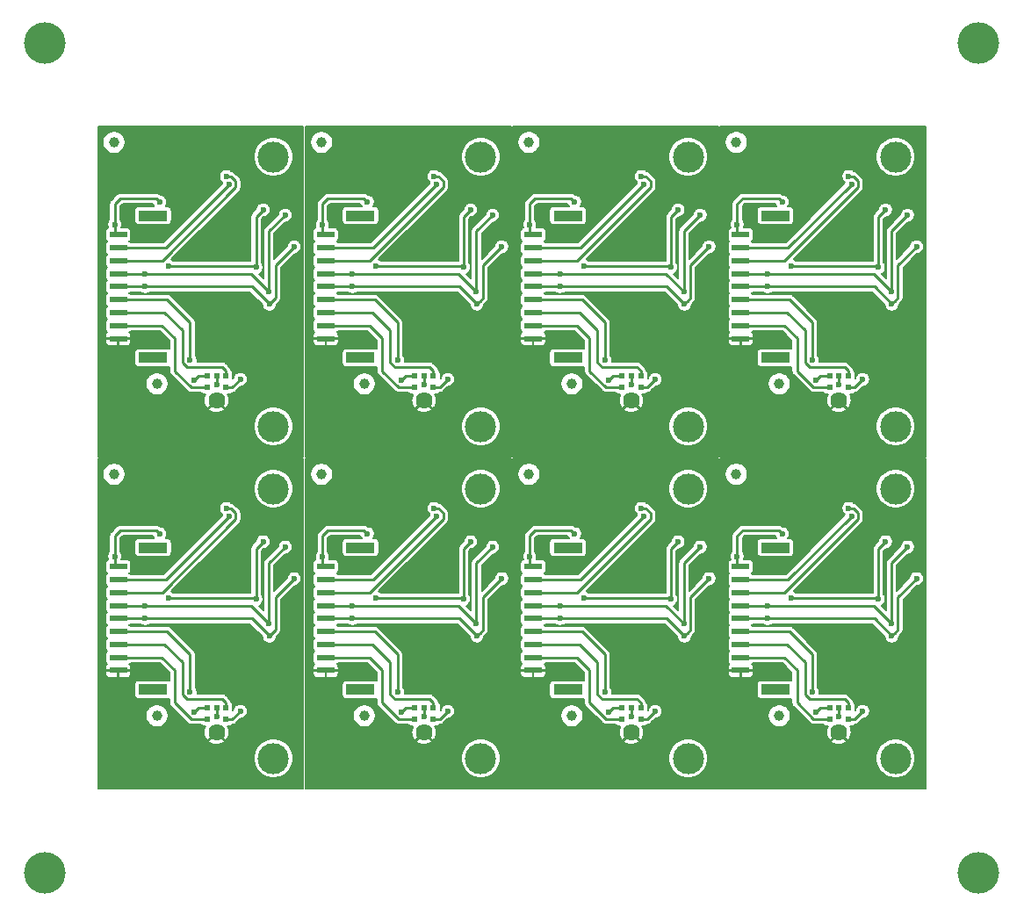
<source format=gbr>
G04 #@! TF.GenerationSoftware,KiCad,Pcbnew,(5.1.0-rc1-113-g51cc783e7)*
G04 #@! TF.CreationDate,2019-03-14T17:18:49-04:00
G04 #@! TF.ProjectId,fk-naturalist-sensors,666b2d6e-6174-4757-9261-6c6973742d73,rev?*
G04 #@! TF.SameCoordinates,Original*
G04 #@! TF.FileFunction,Copper,L2,Bot*
G04 #@! TF.FilePolarity,Positive*
%FSLAX46Y46*%
G04 Gerber Fmt 4.6, Leading zero omitted, Abs format (unit mm)*
G04 Created by KiCad (PCBNEW (5.1.0-rc1-113-g51cc783e7)) date 2019-03-14 17:18:49*
%MOMM*%
%LPD*%
G04 APERTURE LIST*
%ADD10R,2.800000X1.000000*%
%ADD11R,1.700000X0.600000*%
%ADD12C,1.000000*%
%ADD13R,0.600000X0.522000*%
%ADD14C,1.624000*%
%ADD15C,3.000000*%
%ADD16C,4.000000*%
%ADD17C,0.600000*%
%ADD18C,0.250000*%
%ADD19C,0.254000*%
%ADD20C,0.203200*%
G04 APERTURE END LIST*
D10*
X95400000Y-70669200D03*
X95400000Y-84369200D03*
D11*
X92050000Y-72519200D03*
X92050000Y-73769200D03*
X92050000Y-75019200D03*
X92050000Y-76269200D03*
X92050000Y-77519200D03*
X92050000Y-78769200D03*
X92050000Y-80019200D03*
X92050000Y-81269200D03*
X92050000Y-82519200D03*
D10*
X75400000Y-70669200D03*
X75400000Y-84369200D03*
D11*
X72050000Y-72519200D03*
X72050000Y-73769200D03*
X72050000Y-75019200D03*
X72050000Y-76269200D03*
X72050000Y-77519200D03*
X72050000Y-78769200D03*
X72050000Y-80019200D03*
X72050000Y-81269200D03*
X72050000Y-82519200D03*
D10*
X55400000Y-70669200D03*
X55400000Y-84369200D03*
D11*
X52050000Y-72519200D03*
X52050000Y-73769200D03*
X52050000Y-75019200D03*
X52050000Y-76269200D03*
X52050000Y-77519200D03*
X52050000Y-78769200D03*
X52050000Y-80019200D03*
X52050000Y-81269200D03*
X52050000Y-82519200D03*
D10*
X35400000Y-70669200D03*
X35400000Y-84369200D03*
D11*
X32050000Y-72519200D03*
X32050000Y-73769200D03*
X32050000Y-75019200D03*
X32050000Y-76269200D03*
X32050000Y-77519200D03*
X32050000Y-78769200D03*
X32050000Y-80019200D03*
X32050000Y-81269200D03*
X32050000Y-82519200D03*
D10*
X95400000Y-38669200D03*
X95400000Y-52369200D03*
D11*
X92050000Y-40519200D03*
X92050000Y-41769200D03*
X92050000Y-43019200D03*
X92050000Y-44269200D03*
X92050000Y-45519200D03*
X92050000Y-46769200D03*
X92050000Y-48019200D03*
X92050000Y-49269200D03*
X92050000Y-50519200D03*
D10*
X75400000Y-38669200D03*
X75400000Y-52369200D03*
D11*
X72050000Y-40519200D03*
X72050000Y-41769200D03*
X72050000Y-43019200D03*
X72050000Y-44269200D03*
X72050000Y-45519200D03*
X72050000Y-46769200D03*
X72050000Y-48019200D03*
X72050000Y-49269200D03*
X72050000Y-50519200D03*
D10*
X55400000Y-38669200D03*
X55400000Y-52369200D03*
D11*
X52050000Y-40519200D03*
X52050000Y-41769200D03*
X52050000Y-43019200D03*
X52050000Y-44269200D03*
X52050000Y-45519200D03*
X52050000Y-46769200D03*
X52050000Y-48019200D03*
X52050000Y-49269200D03*
X52050000Y-50519200D03*
D12*
X95780600Y-86891800D03*
X75780600Y-86891800D03*
X55780600Y-86891800D03*
X35780600Y-86891800D03*
X95780600Y-54891800D03*
X75780600Y-54891800D03*
X55780600Y-54891800D03*
X91640400Y-63600000D03*
X71640400Y-63600000D03*
X51640400Y-63600000D03*
X31640400Y-63600000D03*
X91640400Y-31600000D03*
X71640400Y-31600000D03*
X51640400Y-31600000D03*
D13*
X101520234Y-86153113D03*
D14*
X101520234Y-88488113D03*
D13*
X102420234Y-86153113D03*
X102420234Y-87236113D03*
X100620234Y-86153113D03*
X100620234Y-87236113D03*
X81520234Y-86153113D03*
D14*
X81520234Y-88488113D03*
D13*
X82420234Y-86153113D03*
X82420234Y-87236113D03*
X80620234Y-86153113D03*
X80620234Y-87236113D03*
X61520234Y-86153113D03*
D14*
X61520234Y-88488113D03*
D13*
X62420234Y-86153113D03*
X62420234Y-87236113D03*
X60620234Y-86153113D03*
X60620234Y-87236113D03*
X41520234Y-86153113D03*
D14*
X41520234Y-88488113D03*
D13*
X42420234Y-86153113D03*
X42420234Y-87236113D03*
X40620234Y-86153113D03*
X40620234Y-87236113D03*
X101520234Y-54153113D03*
D14*
X101520234Y-56488113D03*
D13*
X102420234Y-54153113D03*
X102420234Y-55236113D03*
X100620234Y-54153113D03*
X100620234Y-55236113D03*
X81520234Y-54153113D03*
D14*
X81520234Y-56488113D03*
D13*
X82420234Y-54153113D03*
X82420234Y-55236113D03*
X80620234Y-54153113D03*
X80620234Y-55236113D03*
X61520234Y-54153113D03*
D14*
X61520234Y-56488113D03*
D13*
X62420234Y-54153113D03*
X62420234Y-55236113D03*
X60620234Y-54153113D03*
X60620234Y-55236113D03*
X40620234Y-55236113D03*
X40620234Y-54153113D03*
X42420234Y-55236113D03*
X42420234Y-54153113D03*
D14*
X41520234Y-56488113D03*
D13*
X41520234Y-54153113D03*
D12*
X31640400Y-31600000D03*
X35780600Y-54891800D03*
D11*
X32050000Y-50519200D03*
X32050000Y-49269200D03*
X32050000Y-48019200D03*
X32050000Y-46769200D03*
X32050000Y-45519200D03*
X32050000Y-44269200D03*
X32050000Y-43019200D03*
X32050000Y-41769200D03*
X32050000Y-40519200D03*
D10*
X35400000Y-52369200D03*
X35400000Y-38669200D03*
D15*
X47000000Y-33000000D03*
X47000000Y-59000000D03*
X67000000Y-33000000D03*
X87000000Y-33000000D03*
X107000000Y-33000000D03*
X47000000Y-65000000D03*
X67000000Y-65000000D03*
X87000000Y-65000000D03*
X107000000Y-65000000D03*
X67000000Y-59000000D03*
X87000000Y-59000000D03*
X107000000Y-59000000D03*
X47000000Y-91000000D03*
X67000000Y-91000000D03*
X87000000Y-91000000D03*
X107000000Y-91000000D03*
D16*
X25000000Y-22000000D03*
X25000000Y-102000000D03*
X115000000Y-102000000D03*
X115000000Y-22000000D03*
D17*
X36060000Y-37340400D03*
X31714400Y-39534198D03*
X39336600Y-54561600D03*
X36923600Y-43538000D03*
X45331000Y-43636000D03*
X46029500Y-38101500D03*
X66029500Y-38101500D03*
X86029500Y-38101500D03*
X106029500Y-38101500D03*
X46029500Y-70101500D03*
X66029500Y-70101500D03*
X86029500Y-70101500D03*
X106029500Y-70101500D03*
X65331000Y-43636000D03*
X85331000Y-43636000D03*
X105331000Y-43636000D03*
X45331000Y-75636000D03*
X65331000Y-75636000D03*
X85331000Y-75636000D03*
X105331000Y-75636000D03*
X56923600Y-43538000D03*
X76923600Y-43538000D03*
X96923600Y-43538000D03*
X36923600Y-75538000D03*
X56923600Y-75538000D03*
X76923600Y-75538000D03*
X96923600Y-75538000D03*
X56060000Y-37340400D03*
X76060000Y-37340400D03*
X96060000Y-37340400D03*
X36060000Y-69340400D03*
X56060000Y-69340400D03*
X76060000Y-69340400D03*
X96060000Y-69340400D03*
X59336600Y-54561600D03*
X79336600Y-54561600D03*
X99336600Y-54561600D03*
X39336600Y-86561600D03*
X59336600Y-86561600D03*
X79336600Y-86561600D03*
X99336600Y-86561600D03*
X51714400Y-39534198D03*
X71714400Y-39534198D03*
X91714400Y-39534198D03*
X31714400Y-71534198D03*
X51714400Y-71534198D03*
X71714400Y-71534198D03*
X91714400Y-71534198D03*
X43818854Y-54447354D03*
X63818854Y-54447354D03*
X83818854Y-54447354D03*
X103818854Y-54447354D03*
X43818854Y-86447354D03*
X63818854Y-86447354D03*
X83818854Y-86447354D03*
X103818854Y-86447354D03*
X41521000Y-54942600D03*
X61521000Y-54942600D03*
X81521000Y-54942600D03*
X101521000Y-54942600D03*
X41521000Y-86942600D03*
X61521000Y-86942600D03*
X81521000Y-86942600D03*
X101521000Y-86942600D03*
X38972850Y-52613950D03*
X58972850Y-52613950D03*
X78972850Y-52613950D03*
X98972850Y-52613950D03*
X38972850Y-84613950D03*
X58972850Y-84613950D03*
X78972850Y-84613950D03*
X98972850Y-84613950D03*
X46626400Y-47195600D03*
X49014000Y-41658400D03*
X34631000Y-45519200D03*
X54631000Y-45519200D03*
X74631000Y-45519200D03*
X94631000Y-45519200D03*
X34631000Y-77519200D03*
X54631000Y-77519200D03*
X74631000Y-77519200D03*
X94631000Y-77519200D03*
X69014000Y-41658400D03*
X89014000Y-41658400D03*
X109014000Y-41658400D03*
X49014000Y-73658400D03*
X69014000Y-73658400D03*
X89014000Y-73658400D03*
X109014000Y-73658400D03*
X66626400Y-47195600D03*
X86626400Y-47195600D03*
X106626400Y-47195600D03*
X46626400Y-79195600D03*
X66626400Y-79195600D03*
X86626400Y-79195600D03*
X106626400Y-79195600D03*
X46575600Y-45976400D03*
X48150400Y-38610400D03*
X34631000Y-44269200D03*
X68150400Y-38610400D03*
X88150400Y-38610400D03*
X108150400Y-38610400D03*
X48150400Y-70610400D03*
X68150400Y-70610400D03*
X88150400Y-70610400D03*
X108150400Y-70610400D03*
X54631000Y-44269200D03*
X74631000Y-44269200D03*
X94631000Y-44269200D03*
X34631000Y-76269200D03*
X54631000Y-76269200D03*
X74631000Y-76269200D03*
X94631000Y-76269200D03*
X66575600Y-45976400D03*
X86575600Y-45976400D03*
X106575600Y-45976400D03*
X46575600Y-77976400D03*
X66575600Y-77976400D03*
X86575600Y-77976400D03*
X106575600Y-77976400D03*
X42479407Y-34882300D03*
X62479407Y-34882300D03*
X82479407Y-34882300D03*
X102479407Y-34882300D03*
X42479407Y-66882300D03*
X62479407Y-66882300D03*
X82479407Y-66882300D03*
X102479407Y-66882300D03*
X42740200Y-35638600D03*
X62740200Y-35638600D03*
X82740200Y-35638600D03*
X102740200Y-35638600D03*
X42740200Y-67638600D03*
X62740200Y-67638600D03*
X82740200Y-67638600D03*
X102740200Y-67638600D03*
D18*
X31714400Y-40519200D02*
X31714400Y-39534198D01*
D19*
X36923600Y-43538000D02*
X45233000Y-43538000D01*
X45233000Y-43538000D02*
X45331000Y-43636000D01*
D18*
X45331000Y-38800000D02*
X46029500Y-38101500D01*
X45331000Y-43636000D02*
X45331000Y-38800000D01*
D19*
X40620234Y-54153113D02*
X39745087Y-54153113D01*
X39745087Y-54153113D02*
X39336600Y-54561600D01*
D18*
X35719600Y-37000000D02*
X36060000Y-37340400D01*
X32250000Y-37000000D02*
X35719600Y-37000000D01*
X31714400Y-37535600D02*
X32250000Y-37000000D01*
X31714400Y-39534198D02*
X31714400Y-37535600D01*
X51714400Y-39534198D02*
X51714400Y-37535600D01*
X71714400Y-39534198D02*
X71714400Y-37535600D01*
X91714400Y-39534198D02*
X91714400Y-37535600D01*
X31714400Y-71534198D02*
X31714400Y-69535600D01*
X51714400Y-71534198D02*
X51714400Y-69535600D01*
X71714400Y-71534198D02*
X71714400Y-69535600D01*
X91714400Y-71534198D02*
X91714400Y-69535600D01*
D19*
X60620234Y-54153113D02*
X59745087Y-54153113D01*
X80620234Y-54153113D02*
X79745087Y-54153113D01*
X100620234Y-54153113D02*
X99745087Y-54153113D01*
X40620234Y-86153113D02*
X39745087Y-86153113D01*
X60620234Y-86153113D02*
X59745087Y-86153113D01*
X80620234Y-86153113D02*
X79745087Y-86153113D01*
X100620234Y-86153113D02*
X99745087Y-86153113D01*
D18*
X52250000Y-37000000D02*
X55719600Y-37000000D01*
X72250000Y-37000000D02*
X75719600Y-37000000D01*
X92250000Y-37000000D02*
X95719600Y-37000000D01*
X32250000Y-69000000D02*
X35719600Y-69000000D01*
X52250000Y-69000000D02*
X55719600Y-69000000D01*
X72250000Y-69000000D02*
X75719600Y-69000000D01*
X92250000Y-69000000D02*
X95719600Y-69000000D01*
D19*
X59745087Y-54153113D02*
X59336600Y-54561600D01*
X79745087Y-54153113D02*
X79336600Y-54561600D01*
X99745087Y-54153113D02*
X99336600Y-54561600D01*
X39745087Y-86153113D02*
X39336600Y-86561600D01*
X59745087Y-86153113D02*
X59336600Y-86561600D01*
X79745087Y-86153113D02*
X79336600Y-86561600D01*
X99745087Y-86153113D02*
X99336600Y-86561600D01*
X56923600Y-43538000D02*
X65233000Y-43538000D01*
X76923600Y-43538000D02*
X85233000Y-43538000D01*
X96923600Y-43538000D02*
X105233000Y-43538000D01*
X36923600Y-75538000D02*
X45233000Y-75538000D01*
X56923600Y-75538000D02*
X65233000Y-75538000D01*
X76923600Y-75538000D02*
X85233000Y-75538000D01*
X96923600Y-75538000D02*
X105233000Y-75538000D01*
D18*
X55719600Y-37000000D02*
X56060000Y-37340400D01*
X75719600Y-37000000D02*
X76060000Y-37340400D01*
X95719600Y-37000000D02*
X96060000Y-37340400D01*
X35719600Y-69000000D02*
X36060000Y-69340400D01*
X55719600Y-69000000D02*
X56060000Y-69340400D01*
X75719600Y-69000000D02*
X76060000Y-69340400D01*
X95719600Y-69000000D02*
X96060000Y-69340400D01*
X65331000Y-43636000D02*
X65331000Y-38800000D01*
X85331000Y-43636000D02*
X85331000Y-38800000D01*
X105331000Y-43636000D02*
X105331000Y-38800000D01*
X45331000Y-75636000D02*
X45331000Y-70800000D01*
X65331000Y-75636000D02*
X65331000Y-70800000D01*
X85331000Y-75636000D02*
X85331000Y-70800000D01*
X105331000Y-75636000D02*
X105331000Y-70800000D01*
X51714400Y-37535600D02*
X52250000Y-37000000D01*
X71714400Y-37535600D02*
X72250000Y-37000000D01*
X91714400Y-37535600D02*
X92250000Y-37000000D01*
X31714400Y-69535600D02*
X32250000Y-69000000D01*
X51714400Y-69535600D02*
X52250000Y-69000000D01*
X71714400Y-69535600D02*
X72250000Y-69000000D01*
X91714400Y-69535600D02*
X92250000Y-69000000D01*
D19*
X65233000Y-43538000D02*
X65331000Y-43636000D01*
X85233000Y-43538000D02*
X85331000Y-43636000D01*
X105233000Y-43538000D02*
X105331000Y-43636000D01*
X45233000Y-75538000D02*
X45331000Y-75636000D01*
X65233000Y-75538000D02*
X65331000Y-75636000D01*
X85233000Y-75538000D02*
X85331000Y-75636000D01*
X105233000Y-75538000D02*
X105331000Y-75636000D01*
D18*
X65331000Y-38800000D02*
X66029500Y-38101500D01*
X85331000Y-38800000D02*
X86029500Y-38101500D01*
X105331000Y-38800000D02*
X106029500Y-38101500D01*
X45331000Y-70800000D02*
X46029500Y-70101500D01*
X65331000Y-70800000D02*
X66029500Y-70101500D01*
X85331000Y-70800000D02*
X86029500Y-70101500D01*
X105331000Y-70800000D02*
X106029500Y-70101500D01*
X51714400Y-40519200D02*
X51714400Y-39534198D01*
X71714400Y-40519200D02*
X71714400Y-39534198D01*
X91714400Y-40519200D02*
X91714400Y-39534198D01*
X31714400Y-72519200D02*
X31714400Y-71534198D01*
X51714400Y-72519200D02*
X51714400Y-71534198D01*
X71714400Y-72519200D02*
X71714400Y-71534198D01*
X91714400Y-72519200D02*
X91714400Y-71534198D01*
D19*
X43030095Y-55236113D02*
X43818854Y-54447354D01*
X42420234Y-55236113D02*
X43030095Y-55236113D01*
X63030095Y-55236113D02*
X63818854Y-54447354D01*
X83030095Y-55236113D02*
X83818854Y-54447354D01*
X103030095Y-55236113D02*
X103818854Y-54447354D01*
X43030095Y-87236113D02*
X43818854Y-86447354D01*
X63030095Y-87236113D02*
X63818854Y-86447354D01*
X83030095Y-87236113D02*
X83818854Y-86447354D01*
X103030095Y-87236113D02*
X103818854Y-86447354D01*
X62420234Y-55236113D02*
X63030095Y-55236113D01*
X82420234Y-55236113D02*
X83030095Y-55236113D01*
X102420234Y-55236113D02*
X103030095Y-55236113D01*
X42420234Y-87236113D02*
X43030095Y-87236113D01*
X62420234Y-87236113D02*
X63030095Y-87236113D01*
X82420234Y-87236113D02*
X83030095Y-87236113D01*
X102420234Y-87236113D02*
X103030095Y-87236113D01*
X41520234Y-54941834D02*
X41521000Y-54942600D01*
X41520234Y-54153113D02*
X41520234Y-54941834D01*
X61520234Y-54941834D02*
X61521000Y-54942600D01*
X81520234Y-54941834D02*
X81521000Y-54942600D01*
X101520234Y-54941834D02*
X101521000Y-54942600D01*
X41520234Y-86941834D02*
X41521000Y-86942600D01*
X61520234Y-86941834D02*
X61521000Y-86942600D01*
X81520234Y-86941834D02*
X81521000Y-86942600D01*
X101520234Y-86941834D02*
X101521000Y-86942600D01*
X61520234Y-54153113D02*
X61520234Y-54941834D01*
X81520234Y-54153113D02*
X81520234Y-54941834D01*
X101520234Y-54153113D02*
X101520234Y-54941834D01*
X41520234Y-86153113D02*
X41520234Y-86941834D01*
X61520234Y-86153113D02*
X61520234Y-86941834D01*
X81520234Y-86153113D02*
X81520234Y-86941834D01*
X101520234Y-86153113D02*
X101520234Y-86941834D01*
X32986600Y-46769200D02*
X33128100Y-46769200D01*
X33153500Y-46769200D02*
X32986600Y-46769200D01*
D18*
X33150000Y-46769200D02*
X32050000Y-46769200D01*
X36769200Y-46769200D02*
X33150000Y-46769200D01*
X38972850Y-48972850D02*
X36769200Y-46769200D01*
X38972850Y-52613950D02*
X38972850Y-48972850D01*
D19*
X52986600Y-46769200D02*
X53128100Y-46769200D01*
X72986600Y-46769200D02*
X73128100Y-46769200D01*
X92986600Y-46769200D02*
X93128100Y-46769200D01*
X32986600Y-78769200D02*
X33128100Y-78769200D01*
X52986600Y-78769200D02*
X53128100Y-78769200D01*
X72986600Y-78769200D02*
X73128100Y-78769200D01*
X92986600Y-78769200D02*
X93128100Y-78769200D01*
X53153500Y-46769200D02*
X52986600Y-46769200D01*
X73153500Y-46769200D02*
X72986600Y-46769200D01*
X93153500Y-46769200D02*
X92986600Y-46769200D01*
X33153500Y-78769200D02*
X32986600Y-78769200D01*
X53153500Y-78769200D02*
X52986600Y-78769200D01*
X73153500Y-78769200D02*
X72986600Y-78769200D01*
X93153500Y-78769200D02*
X92986600Y-78769200D01*
D18*
X53150000Y-46769200D02*
X52050000Y-46769200D01*
X73150000Y-46769200D02*
X72050000Y-46769200D01*
X93150000Y-46769200D02*
X92050000Y-46769200D01*
X33150000Y-78769200D02*
X32050000Y-78769200D01*
X53150000Y-78769200D02*
X52050000Y-78769200D01*
X73150000Y-78769200D02*
X72050000Y-78769200D01*
X93150000Y-78769200D02*
X92050000Y-78769200D01*
X56769200Y-46769200D02*
X53150000Y-46769200D01*
X76769200Y-46769200D02*
X73150000Y-46769200D01*
X96769200Y-46769200D02*
X93150000Y-46769200D01*
X36769200Y-78769200D02*
X33150000Y-78769200D01*
X56769200Y-78769200D02*
X53150000Y-78769200D01*
X76769200Y-78769200D02*
X73150000Y-78769200D01*
X96769200Y-78769200D02*
X93150000Y-78769200D01*
X58972850Y-48972850D02*
X56769200Y-46769200D01*
X78972850Y-48972850D02*
X76769200Y-46769200D01*
X98972850Y-48972850D02*
X96769200Y-46769200D01*
X38972850Y-80972850D02*
X36769200Y-78769200D01*
X58972850Y-80972850D02*
X56769200Y-78769200D01*
X78972850Y-80972850D02*
X76769200Y-78769200D01*
X98972850Y-80972850D02*
X96769200Y-78769200D01*
X58972850Y-52613950D02*
X58972850Y-48972850D01*
X78972850Y-52613950D02*
X78972850Y-48972850D01*
X98972850Y-52613950D02*
X98972850Y-48972850D01*
X38972850Y-84613950D02*
X38972850Y-80972850D01*
X58972850Y-84613950D02*
X58972850Y-80972850D01*
X78972850Y-84613950D02*
X78972850Y-80972850D01*
X98972850Y-84613950D02*
X98972850Y-80972850D01*
D19*
X47202601Y-46619399D02*
X46926399Y-46895601D01*
X47202601Y-43469799D02*
X47202601Y-46619399D01*
X46926399Y-46895601D02*
X46626400Y-47195600D01*
X49014000Y-41658400D02*
X47202601Y-43469799D01*
X44950000Y-45519200D02*
X46626400Y-47195600D01*
X32214400Y-45519200D02*
X34631000Y-45519200D01*
D18*
X44950000Y-45519200D02*
X34631000Y-45519200D01*
D19*
X67202601Y-43469799D02*
X67202601Y-46619399D01*
X87202601Y-43469799D02*
X87202601Y-46619399D01*
X107202601Y-43469799D02*
X107202601Y-46619399D01*
X47202601Y-75469799D02*
X47202601Y-78619399D01*
X67202601Y-75469799D02*
X67202601Y-78619399D01*
X87202601Y-75469799D02*
X87202601Y-78619399D01*
X107202601Y-75469799D02*
X107202601Y-78619399D01*
X52214400Y-45519200D02*
X54631000Y-45519200D01*
X72214400Y-45519200D02*
X74631000Y-45519200D01*
X92214400Y-45519200D02*
X94631000Y-45519200D01*
X32214400Y-77519200D02*
X34631000Y-77519200D01*
X52214400Y-77519200D02*
X54631000Y-77519200D01*
X72214400Y-77519200D02*
X74631000Y-77519200D01*
X92214400Y-77519200D02*
X94631000Y-77519200D01*
X67202601Y-46619399D02*
X66926399Y-46895601D01*
X87202601Y-46619399D02*
X86926399Y-46895601D01*
X107202601Y-46619399D02*
X106926399Y-46895601D01*
X47202601Y-78619399D02*
X46926399Y-78895601D01*
X67202601Y-78619399D02*
X66926399Y-78895601D01*
X87202601Y-78619399D02*
X86926399Y-78895601D01*
X107202601Y-78619399D02*
X106926399Y-78895601D01*
X64950000Y-45519200D02*
X66626400Y-47195600D01*
X84950000Y-45519200D02*
X86626400Y-47195600D01*
X104950000Y-45519200D02*
X106626400Y-47195600D01*
X44950000Y-77519200D02*
X46626400Y-79195600D01*
X64950000Y-77519200D02*
X66626400Y-79195600D01*
X84950000Y-77519200D02*
X86626400Y-79195600D01*
X104950000Y-77519200D02*
X106626400Y-79195600D01*
X66926399Y-46895601D02*
X66626400Y-47195600D01*
X86926399Y-46895601D02*
X86626400Y-47195600D01*
X106926399Y-46895601D02*
X106626400Y-47195600D01*
X46926399Y-78895601D02*
X46626400Y-79195600D01*
X66926399Y-78895601D02*
X66626400Y-79195600D01*
X86926399Y-78895601D02*
X86626400Y-79195600D01*
X106926399Y-78895601D02*
X106626400Y-79195600D01*
X69014000Y-41658400D02*
X67202601Y-43469799D01*
X89014000Y-41658400D02*
X87202601Y-43469799D01*
X109014000Y-41658400D02*
X107202601Y-43469799D01*
X49014000Y-73658400D02*
X47202601Y-75469799D01*
X69014000Y-73658400D02*
X67202601Y-75469799D01*
X89014000Y-73658400D02*
X87202601Y-75469799D01*
X109014000Y-73658400D02*
X107202601Y-75469799D01*
D18*
X64950000Y-45519200D02*
X54631000Y-45519200D01*
X84950000Y-45519200D02*
X74631000Y-45519200D01*
X104950000Y-45519200D02*
X94631000Y-45519200D01*
X44950000Y-77519200D02*
X34631000Y-77519200D01*
X64950000Y-77519200D02*
X54631000Y-77519200D01*
X84950000Y-77519200D02*
X74631000Y-77519200D01*
X104950000Y-77519200D02*
X94631000Y-77519200D01*
D19*
X46575600Y-40185200D02*
X48150400Y-38610400D01*
X46575600Y-45976400D02*
X46575600Y-40185200D01*
X44868400Y-44269200D02*
X46575600Y-45976400D01*
X32214400Y-44269200D02*
X34631000Y-44269200D01*
D18*
X37269200Y-44269200D02*
X34631000Y-44269200D01*
X44868400Y-44269200D02*
X37269200Y-44269200D01*
D19*
X66575600Y-45976400D02*
X66575600Y-40185200D01*
X86575600Y-45976400D02*
X86575600Y-40185200D01*
X106575600Y-45976400D02*
X106575600Y-40185200D01*
X46575600Y-77976400D02*
X46575600Y-72185200D01*
X66575600Y-77976400D02*
X66575600Y-72185200D01*
X86575600Y-77976400D02*
X86575600Y-72185200D01*
X106575600Y-77976400D02*
X106575600Y-72185200D01*
X66575600Y-40185200D02*
X68150400Y-38610400D01*
X86575600Y-40185200D02*
X88150400Y-38610400D01*
X106575600Y-40185200D02*
X108150400Y-38610400D01*
X46575600Y-72185200D02*
X48150400Y-70610400D01*
X66575600Y-72185200D02*
X68150400Y-70610400D01*
X86575600Y-72185200D02*
X88150400Y-70610400D01*
X106575600Y-72185200D02*
X108150400Y-70610400D01*
X64868400Y-44269200D02*
X66575600Y-45976400D01*
X84868400Y-44269200D02*
X86575600Y-45976400D01*
X104868400Y-44269200D02*
X106575600Y-45976400D01*
X44868400Y-76269200D02*
X46575600Y-77976400D01*
X64868400Y-76269200D02*
X66575600Y-77976400D01*
X84868400Y-76269200D02*
X86575600Y-77976400D01*
X104868400Y-76269200D02*
X106575600Y-77976400D01*
D18*
X57269200Y-44269200D02*
X54631000Y-44269200D01*
X77269200Y-44269200D02*
X74631000Y-44269200D01*
X97269200Y-44269200D02*
X94631000Y-44269200D01*
X37269200Y-76269200D02*
X34631000Y-76269200D01*
X57269200Y-76269200D02*
X54631000Y-76269200D01*
X77269200Y-76269200D02*
X74631000Y-76269200D01*
X97269200Y-76269200D02*
X94631000Y-76269200D01*
X64868400Y-44269200D02*
X57269200Y-44269200D01*
X84868400Y-44269200D02*
X77269200Y-44269200D01*
X104868400Y-44269200D02*
X97269200Y-44269200D01*
X44868400Y-76269200D02*
X37269200Y-76269200D01*
X64868400Y-76269200D02*
X57269200Y-76269200D01*
X84868400Y-76269200D02*
X77269200Y-76269200D01*
X104868400Y-76269200D02*
X97269200Y-76269200D01*
D19*
X52214400Y-44269200D02*
X54631000Y-44269200D01*
X72214400Y-44269200D02*
X74631000Y-44269200D01*
X92214400Y-44269200D02*
X94631000Y-44269200D01*
X32214400Y-76269200D02*
X34631000Y-76269200D01*
X52214400Y-76269200D02*
X54631000Y-76269200D01*
X72214400Y-76269200D02*
X74631000Y-76269200D01*
X92214400Y-76269200D02*
X94631000Y-76269200D01*
D18*
X37500000Y-50500000D02*
X36269200Y-49269200D01*
X37500000Y-53650002D02*
X37500000Y-50500000D01*
X36269200Y-49269200D02*
X32050000Y-49269200D01*
X39086111Y-55236113D02*
X37500000Y-53650002D01*
X40620234Y-55236113D02*
X39086111Y-55236113D01*
X57500000Y-50500000D02*
X56269200Y-49269200D01*
X77500000Y-50500000D02*
X76269200Y-49269200D01*
X97500000Y-50500000D02*
X96269200Y-49269200D01*
X37500000Y-82500000D02*
X36269200Y-81269200D01*
X57500000Y-82500000D02*
X56269200Y-81269200D01*
X77500000Y-82500000D02*
X76269200Y-81269200D01*
X97500000Y-82500000D02*
X96269200Y-81269200D01*
X56269200Y-49269200D02*
X52050000Y-49269200D01*
X76269200Y-49269200D02*
X72050000Y-49269200D01*
X96269200Y-49269200D02*
X92050000Y-49269200D01*
X36269200Y-81269200D02*
X32050000Y-81269200D01*
X56269200Y-81269200D02*
X52050000Y-81269200D01*
X76269200Y-81269200D02*
X72050000Y-81269200D01*
X96269200Y-81269200D02*
X92050000Y-81269200D01*
X59086111Y-55236113D02*
X57500000Y-53650002D01*
X79086111Y-55236113D02*
X77500000Y-53650002D01*
X99086111Y-55236113D02*
X97500000Y-53650002D01*
X39086111Y-87236113D02*
X37500000Y-85650002D01*
X59086111Y-87236113D02*
X57500000Y-85650002D01*
X79086111Y-87236113D02*
X77500000Y-85650002D01*
X99086111Y-87236113D02*
X97500000Y-85650002D01*
X57500000Y-53650002D02*
X57500000Y-50500000D01*
X77500000Y-53650002D02*
X77500000Y-50500000D01*
X97500000Y-53650002D02*
X97500000Y-50500000D01*
X37500000Y-85650002D02*
X37500000Y-82500000D01*
X57500000Y-85650002D02*
X57500000Y-82500000D01*
X77500000Y-85650002D02*
X77500000Y-82500000D01*
X97500000Y-85650002D02*
X97500000Y-82500000D01*
X60620234Y-55236113D02*
X59086111Y-55236113D01*
X80620234Y-55236113D02*
X79086111Y-55236113D01*
X100620234Y-55236113D02*
X99086111Y-55236113D01*
X40620234Y-87236113D02*
X39086111Y-87236113D01*
X60620234Y-87236113D02*
X59086111Y-87236113D01*
X80620234Y-87236113D02*
X79086111Y-87236113D01*
X100620234Y-87236113D02*
X99086111Y-87236113D01*
D19*
X33345068Y-48019200D02*
X33240600Y-48019200D01*
X42420234Y-53638113D02*
X42073721Y-53291600D01*
X42420234Y-54153113D02*
X42420234Y-53638113D01*
D18*
X38725498Y-53291600D02*
X38250000Y-52816102D01*
X42073721Y-53291600D02*
X38725498Y-53291600D01*
X38250000Y-52816102D02*
X38250000Y-49750000D01*
X38250000Y-49750000D02*
X36519200Y-48019200D01*
X36519200Y-48019200D02*
X32050000Y-48019200D01*
D19*
X62420234Y-54153113D02*
X62420234Y-53638113D01*
X82420234Y-54153113D02*
X82420234Y-53638113D01*
X102420234Y-54153113D02*
X102420234Y-53638113D01*
X42420234Y-86153113D02*
X42420234Y-85638113D01*
X62420234Y-86153113D02*
X62420234Y-85638113D01*
X82420234Y-86153113D02*
X82420234Y-85638113D01*
X102420234Y-86153113D02*
X102420234Y-85638113D01*
X62420234Y-53638113D02*
X62073721Y-53291600D01*
X82420234Y-53638113D02*
X82073721Y-53291600D01*
X102420234Y-53638113D02*
X102073721Y-53291600D01*
X42420234Y-85638113D02*
X42073721Y-85291600D01*
X62420234Y-85638113D02*
X62073721Y-85291600D01*
X82420234Y-85638113D02*
X82073721Y-85291600D01*
X102420234Y-85638113D02*
X102073721Y-85291600D01*
D18*
X58250000Y-49750000D02*
X56519200Y-48019200D01*
X78250000Y-49750000D02*
X76519200Y-48019200D01*
X98250000Y-49750000D02*
X96519200Y-48019200D01*
X38250000Y-81750000D02*
X36519200Y-80019200D01*
X58250000Y-81750000D02*
X56519200Y-80019200D01*
X78250000Y-81750000D02*
X76519200Y-80019200D01*
X98250000Y-81750000D02*
X96519200Y-80019200D01*
X58725498Y-53291600D02*
X58250000Y-52816102D01*
X78725498Y-53291600D02*
X78250000Y-52816102D01*
X98725498Y-53291600D02*
X98250000Y-52816102D01*
X38725498Y-85291600D02*
X38250000Y-84816102D01*
X58725498Y-85291600D02*
X58250000Y-84816102D01*
X78725498Y-85291600D02*
X78250000Y-84816102D01*
X98725498Y-85291600D02*
X98250000Y-84816102D01*
X62073721Y-53291600D02*
X58725498Y-53291600D01*
X82073721Y-53291600D02*
X78725498Y-53291600D01*
X102073721Y-53291600D02*
X98725498Y-53291600D01*
X42073721Y-85291600D02*
X38725498Y-85291600D01*
X62073721Y-85291600D02*
X58725498Y-85291600D01*
X82073721Y-85291600D02*
X78725498Y-85291600D01*
X102073721Y-85291600D02*
X98725498Y-85291600D01*
X56519200Y-48019200D02*
X52050000Y-48019200D01*
X76519200Y-48019200D02*
X72050000Y-48019200D01*
X96519200Y-48019200D02*
X92050000Y-48019200D01*
X36519200Y-80019200D02*
X32050000Y-80019200D01*
X56519200Y-80019200D02*
X52050000Y-80019200D01*
X76519200Y-80019200D02*
X72050000Y-80019200D01*
X96519200Y-80019200D02*
X92050000Y-80019200D01*
D19*
X53345068Y-48019200D02*
X53240600Y-48019200D01*
X73345068Y-48019200D02*
X73240600Y-48019200D01*
X93345068Y-48019200D02*
X93240600Y-48019200D01*
X33345068Y-80019200D02*
X33240600Y-80019200D01*
X53345068Y-80019200D02*
X53240600Y-80019200D01*
X73345068Y-80019200D02*
X73240600Y-80019200D01*
X93345068Y-80019200D02*
X93240600Y-80019200D01*
D18*
X58250000Y-52816102D02*
X58250000Y-49750000D01*
X78250000Y-52816102D02*
X78250000Y-49750000D01*
X98250000Y-52816102D02*
X98250000Y-49750000D01*
X38250000Y-84816102D02*
X38250000Y-81750000D01*
X58250000Y-84816102D02*
X58250000Y-81750000D01*
X78250000Y-84816102D02*
X78250000Y-81750000D01*
X98250000Y-84816102D02*
X98250000Y-81750000D01*
D19*
X42903671Y-34882300D02*
X42479407Y-34882300D01*
X43367201Y-35345830D02*
X42903671Y-34882300D01*
X43367201Y-35939561D02*
X43367201Y-35345830D01*
X36287562Y-43019200D02*
X43367201Y-35939561D01*
X32214400Y-43019200D02*
X36287562Y-43019200D01*
X62903671Y-34882300D02*
X62479407Y-34882300D01*
X82903671Y-34882300D02*
X82479407Y-34882300D01*
X102903671Y-34882300D02*
X102479407Y-34882300D01*
X42903671Y-66882300D02*
X42479407Y-66882300D01*
X62903671Y-66882300D02*
X62479407Y-66882300D01*
X82903671Y-66882300D02*
X82479407Y-66882300D01*
X102903671Y-66882300D02*
X102479407Y-66882300D01*
X63367201Y-35345830D02*
X62903671Y-34882300D01*
X83367201Y-35345830D02*
X82903671Y-34882300D01*
X103367201Y-35345830D02*
X102903671Y-34882300D01*
X43367201Y-67345830D02*
X42903671Y-66882300D01*
X63367201Y-67345830D02*
X62903671Y-66882300D01*
X83367201Y-67345830D02*
X82903671Y-66882300D01*
X103367201Y-67345830D02*
X102903671Y-66882300D01*
X63367201Y-35939561D02*
X63367201Y-35345830D01*
X83367201Y-35939561D02*
X83367201Y-35345830D01*
X103367201Y-35939561D02*
X103367201Y-35345830D01*
X43367201Y-67939561D02*
X43367201Y-67345830D01*
X63367201Y-67939561D02*
X63367201Y-67345830D01*
X83367201Y-67939561D02*
X83367201Y-67345830D01*
X103367201Y-67939561D02*
X103367201Y-67345830D01*
X52214400Y-43019200D02*
X56287562Y-43019200D01*
X72214400Y-43019200D02*
X76287562Y-43019200D01*
X92214400Y-43019200D02*
X96287562Y-43019200D01*
X32214400Y-75019200D02*
X36287562Y-75019200D01*
X52214400Y-75019200D02*
X56287562Y-75019200D01*
X72214400Y-75019200D02*
X76287562Y-75019200D01*
X92214400Y-75019200D02*
X96287562Y-75019200D01*
X56287562Y-43019200D02*
X63367201Y-35939561D01*
X76287562Y-43019200D02*
X83367201Y-35939561D01*
X96287562Y-43019200D02*
X103367201Y-35939561D01*
X36287562Y-75019200D02*
X43367201Y-67939561D01*
X56287562Y-75019200D02*
X63367201Y-67939561D01*
X76287562Y-75019200D02*
X83367201Y-67939561D01*
X96287562Y-75019200D02*
X103367201Y-67939561D01*
X36609600Y-41769200D02*
X42740200Y-35638600D01*
X32214400Y-41769200D02*
X36609600Y-41769200D01*
X56609600Y-41769200D02*
X62740200Y-35638600D01*
X76609600Y-41769200D02*
X82740200Y-35638600D01*
X96609600Y-41769200D02*
X102740200Y-35638600D01*
X36609600Y-73769200D02*
X42740200Y-67638600D01*
X56609600Y-73769200D02*
X62740200Y-67638600D01*
X76609600Y-73769200D02*
X82740200Y-67638600D01*
X96609600Y-73769200D02*
X102740200Y-67638600D01*
X52214400Y-41769200D02*
X56609600Y-41769200D01*
X72214400Y-41769200D02*
X76609600Y-41769200D01*
X92214400Y-41769200D02*
X96609600Y-41769200D01*
X32214400Y-73769200D02*
X36609600Y-73769200D01*
X52214400Y-73769200D02*
X56609600Y-73769200D01*
X72214400Y-73769200D02*
X76609600Y-73769200D01*
X92214400Y-73769200D02*
X96609600Y-73769200D01*
D20*
G36*
X49898400Y-61898400D02*
G01*
X30101600Y-61898400D01*
X30101600Y-58812709D01*
X45098400Y-58812709D01*
X45098400Y-59187291D01*
X45171477Y-59554676D01*
X45314824Y-59900745D01*
X45522931Y-60212199D01*
X45787801Y-60477069D01*
X46099255Y-60685176D01*
X46445324Y-60828523D01*
X46812709Y-60901600D01*
X47187291Y-60901600D01*
X47554676Y-60828523D01*
X47900745Y-60685176D01*
X48212199Y-60477069D01*
X48477069Y-60212199D01*
X48685176Y-59900745D01*
X48828523Y-59554676D01*
X48901600Y-59187291D01*
X48901600Y-58812709D01*
X48828523Y-58445324D01*
X48685176Y-58099255D01*
X48477069Y-57787801D01*
X48212199Y-57522931D01*
X47900745Y-57314824D01*
X47554676Y-57171477D01*
X47187291Y-57098400D01*
X46812709Y-57098400D01*
X46445324Y-57171477D01*
X46099255Y-57314824D01*
X45787801Y-57522931D01*
X45522931Y-57787801D01*
X45314824Y-58099255D01*
X45171477Y-58445324D01*
X45098400Y-58812709D01*
X30101600Y-58812709D01*
X30101600Y-57297173D01*
X40747095Y-57297173D01*
X40824151Y-57489402D01*
X41032868Y-57605961D01*
X41260314Y-57679562D01*
X41497749Y-57707377D01*
X41736047Y-57688335D01*
X41966052Y-57623169D01*
X42178924Y-57514384D01*
X42216317Y-57489402D01*
X42293373Y-57297173D01*
X41520234Y-56524034D01*
X40747095Y-57297173D01*
X30101600Y-57297173D01*
X30101600Y-54783302D01*
X34679000Y-54783302D01*
X34679000Y-55000298D01*
X34721334Y-55213125D01*
X34804375Y-55413603D01*
X34924932Y-55594029D01*
X35078371Y-55747468D01*
X35258797Y-55868025D01*
X35459275Y-55951066D01*
X35672102Y-55993400D01*
X35889098Y-55993400D01*
X36101925Y-55951066D01*
X36302403Y-55868025D01*
X36482829Y-55747468D01*
X36636268Y-55594029D01*
X36756825Y-55413603D01*
X36839866Y-55213125D01*
X36882200Y-55000298D01*
X36882200Y-54783302D01*
X36839866Y-54570475D01*
X36756825Y-54369997D01*
X36636268Y-54189571D01*
X36482829Y-54036132D01*
X36302403Y-53915575D01*
X36101925Y-53832534D01*
X35889098Y-53790200D01*
X35672102Y-53790200D01*
X35459275Y-53832534D01*
X35258797Y-53915575D01*
X35078371Y-54036132D01*
X34924932Y-54189571D01*
X34804375Y-54369997D01*
X34721334Y-54570475D01*
X34679000Y-54783302D01*
X30101600Y-54783302D01*
X30101600Y-50645000D01*
X30798400Y-50645000D01*
X30798400Y-50858754D01*
X30813833Y-50936342D01*
X30844107Y-51009429D01*
X30888057Y-51075205D01*
X30943995Y-51131143D01*
X31009771Y-51175093D01*
X31082857Y-51205367D01*
X31160446Y-51220800D01*
X31924200Y-51220800D01*
X32024600Y-51120400D01*
X32024600Y-50544600D01*
X32075400Y-50544600D01*
X32075400Y-51120400D01*
X32175800Y-51220800D01*
X32939554Y-51220800D01*
X33017143Y-51205367D01*
X33090229Y-51175093D01*
X33156005Y-51131143D01*
X33211943Y-51075205D01*
X33255893Y-51009429D01*
X33286167Y-50936342D01*
X33301600Y-50858754D01*
X33301600Y-50645000D01*
X33201200Y-50544600D01*
X32075400Y-50544600D01*
X32024600Y-50544600D01*
X30898800Y-50544600D01*
X30798400Y-50645000D01*
X30101600Y-50645000D01*
X30101600Y-40219200D01*
X30796457Y-40219200D01*
X30796457Y-40819200D01*
X30804211Y-40897927D01*
X30827175Y-40973629D01*
X30864466Y-41043396D01*
X30914652Y-41104548D01*
X30962968Y-41144200D01*
X30914652Y-41183852D01*
X30864466Y-41245004D01*
X30827175Y-41314771D01*
X30804211Y-41390473D01*
X30796457Y-41469200D01*
X30796457Y-42069200D01*
X30804211Y-42147927D01*
X30827175Y-42223629D01*
X30864466Y-42293396D01*
X30914652Y-42354548D01*
X30962968Y-42394200D01*
X30914652Y-42433852D01*
X30864466Y-42495004D01*
X30827175Y-42564771D01*
X30804211Y-42640473D01*
X30796457Y-42719200D01*
X30796457Y-43319200D01*
X30804211Y-43397927D01*
X30827175Y-43473629D01*
X30864466Y-43543396D01*
X30914652Y-43604548D01*
X30962968Y-43644200D01*
X30914652Y-43683852D01*
X30864466Y-43745004D01*
X30827175Y-43814771D01*
X30804211Y-43890473D01*
X30796457Y-43969200D01*
X30796457Y-44569200D01*
X30804211Y-44647927D01*
X30827175Y-44723629D01*
X30864466Y-44793396D01*
X30914652Y-44854548D01*
X30962968Y-44894200D01*
X30914652Y-44933852D01*
X30864466Y-44995004D01*
X30827175Y-45064771D01*
X30804211Y-45140473D01*
X30796457Y-45219200D01*
X30796457Y-45819200D01*
X30804211Y-45897927D01*
X30827175Y-45973629D01*
X30864466Y-46043396D01*
X30914652Y-46104548D01*
X30962968Y-46144200D01*
X30914652Y-46183852D01*
X30864466Y-46245004D01*
X30827175Y-46314771D01*
X30804211Y-46390473D01*
X30796457Y-46469200D01*
X30796457Y-47069200D01*
X30804211Y-47147927D01*
X30827175Y-47223629D01*
X30864466Y-47293396D01*
X30914652Y-47354548D01*
X30962968Y-47394200D01*
X30914652Y-47433852D01*
X30864466Y-47495004D01*
X30827175Y-47564771D01*
X30804211Y-47640473D01*
X30796457Y-47719200D01*
X30796457Y-48319200D01*
X30804211Y-48397927D01*
X30827175Y-48473629D01*
X30864466Y-48543396D01*
X30914652Y-48604548D01*
X30962968Y-48644200D01*
X30914652Y-48683852D01*
X30864466Y-48745004D01*
X30827175Y-48814771D01*
X30804211Y-48890473D01*
X30796457Y-48969200D01*
X30796457Y-49569200D01*
X30804211Y-49647927D01*
X30827175Y-49723629D01*
X30864466Y-49793396D01*
X30914652Y-49854548D01*
X30963223Y-49894409D01*
X30943995Y-49907257D01*
X30888057Y-49963195D01*
X30844107Y-50028971D01*
X30813833Y-50102058D01*
X30798400Y-50179646D01*
X30798400Y-50393400D01*
X30898800Y-50493800D01*
X32024600Y-50493800D01*
X32024600Y-50473800D01*
X32075400Y-50473800D01*
X32075400Y-50493800D01*
X33201200Y-50493800D01*
X33301600Y-50393400D01*
X33301600Y-50179646D01*
X33286167Y-50102058D01*
X33255893Y-50028971D01*
X33211943Y-49963195D01*
X33156005Y-49907257D01*
X33136777Y-49894409D01*
X33185348Y-49854548D01*
X33233561Y-49795800D01*
X36051077Y-49795800D01*
X36973401Y-50718125D01*
X36973401Y-51506516D01*
X36954429Y-51496375D01*
X36878727Y-51473411D01*
X36800000Y-51465657D01*
X34000000Y-51465657D01*
X33921273Y-51473411D01*
X33845571Y-51496375D01*
X33775804Y-51533666D01*
X33714652Y-51583852D01*
X33664466Y-51645004D01*
X33627175Y-51714771D01*
X33604211Y-51790473D01*
X33596457Y-51869200D01*
X33596457Y-52869200D01*
X33604211Y-52947927D01*
X33627175Y-53023629D01*
X33664466Y-53093396D01*
X33714652Y-53154548D01*
X33775804Y-53204734D01*
X33845571Y-53242025D01*
X33921273Y-53264989D01*
X34000000Y-53272743D01*
X36800000Y-53272743D01*
X36878727Y-53264989D01*
X36954429Y-53242025D01*
X36973400Y-53231885D01*
X36973400Y-53624151D01*
X36970854Y-53650002D01*
X36973400Y-53675853D01*
X36973400Y-53675862D01*
X36981020Y-53753232D01*
X37011132Y-53852497D01*
X37060030Y-53943980D01*
X37125837Y-54024165D01*
X37145930Y-54040655D01*
X38695466Y-55590193D01*
X38711948Y-55610276D01*
X38732031Y-55626758D01*
X38732035Y-55626762D01*
X38762230Y-55651542D01*
X38792133Y-55676083D01*
X38883615Y-55724981D01*
X38982880Y-55755093D01*
X39060250Y-55762713D01*
X39060260Y-55762713D01*
X39086111Y-55765259D01*
X39111962Y-55762713D01*
X40018679Y-55762713D01*
X40034886Y-55782461D01*
X40096038Y-55832647D01*
X40165805Y-55869938D01*
X40241507Y-55892902D01*
X40320234Y-55900656D01*
X40458282Y-55900656D01*
X40402386Y-56000747D01*
X40328785Y-56228193D01*
X40300970Y-56465628D01*
X40320012Y-56703926D01*
X40385178Y-56933931D01*
X40493963Y-57146803D01*
X40518945Y-57184196D01*
X40711174Y-57261252D01*
X41484313Y-56488113D01*
X41470171Y-56473971D01*
X41506092Y-56438050D01*
X41520234Y-56452192D01*
X41534377Y-56438050D01*
X41570298Y-56473971D01*
X41556155Y-56488113D01*
X42329294Y-57261252D01*
X42521523Y-57184196D01*
X42638082Y-56975479D01*
X42711683Y-56748033D01*
X42739498Y-56510598D01*
X42720456Y-56272300D01*
X42655290Y-56042295D01*
X42582908Y-55900656D01*
X42720234Y-55900656D01*
X42798961Y-55892902D01*
X42874663Y-55869938D01*
X42944430Y-55832647D01*
X43005582Y-55782461D01*
X43018950Y-55766172D01*
X43030095Y-55767270D01*
X43056057Y-55764713D01*
X43133719Y-55757064D01*
X43233360Y-55726838D01*
X43325190Y-55677754D01*
X43405680Y-55611698D01*
X43422237Y-55591523D01*
X43864807Y-55148954D01*
X43887956Y-55148954D01*
X44023503Y-55121992D01*
X44151186Y-55069104D01*
X44266098Y-54992323D01*
X44363823Y-54894598D01*
X44440604Y-54779686D01*
X44493492Y-54652003D01*
X44520454Y-54516456D01*
X44520454Y-54378252D01*
X44493492Y-54242705D01*
X44440604Y-54115022D01*
X44363823Y-54000110D01*
X44266098Y-53902385D01*
X44151186Y-53825604D01*
X44023503Y-53772716D01*
X43887956Y-53745754D01*
X43749752Y-53745754D01*
X43614205Y-53772716D01*
X43486522Y-53825604D01*
X43371610Y-53902385D01*
X43273885Y-54000110D01*
X43197104Y-54115022D01*
X43144216Y-54242705D01*
X43123777Y-54345459D01*
X43123777Y-53892113D01*
X43116023Y-53813386D01*
X43093059Y-53737684D01*
X43055768Y-53667917D01*
X43005582Y-53606765D01*
X42944430Y-53556579D01*
X42943301Y-53555976D01*
X42941185Y-53534489D01*
X42910959Y-53434848D01*
X42861875Y-53343018D01*
X42795819Y-53262528D01*
X42775649Y-53245975D01*
X42451426Y-52921753D01*
X42447884Y-52917437D01*
X42443568Y-52913895D01*
X42429139Y-52899466D01*
X42368815Y-52849959D01*
X42276985Y-52800875D01*
X42177344Y-52770649D01*
X42073721Y-52760443D01*
X42027453Y-52765000D01*
X39658150Y-52765000D01*
X39674450Y-52683052D01*
X39674450Y-52544848D01*
X39647488Y-52409301D01*
X39594600Y-52281618D01*
X39517819Y-52166706D01*
X39499450Y-52148337D01*
X39499450Y-48998701D01*
X39501996Y-48972850D01*
X39499450Y-48946999D01*
X39499450Y-48946989D01*
X39491830Y-48869619D01*
X39461718Y-48770354D01*
X39412820Y-48678872D01*
X39375720Y-48633666D01*
X39363499Y-48618774D01*
X39363495Y-48618770D01*
X39347013Y-48598687D01*
X39326930Y-48582205D01*
X37159854Y-46415130D01*
X37143363Y-46395037D01*
X37063178Y-46329230D01*
X36971696Y-46280332D01*
X36872431Y-46250220D01*
X36795061Y-46242600D01*
X36795051Y-46242600D01*
X36769200Y-46240054D01*
X36743349Y-46242600D01*
X33233561Y-46242600D01*
X33185348Y-46183852D01*
X33137032Y-46144200D01*
X33185348Y-46104548D01*
X33231920Y-46047800D01*
X34167387Y-46047800D01*
X34183756Y-46064169D01*
X34298668Y-46140950D01*
X34426351Y-46193838D01*
X34561898Y-46220800D01*
X34700102Y-46220800D01*
X34835649Y-46193838D01*
X34963332Y-46140950D01*
X35078244Y-46064169D01*
X35096613Y-46045800D01*
X44729048Y-46045800D01*
X45924800Y-47241553D01*
X45924800Y-47264702D01*
X45951762Y-47400249D01*
X46004650Y-47527932D01*
X46081431Y-47642844D01*
X46179156Y-47740569D01*
X46294068Y-47817350D01*
X46421751Y-47870238D01*
X46557298Y-47897200D01*
X46695502Y-47897200D01*
X46831049Y-47870238D01*
X46958732Y-47817350D01*
X47073644Y-47740569D01*
X47171369Y-47642844D01*
X47248150Y-47527932D01*
X47301038Y-47400249D01*
X47328000Y-47264702D01*
X47328000Y-47241552D01*
X47558011Y-47011541D01*
X47578186Y-46994984D01*
X47644242Y-46914494D01*
X47693326Y-46822664D01*
X47723552Y-46723023D01*
X47731201Y-46645361D01*
X47733758Y-46619399D01*
X47731201Y-46593437D01*
X47731201Y-43688751D01*
X49059953Y-42360000D01*
X49083102Y-42360000D01*
X49218649Y-42333038D01*
X49346332Y-42280150D01*
X49461244Y-42203369D01*
X49558969Y-42105644D01*
X49635750Y-41990732D01*
X49688638Y-41863049D01*
X49715600Y-41727502D01*
X49715600Y-41589298D01*
X49688638Y-41453751D01*
X49635750Y-41326068D01*
X49558969Y-41211156D01*
X49461244Y-41113431D01*
X49346332Y-41036650D01*
X49218649Y-40983762D01*
X49083102Y-40956800D01*
X48944898Y-40956800D01*
X48809351Y-40983762D01*
X48681668Y-41036650D01*
X48566756Y-41113431D01*
X48469031Y-41211156D01*
X48392250Y-41326068D01*
X48339362Y-41453751D01*
X48312400Y-41589298D01*
X48312400Y-41612447D01*
X47104200Y-42820648D01*
X47104200Y-40404152D01*
X48196353Y-39312000D01*
X48219502Y-39312000D01*
X48355049Y-39285038D01*
X48482732Y-39232150D01*
X48597644Y-39155369D01*
X48695369Y-39057644D01*
X48772150Y-38942732D01*
X48825038Y-38815049D01*
X48852000Y-38679502D01*
X48852000Y-38541298D01*
X48825038Y-38405751D01*
X48772150Y-38278068D01*
X48695369Y-38163156D01*
X48597644Y-38065431D01*
X48482732Y-37988650D01*
X48355049Y-37935762D01*
X48219502Y-37908800D01*
X48081298Y-37908800D01*
X47945751Y-37935762D01*
X47818068Y-37988650D01*
X47703156Y-38065431D01*
X47605431Y-38163156D01*
X47528650Y-38278068D01*
X47475762Y-38405751D01*
X47448800Y-38541298D01*
X47448800Y-38564447D01*
X46220186Y-39793062D01*
X46200016Y-39809615D01*
X46169848Y-39846375D01*
X46133959Y-39890106D01*
X46084875Y-39981936D01*
X46054649Y-40081577D01*
X46044443Y-40185200D01*
X46047001Y-40211172D01*
X46047000Y-44700247D01*
X45621733Y-44274981D01*
X45663332Y-44257750D01*
X45778244Y-44180969D01*
X45875969Y-44083244D01*
X45952750Y-43968332D01*
X46005638Y-43840649D01*
X46032600Y-43705102D01*
X46032600Y-43566898D01*
X46005638Y-43431351D01*
X45952750Y-43303668D01*
X45875969Y-43188756D01*
X45857600Y-43170387D01*
X45857600Y-39018123D01*
X46072624Y-38803100D01*
X46098602Y-38803100D01*
X46234149Y-38776138D01*
X46361832Y-38723250D01*
X46476744Y-38646469D01*
X46574469Y-38548744D01*
X46651250Y-38433832D01*
X46704138Y-38306149D01*
X46731100Y-38170602D01*
X46731100Y-38032398D01*
X46704138Y-37896851D01*
X46651250Y-37769168D01*
X46574469Y-37654256D01*
X46476744Y-37556531D01*
X46361832Y-37479750D01*
X46234149Y-37426862D01*
X46098602Y-37399900D01*
X45960398Y-37399900D01*
X45824851Y-37426862D01*
X45697168Y-37479750D01*
X45582256Y-37556531D01*
X45484531Y-37654256D01*
X45407750Y-37769168D01*
X45354862Y-37896851D01*
X45327900Y-38032398D01*
X45327900Y-38058376D01*
X44976926Y-38409351D01*
X44956838Y-38425837D01*
X44940352Y-38445925D01*
X44891031Y-38506022D01*
X44842132Y-38597505D01*
X44812021Y-38696769D01*
X44801854Y-38800000D01*
X44804401Y-38825861D01*
X44804400Y-43009400D01*
X37387213Y-43009400D01*
X37370844Y-42993031D01*
X37255932Y-42916250D01*
X37172587Y-42881727D01*
X43722622Y-36331694D01*
X43742786Y-36315146D01*
X43808842Y-36234656D01*
X43857926Y-36142826D01*
X43888152Y-36043185D01*
X43895801Y-35965523D01*
X43895801Y-35965521D01*
X43898358Y-35939562D01*
X43895801Y-35913603D01*
X43895801Y-35371788D01*
X43898358Y-35345829D01*
X43895801Y-35319868D01*
X43888152Y-35242206D01*
X43857926Y-35142565D01*
X43808842Y-35050735D01*
X43742786Y-34970245D01*
X43722621Y-34953696D01*
X43295813Y-34526890D01*
X43279256Y-34506715D01*
X43198766Y-34440659D01*
X43106936Y-34391575D01*
X43007295Y-34361349D01*
X42944483Y-34355163D01*
X42926651Y-34337331D01*
X42811739Y-34260550D01*
X42684056Y-34207662D01*
X42548509Y-34180700D01*
X42410305Y-34180700D01*
X42274758Y-34207662D01*
X42147075Y-34260550D01*
X42032163Y-34337331D01*
X41934438Y-34435056D01*
X41857657Y-34549968D01*
X41804769Y-34677651D01*
X41777807Y-34813198D01*
X41777807Y-34951402D01*
X41804769Y-35086949D01*
X41857657Y-35214632D01*
X41934438Y-35329544D01*
X42032163Y-35427269D01*
X42062817Y-35447751D01*
X42038600Y-35569498D01*
X42038600Y-35592647D01*
X36390648Y-41240600D01*
X33231920Y-41240600D01*
X33185348Y-41183852D01*
X33137032Y-41144200D01*
X33185348Y-41104548D01*
X33235534Y-41043396D01*
X33272825Y-40973629D01*
X33295789Y-40897927D01*
X33303543Y-40819200D01*
X33303543Y-40219200D01*
X33295789Y-40140473D01*
X33272825Y-40064771D01*
X33235534Y-39995004D01*
X33185348Y-39933852D01*
X33124196Y-39883666D01*
X33054429Y-39846375D01*
X32978727Y-39823411D01*
X32900000Y-39815657D01*
X32357222Y-39815657D01*
X32389038Y-39738847D01*
X32416000Y-39603300D01*
X32416000Y-39465096D01*
X32389038Y-39329549D01*
X32336150Y-39201866D01*
X32259369Y-39086954D01*
X32241000Y-39068585D01*
X32241000Y-37753724D01*
X32468124Y-37526600D01*
X35381692Y-37526600D01*
X35385362Y-37545049D01*
X35438250Y-37672732D01*
X35500340Y-37765657D01*
X34000000Y-37765657D01*
X33921273Y-37773411D01*
X33845571Y-37796375D01*
X33775804Y-37833666D01*
X33714652Y-37883852D01*
X33664466Y-37945004D01*
X33627175Y-38014771D01*
X33604211Y-38090473D01*
X33596457Y-38169200D01*
X33596457Y-39169200D01*
X33604211Y-39247927D01*
X33627175Y-39323629D01*
X33664466Y-39393396D01*
X33714652Y-39454548D01*
X33775804Y-39504734D01*
X33845571Y-39542025D01*
X33921273Y-39564989D01*
X34000000Y-39572743D01*
X36800000Y-39572743D01*
X36878727Y-39564989D01*
X36954429Y-39542025D01*
X37024196Y-39504734D01*
X37085348Y-39454548D01*
X37135534Y-39393396D01*
X37172825Y-39323629D01*
X37195789Y-39247927D01*
X37203543Y-39169200D01*
X37203543Y-38169200D01*
X37195789Y-38090473D01*
X37172825Y-38014771D01*
X37135534Y-37945004D01*
X37085348Y-37883852D01*
X37024196Y-37833666D01*
X36954429Y-37796375D01*
X36878727Y-37773411D01*
X36800000Y-37765657D01*
X36619660Y-37765657D01*
X36681750Y-37672732D01*
X36734638Y-37545049D01*
X36761600Y-37409502D01*
X36761600Y-37271298D01*
X36734638Y-37135751D01*
X36681750Y-37008068D01*
X36604969Y-36893156D01*
X36507244Y-36795431D01*
X36392332Y-36718650D01*
X36264649Y-36665762D01*
X36129102Y-36638800D01*
X36104402Y-36638800D01*
X36093763Y-36625837D01*
X36013578Y-36560030D01*
X35922096Y-36511132D01*
X35822831Y-36481020D01*
X35745461Y-36473400D01*
X35745451Y-36473400D01*
X35719600Y-36470854D01*
X35693749Y-36473400D01*
X32275851Y-36473400D01*
X32250000Y-36470854D01*
X32224149Y-36473400D01*
X32224139Y-36473400D01*
X32146769Y-36481020D01*
X32047504Y-36511132D01*
X31956022Y-36560030D01*
X31956020Y-36560031D01*
X31956021Y-36560031D01*
X31895924Y-36609351D01*
X31895920Y-36609355D01*
X31875837Y-36625837D01*
X31859355Y-36645920D01*
X31360325Y-37144952D01*
X31340238Y-37161437D01*
X31323752Y-37181525D01*
X31274431Y-37241622D01*
X31225532Y-37333105D01*
X31195421Y-37432369D01*
X31185254Y-37535600D01*
X31187801Y-37561461D01*
X31187800Y-39068585D01*
X31169431Y-39086954D01*
X31092650Y-39201866D01*
X31039762Y-39329549D01*
X31012800Y-39465096D01*
X31012800Y-39603300D01*
X31039762Y-39738847D01*
X31079978Y-39835938D01*
X31045571Y-39846375D01*
X30975804Y-39883666D01*
X30914652Y-39933852D01*
X30864466Y-39995004D01*
X30827175Y-40064771D01*
X30804211Y-40140473D01*
X30796457Y-40219200D01*
X30101600Y-40219200D01*
X30101600Y-32812709D01*
X45098400Y-32812709D01*
X45098400Y-33187291D01*
X45171477Y-33554676D01*
X45314824Y-33900745D01*
X45522931Y-34212199D01*
X45787801Y-34477069D01*
X46099255Y-34685176D01*
X46445324Y-34828523D01*
X46812709Y-34901600D01*
X47187291Y-34901600D01*
X47554676Y-34828523D01*
X47900745Y-34685176D01*
X48212199Y-34477069D01*
X48477069Y-34212199D01*
X48685176Y-33900745D01*
X48828523Y-33554676D01*
X48901600Y-33187291D01*
X48901600Y-32812709D01*
X48828523Y-32445324D01*
X48685176Y-32099255D01*
X48477069Y-31787801D01*
X48212199Y-31522931D01*
X47900745Y-31314824D01*
X47554676Y-31171477D01*
X47187291Y-31098400D01*
X46812709Y-31098400D01*
X46445324Y-31171477D01*
X46099255Y-31314824D01*
X45787801Y-31522931D01*
X45522931Y-31787801D01*
X45314824Y-32099255D01*
X45171477Y-32445324D01*
X45098400Y-32812709D01*
X30101600Y-32812709D01*
X30101600Y-31491502D01*
X30538800Y-31491502D01*
X30538800Y-31708498D01*
X30581134Y-31921325D01*
X30664175Y-32121803D01*
X30784732Y-32302229D01*
X30938171Y-32455668D01*
X31118597Y-32576225D01*
X31319075Y-32659266D01*
X31531902Y-32701600D01*
X31748898Y-32701600D01*
X31961725Y-32659266D01*
X32162203Y-32576225D01*
X32342629Y-32455668D01*
X32496068Y-32302229D01*
X32616625Y-32121803D01*
X32699666Y-31921325D01*
X32742000Y-31708498D01*
X32742000Y-31491502D01*
X32699666Y-31278675D01*
X32616625Y-31078197D01*
X32496068Y-30897771D01*
X32342629Y-30744332D01*
X32162203Y-30623775D01*
X31961725Y-30540734D01*
X31748898Y-30498400D01*
X31531902Y-30498400D01*
X31319075Y-30540734D01*
X31118597Y-30623775D01*
X30938171Y-30744332D01*
X30784732Y-30897771D01*
X30664175Y-31078197D01*
X30581134Y-31278675D01*
X30538800Y-31491502D01*
X30101600Y-31491502D01*
X30101600Y-30101600D01*
X49898400Y-30101600D01*
X49898400Y-61898400D01*
X49898400Y-61898400D01*
G37*
X49898400Y-61898400D02*
X30101600Y-61898400D01*
X30101600Y-58812709D01*
X45098400Y-58812709D01*
X45098400Y-59187291D01*
X45171477Y-59554676D01*
X45314824Y-59900745D01*
X45522931Y-60212199D01*
X45787801Y-60477069D01*
X46099255Y-60685176D01*
X46445324Y-60828523D01*
X46812709Y-60901600D01*
X47187291Y-60901600D01*
X47554676Y-60828523D01*
X47900745Y-60685176D01*
X48212199Y-60477069D01*
X48477069Y-60212199D01*
X48685176Y-59900745D01*
X48828523Y-59554676D01*
X48901600Y-59187291D01*
X48901600Y-58812709D01*
X48828523Y-58445324D01*
X48685176Y-58099255D01*
X48477069Y-57787801D01*
X48212199Y-57522931D01*
X47900745Y-57314824D01*
X47554676Y-57171477D01*
X47187291Y-57098400D01*
X46812709Y-57098400D01*
X46445324Y-57171477D01*
X46099255Y-57314824D01*
X45787801Y-57522931D01*
X45522931Y-57787801D01*
X45314824Y-58099255D01*
X45171477Y-58445324D01*
X45098400Y-58812709D01*
X30101600Y-58812709D01*
X30101600Y-57297173D01*
X40747095Y-57297173D01*
X40824151Y-57489402D01*
X41032868Y-57605961D01*
X41260314Y-57679562D01*
X41497749Y-57707377D01*
X41736047Y-57688335D01*
X41966052Y-57623169D01*
X42178924Y-57514384D01*
X42216317Y-57489402D01*
X42293373Y-57297173D01*
X41520234Y-56524034D01*
X40747095Y-57297173D01*
X30101600Y-57297173D01*
X30101600Y-54783302D01*
X34679000Y-54783302D01*
X34679000Y-55000298D01*
X34721334Y-55213125D01*
X34804375Y-55413603D01*
X34924932Y-55594029D01*
X35078371Y-55747468D01*
X35258797Y-55868025D01*
X35459275Y-55951066D01*
X35672102Y-55993400D01*
X35889098Y-55993400D01*
X36101925Y-55951066D01*
X36302403Y-55868025D01*
X36482829Y-55747468D01*
X36636268Y-55594029D01*
X36756825Y-55413603D01*
X36839866Y-55213125D01*
X36882200Y-55000298D01*
X36882200Y-54783302D01*
X36839866Y-54570475D01*
X36756825Y-54369997D01*
X36636268Y-54189571D01*
X36482829Y-54036132D01*
X36302403Y-53915575D01*
X36101925Y-53832534D01*
X35889098Y-53790200D01*
X35672102Y-53790200D01*
X35459275Y-53832534D01*
X35258797Y-53915575D01*
X35078371Y-54036132D01*
X34924932Y-54189571D01*
X34804375Y-54369997D01*
X34721334Y-54570475D01*
X34679000Y-54783302D01*
X30101600Y-54783302D01*
X30101600Y-50645000D01*
X30798400Y-50645000D01*
X30798400Y-50858754D01*
X30813833Y-50936342D01*
X30844107Y-51009429D01*
X30888057Y-51075205D01*
X30943995Y-51131143D01*
X31009771Y-51175093D01*
X31082857Y-51205367D01*
X31160446Y-51220800D01*
X31924200Y-51220800D01*
X32024600Y-51120400D01*
X32024600Y-50544600D01*
X32075400Y-50544600D01*
X32075400Y-51120400D01*
X32175800Y-51220800D01*
X32939554Y-51220800D01*
X33017143Y-51205367D01*
X33090229Y-51175093D01*
X33156005Y-51131143D01*
X33211943Y-51075205D01*
X33255893Y-51009429D01*
X33286167Y-50936342D01*
X33301600Y-50858754D01*
X33301600Y-50645000D01*
X33201200Y-50544600D01*
X32075400Y-50544600D01*
X32024600Y-50544600D01*
X30898800Y-50544600D01*
X30798400Y-50645000D01*
X30101600Y-50645000D01*
X30101600Y-40219200D01*
X30796457Y-40219200D01*
X30796457Y-40819200D01*
X30804211Y-40897927D01*
X30827175Y-40973629D01*
X30864466Y-41043396D01*
X30914652Y-41104548D01*
X30962968Y-41144200D01*
X30914652Y-41183852D01*
X30864466Y-41245004D01*
X30827175Y-41314771D01*
X30804211Y-41390473D01*
X30796457Y-41469200D01*
X30796457Y-42069200D01*
X30804211Y-42147927D01*
X30827175Y-42223629D01*
X30864466Y-42293396D01*
X30914652Y-42354548D01*
X30962968Y-42394200D01*
X30914652Y-42433852D01*
X30864466Y-42495004D01*
X30827175Y-42564771D01*
X30804211Y-42640473D01*
X30796457Y-42719200D01*
X30796457Y-43319200D01*
X30804211Y-43397927D01*
X30827175Y-43473629D01*
X30864466Y-43543396D01*
X30914652Y-43604548D01*
X30962968Y-43644200D01*
X30914652Y-43683852D01*
X30864466Y-43745004D01*
X30827175Y-43814771D01*
X30804211Y-43890473D01*
X30796457Y-43969200D01*
X30796457Y-44569200D01*
X30804211Y-44647927D01*
X30827175Y-44723629D01*
X30864466Y-44793396D01*
X30914652Y-44854548D01*
X30962968Y-44894200D01*
X30914652Y-44933852D01*
X30864466Y-44995004D01*
X30827175Y-45064771D01*
X30804211Y-45140473D01*
X30796457Y-45219200D01*
X30796457Y-45819200D01*
X30804211Y-45897927D01*
X30827175Y-45973629D01*
X30864466Y-46043396D01*
X30914652Y-46104548D01*
X30962968Y-46144200D01*
X30914652Y-46183852D01*
X30864466Y-46245004D01*
X30827175Y-46314771D01*
X30804211Y-46390473D01*
X30796457Y-46469200D01*
X30796457Y-47069200D01*
X30804211Y-47147927D01*
X30827175Y-47223629D01*
X30864466Y-47293396D01*
X30914652Y-47354548D01*
X30962968Y-47394200D01*
X30914652Y-47433852D01*
X30864466Y-47495004D01*
X30827175Y-47564771D01*
X30804211Y-47640473D01*
X30796457Y-47719200D01*
X30796457Y-48319200D01*
X30804211Y-48397927D01*
X30827175Y-48473629D01*
X30864466Y-48543396D01*
X30914652Y-48604548D01*
X30962968Y-48644200D01*
X30914652Y-48683852D01*
X30864466Y-48745004D01*
X30827175Y-48814771D01*
X30804211Y-48890473D01*
X30796457Y-48969200D01*
X30796457Y-49569200D01*
X30804211Y-49647927D01*
X30827175Y-49723629D01*
X30864466Y-49793396D01*
X30914652Y-49854548D01*
X30963223Y-49894409D01*
X30943995Y-49907257D01*
X30888057Y-49963195D01*
X30844107Y-50028971D01*
X30813833Y-50102058D01*
X30798400Y-50179646D01*
X30798400Y-50393400D01*
X30898800Y-50493800D01*
X32024600Y-50493800D01*
X32024600Y-50473800D01*
X32075400Y-50473800D01*
X32075400Y-50493800D01*
X33201200Y-50493800D01*
X33301600Y-50393400D01*
X33301600Y-50179646D01*
X33286167Y-50102058D01*
X33255893Y-50028971D01*
X33211943Y-49963195D01*
X33156005Y-49907257D01*
X33136777Y-49894409D01*
X33185348Y-49854548D01*
X33233561Y-49795800D01*
X36051077Y-49795800D01*
X36973401Y-50718125D01*
X36973401Y-51506516D01*
X36954429Y-51496375D01*
X36878727Y-51473411D01*
X36800000Y-51465657D01*
X34000000Y-51465657D01*
X33921273Y-51473411D01*
X33845571Y-51496375D01*
X33775804Y-51533666D01*
X33714652Y-51583852D01*
X33664466Y-51645004D01*
X33627175Y-51714771D01*
X33604211Y-51790473D01*
X33596457Y-51869200D01*
X33596457Y-52869200D01*
X33604211Y-52947927D01*
X33627175Y-53023629D01*
X33664466Y-53093396D01*
X33714652Y-53154548D01*
X33775804Y-53204734D01*
X33845571Y-53242025D01*
X33921273Y-53264989D01*
X34000000Y-53272743D01*
X36800000Y-53272743D01*
X36878727Y-53264989D01*
X36954429Y-53242025D01*
X36973400Y-53231885D01*
X36973400Y-53624151D01*
X36970854Y-53650002D01*
X36973400Y-53675853D01*
X36973400Y-53675862D01*
X36981020Y-53753232D01*
X37011132Y-53852497D01*
X37060030Y-53943980D01*
X37125837Y-54024165D01*
X37145930Y-54040655D01*
X38695466Y-55590193D01*
X38711948Y-55610276D01*
X38732031Y-55626758D01*
X38732035Y-55626762D01*
X38762230Y-55651542D01*
X38792133Y-55676083D01*
X38883615Y-55724981D01*
X38982880Y-55755093D01*
X39060250Y-55762713D01*
X39060260Y-55762713D01*
X39086111Y-55765259D01*
X39111962Y-55762713D01*
X40018679Y-55762713D01*
X40034886Y-55782461D01*
X40096038Y-55832647D01*
X40165805Y-55869938D01*
X40241507Y-55892902D01*
X40320234Y-55900656D01*
X40458282Y-55900656D01*
X40402386Y-56000747D01*
X40328785Y-56228193D01*
X40300970Y-56465628D01*
X40320012Y-56703926D01*
X40385178Y-56933931D01*
X40493963Y-57146803D01*
X40518945Y-57184196D01*
X40711174Y-57261252D01*
X41484313Y-56488113D01*
X41470171Y-56473971D01*
X41506092Y-56438050D01*
X41520234Y-56452192D01*
X41534377Y-56438050D01*
X41570298Y-56473971D01*
X41556155Y-56488113D01*
X42329294Y-57261252D01*
X42521523Y-57184196D01*
X42638082Y-56975479D01*
X42711683Y-56748033D01*
X42739498Y-56510598D01*
X42720456Y-56272300D01*
X42655290Y-56042295D01*
X42582908Y-55900656D01*
X42720234Y-55900656D01*
X42798961Y-55892902D01*
X42874663Y-55869938D01*
X42944430Y-55832647D01*
X43005582Y-55782461D01*
X43018950Y-55766172D01*
X43030095Y-55767270D01*
X43056057Y-55764713D01*
X43133719Y-55757064D01*
X43233360Y-55726838D01*
X43325190Y-55677754D01*
X43405680Y-55611698D01*
X43422237Y-55591523D01*
X43864807Y-55148954D01*
X43887956Y-55148954D01*
X44023503Y-55121992D01*
X44151186Y-55069104D01*
X44266098Y-54992323D01*
X44363823Y-54894598D01*
X44440604Y-54779686D01*
X44493492Y-54652003D01*
X44520454Y-54516456D01*
X44520454Y-54378252D01*
X44493492Y-54242705D01*
X44440604Y-54115022D01*
X44363823Y-54000110D01*
X44266098Y-53902385D01*
X44151186Y-53825604D01*
X44023503Y-53772716D01*
X43887956Y-53745754D01*
X43749752Y-53745754D01*
X43614205Y-53772716D01*
X43486522Y-53825604D01*
X43371610Y-53902385D01*
X43273885Y-54000110D01*
X43197104Y-54115022D01*
X43144216Y-54242705D01*
X43123777Y-54345459D01*
X43123777Y-53892113D01*
X43116023Y-53813386D01*
X43093059Y-53737684D01*
X43055768Y-53667917D01*
X43005582Y-53606765D01*
X42944430Y-53556579D01*
X42943301Y-53555976D01*
X42941185Y-53534489D01*
X42910959Y-53434848D01*
X42861875Y-53343018D01*
X42795819Y-53262528D01*
X42775649Y-53245975D01*
X42451426Y-52921753D01*
X42447884Y-52917437D01*
X42443568Y-52913895D01*
X42429139Y-52899466D01*
X42368815Y-52849959D01*
X42276985Y-52800875D01*
X42177344Y-52770649D01*
X42073721Y-52760443D01*
X42027453Y-52765000D01*
X39658150Y-52765000D01*
X39674450Y-52683052D01*
X39674450Y-52544848D01*
X39647488Y-52409301D01*
X39594600Y-52281618D01*
X39517819Y-52166706D01*
X39499450Y-52148337D01*
X39499450Y-48998701D01*
X39501996Y-48972850D01*
X39499450Y-48946999D01*
X39499450Y-48946989D01*
X39491830Y-48869619D01*
X39461718Y-48770354D01*
X39412820Y-48678872D01*
X39375720Y-48633666D01*
X39363499Y-48618774D01*
X39363495Y-48618770D01*
X39347013Y-48598687D01*
X39326930Y-48582205D01*
X37159854Y-46415130D01*
X37143363Y-46395037D01*
X37063178Y-46329230D01*
X36971696Y-46280332D01*
X36872431Y-46250220D01*
X36795061Y-46242600D01*
X36795051Y-46242600D01*
X36769200Y-46240054D01*
X36743349Y-46242600D01*
X33233561Y-46242600D01*
X33185348Y-46183852D01*
X33137032Y-46144200D01*
X33185348Y-46104548D01*
X33231920Y-46047800D01*
X34167387Y-46047800D01*
X34183756Y-46064169D01*
X34298668Y-46140950D01*
X34426351Y-46193838D01*
X34561898Y-46220800D01*
X34700102Y-46220800D01*
X34835649Y-46193838D01*
X34963332Y-46140950D01*
X35078244Y-46064169D01*
X35096613Y-46045800D01*
X44729048Y-46045800D01*
X45924800Y-47241553D01*
X45924800Y-47264702D01*
X45951762Y-47400249D01*
X46004650Y-47527932D01*
X46081431Y-47642844D01*
X46179156Y-47740569D01*
X46294068Y-47817350D01*
X46421751Y-47870238D01*
X46557298Y-47897200D01*
X46695502Y-47897200D01*
X46831049Y-47870238D01*
X46958732Y-47817350D01*
X47073644Y-47740569D01*
X47171369Y-47642844D01*
X47248150Y-47527932D01*
X47301038Y-47400249D01*
X47328000Y-47264702D01*
X47328000Y-47241552D01*
X47558011Y-47011541D01*
X47578186Y-46994984D01*
X47644242Y-46914494D01*
X47693326Y-46822664D01*
X47723552Y-46723023D01*
X47731201Y-46645361D01*
X47733758Y-46619399D01*
X47731201Y-46593437D01*
X47731201Y-43688751D01*
X49059953Y-42360000D01*
X49083102Y-42360000D01*
X49218649Y-42333038D01*
X49346332Y-42280150D01*
X49461244Y-42203369D01*
X49558969Y-42105644D01*
X49635750Y-41990732D01*
X49688638Y-41863049D01*
X49715600Y-41727502D01*
X49715600Y-41589298D01*
X49688638Y-41453751D01*
X49635750Y-41326068D01*
X49558969Y-41211156D01*
X49461244Y-41113431D01*
X49346332Y-41036650D01*
X49218649Y-40983762D01*
X49083102Y-40956800D01*
X48944898Y-40956800D01*
X48809351Y-40983762D01*
X48681668Y-41036650D01*
X48566756Y-41113431D01*
X48469031Y-41211156D01*
X48392250Y-41326068D01*
X48339362Y-41453751D01*
X48312400Y-41589298D01*
X48312400Y-41612447D01*
X47104200Y-42820648D01*
X47104200Y-40404152D01*
X48196353Y-39312000D01*
X48219502Y-39312000D01*
X48355049Y-39285038D01*
X48482732Y-39232150D01*
X48597644Y-39155369D01*
X48695369Y-39057644D01*
X48772150Y-38942732D01*
X48825038Y-38815049D01*
X48852000Y-38679502D01*
X48852000Y-38541298D01*
X48825038Y-38405751D01*
X48772150Y-38278068D01*
X48695369Y-38163156D01*
X48597644Y-38065431D01*
X48482732Y-37988650D01*
X48355049Y-37935762D01*
X48219502Y-37908800D01*
X48081298Y-37908800D01*
X47945751Y-37935762D01*
X47818068Y-37988650D01*
X47703156Y-38065431D01*
X47605431Y-38163156D01*
X47528650Y-38278068D01*
X47475762Y-38405751D01*
X47448800Y-38541298D01*
X47448800Y-38564447D01*
X46220186Y-39793062D01*
X46200016Y-39809615D01*
X46169848Y-39846375D01*
X46133959Y-39890106D01*
X46084875Y-39981936D01*
X46054649Y-40081577D01*
X46044443Y-40185200D01*
X46047001Y-40211172D01*
X46047000Y-44700247D01*
X45621733Y-44274981D01*
X45663332Y-44257750D01*
X45778244Y-44180969D01*
X45875969Y-44083244D01*
X45952750Y-43968332D01*
X46005638Y-43840649D01*
X46032600Y-43705102D01*
X46032600Y-43566898D01*
X46005638Y-43431351D01*
X45952750Y-43303668D01*
X45875969Y-43188756D01*
X45857600Y-43170387D01*
X45857600Y-39018123D01*
X46072624Y-38803100D01*
X46098602Y-38803100D01*
X46234149Y-38776138D01*
X46361832Y-38723250D01*
X46476744Y-38646469D01*
X46574469Y-38548744D01*
X46651250Y-38433832D01*
X46704138Y-38306149D01*
X46731100Y-38170602D01*
X46731100Y-38032398D01*
X46704138Y-37896851D01*
X46651250Y-37769168D01*
X46574469Y-37654256D01*
X46476744Y-37556531D01*
X46361832Y-37479750D01*
X46234149Y-37426862D01*
X46098602Y-37399900D01*
X45960398Y-37399900D01*
X45824851Y-37426862D01*
X45697168Y-37479750D01*
X45582256Y-37556531D01*
X45484531Y-37654256D01*
X45407750Y-37769168D01*
X45354862Y-37896851D01*
X45327900Y-38032398D01*
X45327900Y-38058376D01*
X44976926Y-38409351D01*
X44956838Y-38425837D01*
X44940352Y-38445925D01*
X44891031Y-38506022D01*
X44842132Y-38597505D01*
X44812021Y-38696769D01*
X44801854Y-38800000D01*
X44804401Y-38825861D01*
X44804400Y-43009400D01*
X37387213Y-43009400D01*
X37370844Y-42993031D01*
X37255932Y-42916250D01*
X37172587Y-42881727D01*
X43722622Y-36331694D01*
X43742786Y-36315146D01*
X43808842Y-36234656D01*
X43857926Y-36142826D01*
X43888152Y-36043185D01*
X43895801Y-35965523D01*
X43895801Y-35965521D01*
X43898358Y-35939562D01*
X43895801Y-35913603D01*
X43895801Y-35371788D01*
X43898358Y-35345829D01*
X43895801Y-35319868D01*
X43888152Y-35242206D01*
X43857926Y-35142565D01*
X43808842Y-35050735D01*
X43742786Y-34970245D01*
X43722621Y-34953696D01*
X43295813Y-34526890D01*
X43279256Y-34506715D01*
X43198766Y-34440659D01*
X43106936Y-34391575D01*
X43007295Y-34361349D01*
X42944483Y-34355163D01*
X42926651Y-34337331D01*
X42811739Y-34260550D01*
X42684056Y-34207662D01*
X42548509Y-34180700D01*
X42410305Y-34180700D01*
X42274758Y-34207662D01*
X42147075Y-34260550D01*
X42032163Y-34337331D01*
X41934438Y-34435056D01*
X41857657Y-34549968D01*
X41804769Y-34677651D01*
X41777807Y-34813198D01*
X41777807Y-34951402D01*
X41804769Y-35086949D01*
X41857657Y-35214632D01*
X41934438Y-35329544D01*
X42032163Y-35427269D01*
X42062817Y-35447751D01*
X42038600Y-35569498D01*
X42038600Y-35592647D01*
X36390648Y-41240600D01*
X33231920Y-41240600D01*
X33185348Y-41183852D01*
X33137032Y-41144200D01*
X33185348Y-41104548D01*
X33235534Y-41043396D01*
X33272825Y-40973629D01*
X33295789Y-40897927D01*
X33303543Y-40819200D01*
X33303543Y-40219200D01*
X33295789Y-40140473D01*
X33272825Y-40064771D01*
X33235534Y-39995004D01*
X33185348Y-39933852D01*
X33124196Y-39883666D01*
X33054429Y-39846375D01*
X32978727Y-39823411D01*
X32900000Y-39815657D01*
X32357222Y-39815657D01*
X32389038Y-39738847D01*
X32416000Y-39603300D01*
X32416000Y-39465096D01*
X32389038Y-39329549D01*
X32336150Y-39201866D01*
X32259369Y-39086954D01*
X32241000Y-39068585D01*
X32241000Y-37753724D01*
X32468124Y-37526600D01*
X35381692Y-37526600D01*
X35385362Y-37545049D01*
X35438250Y-37672732D01*
X35500340Y-37765657D01*
X34000000Y-37765657D01*
X33921273Y-37773411D01*
X33845571Y-37796375D01*
X33775804Y-37833666D01*
X33714652Y-37883852D01*
X33664466Y-37945004D01*
X33627175Y-38014771D01*
X33604211Y-38090473D01*
X33596457Y-38169200D01*
X33596457Y-39169200D01*
X33604211Y-39247927D01*
X33627175Y-39323629D01*
X33664466Y-39393396D01*
X33714652Y-39454548D01*
X33775804Y-39504734D01*
X33845571Y-39542025D01*
X33921273Y-39564989D01*
X34000000Y-39572743D01*
X36800000Y-39572743D01*
X36878727Y-39564989D01*
X36954429Y-39542025D01*
X37024196Y-39504734D01*
X37085348Y-39454548D01*
X37135534Y-39393396D01*
X37172825Y-39323629D01*
X37195789Y-39247927D01*
X37203543Y-39169200D01*
X37203543Y-38169200D01*
X37195789Y-38090473D01*
X37172825Y-38014771D01*
X37135534Y-37945004D01*
X37085348Y-37883852D01*
X37024196Y-37833666D01*
X36954429Y-37796375D01*
X36878727Y-37773411D01*
X36800000Y-37765657D01*
X36619660Y-37765657D01*
X36681750Y-37672732D01*
X36734638Y-37545049D01*
X36761600Y-37409502D01*
X36761600Y-37271298D01*
X36734638Y-37135751D01*
X36681750Y-37008068D01*
X36604969Y-36893156D01*
X36507244Y-36795431D01*
X36392332Y-36718650D01*
X36264649Y-36665762D01*
X36129102Y-36638800D01*
X36104402Y-36638800D01*
X36093763Y-36625837D01*
X36013578Y-36560030D01*
X35922096Y-36511132D01*
X35822831Y-36481020D01*
X35745461Y-36473400D01*
X35745451Y-36473400D01*
X35719600Y-36470854D01*
X35693749Y-36473400D01*
X32275851Y-36473400D01*
X32250000Y-36470854D01*
X32224149Y-36473400D01*
X32224139Y-36473400D01*
X32146769Y-36481020D01*
X32047504Y-36511132D01*
X31956022Y-36560030D01*
X31956020Y-36560031D01*
X31956021Y-36560031D01*
X31895924Y-36609351D01*
X31895920Y-36609355D01*
X31875837Y-36625837D01*
X31859355Y-36645920D01*
X31360325Y-37144952D01*
X31340238Y-37161437D01*
X31323752Y-37181525D01*
X31274431Y-37241622D01*
X31225532Y-37333105D01*
X31195421Y-37432369D01*
X31185254Y-37535600D01*
X31187801Y-37561461D01*
X31187800Y-39068585D01*
X31169431Y-39086954D01*
X31092650Y-39201866D01*
X31039762Y-39329549D01*
X31012800Y-39465096D01*
X31012800Y-39603300D01*
X31039762Y-39738847D01*
X31079978Y-39835938D01*
X31045571Y-39846375D01*
X30975804Y-39883666D01*
X30914652Y-39933852D01*
X30864466Y-39995004D01*
X30827175Y-40064771D01*
X30804211Y-40140473D01*
X30796457Y-40219200D01*
X30101600Y-40219200D01*
X30101600Y-32812709D01*
X45098400Y-32812709D01*
X45098400Y-33187291D01*
X45171477Y-33554676D01*
X45314824Y-33900745D01*
X45522931Y-34212199D01*
X45787801Y-34477069D01*
X46099255Y-34685176D01*
X46445324Y-34828523D01*
X46812709Y-34901600D01*
X47187291Y-34901600D01*
X47554676Y-34828523D01*
X47900745Y-34685176D01*
X48212199Y-34477069D01*
X48477069Y-34212199D01*
X48685176Y-33900745D01*
X48828523Y-33554676D01*
X48901600Y-33187291D01*
X48901600Y-32812709D01*
X48828523Y-32445324D01*
X48685176Y-32099255D01*
X48477069Y-31787801D01*
X48212199Y-31522931D01*
X47900745Y-31314824D01*
X47554676Y-31171477D01*
X47187291Y-31098400D01*
X46812709Y-31098400D01*
X46445324Y-31171477D01*
X46099255Y-31314824D01*
X45787801Y-31522931D01*
X45522931Y-31787801D01*
X45314824Y-32099255D01*
X45171477Y-32445324D01*
X45098400Y-32812709D01*
X30101600Y-32812709D01*
X30101600Y-31491502D01*
X30538800Y-31491502D01*
X30538800Y-31708498D01*
X30581134Y-31921325D01*
X30664175Y-32121803D01*
X30784732Y-32302229D01*
X30938171Y-32455668D01*
X31118597Y-32576225D01*
X31319075Y-32659266D01*
X31531902Y-32701600D01*
X31748898Y-32701600D01*
X31961725Y-32659266D01*
X32162203Y-32576225D01*
X32342629Y-32455668D01*
X32496068Y-32302229D01*
X32616625Y-32121803D01*
X32699666Y-31921325D01*
X32742000Y-31708498D01*
X32742000Y-31491502D01*
X32699666Y-31278675D01*
X32616625Y-31078197D01*
X32496068Y-30897771D01*
X32342629Y-30744332D01*
X32162203Y-30623775D01*
X31961725Y-30540734D01*
X31748898Y-30498400D01*
X31531902Y-30498400D01*
X31319075Y-30540734D01*
X31118597Y-30623775D01*
X30938171Y-30744332D01*
X30784732Y-30897771D01*
X30664175Y-31078197D01*
X30581134Y-31278675D01*
X30538800Y-31491502D01*
X30101600Y-31491502D01*
X30101600Y-30101600D01*
X49898400Y-30101600D01*
X49898400Y-61898400D01*
G36*
X69898400Y-61898400D02*
G01*
X50101600Y-61898400D01*
X50101600Y-58812709D01*
X65098400Y-58812709D01*
X65098400Y-59187291D01*
X65171477Y-59554676D01*
X65314824Y-59900745D01*
X65522931Y-60212199D01*
X65787801Y-60477069D01*
X66099255Y-60685176D01*
X66445324Y-60828523D01*
X66812709Y-60901600D01*
X67187291Y-60901600D01*
X67554676Y-60828523D01*
X67900745Y-60685176D01*
X68212199Y-60477069D01*
X68477069Y-60212199D01*
X68685176Y-59900745D01*
X68828523Y-59554676D01*
X68901600Y-59187291D01*
X68901600Y-58812709D01*
X68828523Y-58445324D01*
X68685176Y-58099255D01*
X68477069Y-57787801D01*
X68212199Y-57522931D01*
X67900745Y-57314824D01*
X67554676Y-57171477D01*
X67187291Y-57098400D01*
X66812709Y-57098400D01*
X66445324Y-57171477D01*
X66099255Y-57314824D01*
X65787801Y-57522931D01*
X65522931Y-57787801D01*
X65314824Y-58099255D01*
X65171477Y-58445324D01*
X65098400Y-58812709D01*
X50101600Y-58812709D01*
X50101600Y-57297173D01*
X60747095Y-57297173D01*
X60824151Y-57489402D01*
X61032868Y-57605961D01*
X61260314Y-57679562D01*
X61497749Y-57707377D01*
X61736047Y-57688335D01*
X61966052Y-57623169D01*
X62178924Y-57514384D01*
X62216317Y-57489402D01*
X62293373Y-57297173D01*
X61520234Y-56524034D01*
X60747095Y-57297173D01*
X50101600Y-57297173D01*
X50101600Y-54783302D01*
X54679000Y-54783302D01*
X54679000Y-55000298D01*
X54721334Y-55213125D01*
X54804375Y-55413603D01*
X54924932Y-55594029D01*
X55078371Y-55747468D01*
X55258797Y-55868025D01*
X55459275Y-55951066D01*
X55672102Y-55993400D01*
X55889098Y-55993400D01*
X56101925Y-55951066D01*
X56302403Y-55868025D01*
X56482829Y-55747468D01*
X56636268Y-55594029D01*
X56756825Y-55413603D01*
X56839866Y-55213125D01*
X56882200Y-55000298D01*
X56882200Y-54783302D01*
X56839866Y-54570475D01*
X56756825Y-54369997D01*
X56636268Y-54189571D01*
X56482829Y-54036132D01*
X56302403Y-53915575D01*
X56101925Y-53832534D01*
X55889098Y-53790200D01*
X55672102Y-53790200D01*
X55459275Y-53832534D01*
X55258797Y-53915575D01*
X55078371Y-54036132D01*
X54924932Y-54189571D01*
X54804375Y-54369997D01*
X54721334Y-54570475D01*
X54679000Y-54783302D01*
X50101600Y-54783302D01*
X50101600Y-50645000D01*
X50798400Y-50645000D01*
X50798400Y-50858754D01*
X50813833Y-50936342D01*
X50844107Y-51009429D01*
X50888057Y-51075205D01*
X50943995Y-51131143D01*
X51009771Y-51175093D01*
X51082857Y-51205367D01*
X51160446Y-51220800D01*
X51924200Y-51220800D01*
X52024600Y-51120400D01*
X52024600Y-50544600D01*
X52075400Y-50544600D01*
X52075400Y-51120400D01*
X52175800Y-51220800D01*
X52939554Y-51220800D01*
X53017143Y-51205367D01*
X53090229Y-51175093D01*
X53156005Y-51131143D01*
X53211943Y-51075205D01*
X53255893Y-51009429D01*
X53286167Y-50936342D01*
X53301600Y-50858754D01*
X53301600Y-50645000D01*
X53201200Y-50544600D01*
X52075400Y-50544600D01*
X52024600Y-50544600D01*
X50898800Y-50544600D01*
X50798400Y-50645000D01*
X50101600Y-50645000D01*
X50101600Y-40219200D01*
X50796457Y-40219200D01*
X50796457Y-40819200D01*
X50804211Y-40897927D01*
X50827175Y-40973629D01*
X50864466Y-41043396D01*
X50914652Y-41104548D01*
X50962968Y-41144200D01*
X50914652Y-41183852D01*
X50864466Y-41245004D01*
X50827175Y-41314771D01*
X50804211Y-41390473D01*
X50796457Y-41469200D01*
X50796457Y-42069200D01*
X50804211Y-42147927D01*
X50827175Y-42223629D01*
X50864466Y-42293396D01*
X50914652Y-42354548D01*
X50962968Y-42394200D01*
X50914652Y-42433852D01*
X50864466Y-42495004D01*
X50827175Y-42564771D01*
X50804211Y-42640473D01*
X50796457Y-42719200D01*
X50796457Y-43319200D01*
X50804211Y-43397927D01*
X50827175Y-43473629D01*
X50864466Y-43543396D01*
X50914652Y-43604548D01*
X50962968Y-43644200D01*
X50914652Y-43683852D01*
X50864466Y-43745004D01*
X50827175Y-43814771D01*
X50804211Y-43890473D01*
X50796457Y-43969200D01*
X50796457Y-44569200D01*
X50804211Y-44647927D01*
X50827175Y-44723629D01*
X50864466Y-44793396D01*
X50914652Y-44854548D01*
X50962968Y-44894200D01*
X50914652Y-44933852D01*
X50864466Y-44995004D01*
X50827175Y-45064771D01*
X50804211Y-45140473D01*
X50796457Y-45219200D01*
X50796457Y-45819200D01*
X50804211Y-45897927D01*
X50827175Y-45973629D01*
X50864466Y-46043396D01*
X50914652Y-46104548D01*
X50962968Y-46144200D01*
X50914652Y-46183852D01*
X50864466Y-46245004D01*
X50827175Y-46314771D01*
X50804211Y-46390473D01*
X50796457Y-46469200D01*
X50796457Y-47069200D01*
X50804211Y-47147927D01*
X50827175Y-47223629D01*
X50864466Y-47293396D01*
X50914652Y-47354548D01*
X50962968Y-47394200D01*
X50914652Y-47433852D01*
X50864466Y-47495004D01*
X50827175Y-47564771D01*
X50804211Y-47640473D01*
X50796457Y-47719200D01*
X50796457Y-48319200D01*
X50804211Y-48397927D01*
X50827175Y-48473629D01*
X50864466Y-48543396D01*
X50914652Y-48604548D01*
X50962968Y-48644200D01*
X50914652Y-48683852D01*
X50864466Y-48745004D01*
X50827175Y-48814771D01*
X50804211Y-48890473D01*
X50796457Y-48969200D01*
X50796457Y-49569200D01*
X50804211Y-49647927D01*
X50827175Y-49723629D01*
X50864466Y-49793396D01*
X50914652Y-49854548D01*
X50963223Y-49894409D01*
X50943995Y-49907257D01*
X50888057Y-49963195D01*
X50844107Y-50028971D01*
X50813833Y-50102058D01*
X50798400Y-50179646D01*
X50798400Y-50393400D01*
X50898800Y-50493800D01*
X52024600Y-50493800D01*
X52024600Y-50473800D01*
X52075400Y-50473800D01*
X52075400Y-50493800D01*
X53201200Y-50493800D01*
X53301600Y-50393400D01*
X53301600Y-50179646D01*
X53286167Y-50102058D01*
X53255893Y-50028971D01*
X53211943Y-49963195D01*
X53156005Y-49907257D01*
X53136777Y-49894409D01*
X53185348Y-49854548D01*
X53233561Y-49795800D01*
X56051077Y-49795800D01*
X56973401Y-50718125D01*
X56973401Y-51506516D01*
X56954429Y-51496375D01*
X56878727Y-51473411D01*
X56800000Y-51465657D01*
X54000000Y-51465657D01*
X53921273Y-51473411D01*
X53845571Y-51496375D01*
X53775804Y-51533666D01*
X53714652Y-51583852D01*
X53664466Y-51645004D01*
X53627175Y-51714771D01*
X53604211Y-51790473D01*
X53596457Y-51869200D01*
X53596457Y-52869200D01*
X53604211Y-52947927D01*
X53627175Y-53023629D01*
X53664466Y-53093396D01*
X53714652Y-53154548D01*
X53775804Y-53204734D01*
X53845571Y-53242025D01*
X53921273Y-53264989D01*
X54000000Y-53272743D01*
X56800000Y-53272743D01*
X56878727Y-53264989D01*
X56954429Y-53242025D01*
X56973400Y-53231885D01*
X56973400Y-53624151D01*
X56970854Y-53650002D01*
X56973400Y-53675853D01*
X56973400Y-53675862D01*
X56981020Y-53753232D01*
X57011132Y-53852497D01*
X57060030Y-53943980D01*
X57125837Y-54024165D01*
X57145930Y-54040655D01*
X58695466Y-55590193D01*
X58711948Y-55610276D01*
X58732031Y-55626758D01*
X58732035Y-55626762D01*
X58762230Y-55651542D01*
X58792133Y-55676083D01*
X58883615Y-55724981D01*
X58982880Y-55755093D01*
X59060250Y-55762713D01*
X59060260Y-55762713D01*
X59086111Y-55765259D01*
X59111962Y-55762713D01*
X60018679Y-55762713D01*
X60034886Y-55782461D01*
X60096038Y-55832647D01*
X60165805Y-55869938D01*
X60241507Y-55892902D01*
X60320234Y-55900656D01*
X60458282Y-55900656D01*
X60402386Y-56000747D01*
X60328785Y-56228193D01*
X60300970Y-56465628D01*
X60320012Y-56703926D01*
X60385178Y-56933931D01*
X60493963Y-57146803D01*
X60518945Y-57184196D01*
X60711174Y-57261252D01*
X61484313Y-56488113D01*
X61470171Y-56473971D01*
X61506092Y-56438050D01*
X61520234Y-56452192D01*
X61534377Y-56438050D01*
X61570298Y-56473971D01*
X61556155Y-56488113D01*
X62329294Y-57261252D01*
X62521523Y-57184196D01*
X62638082Y-56975479D01*
X62711683Y-56748033D01*
X62739498Y-56510598D01*
X62720456Y-56272300D01*
X62655290Y-56042295D01*
X62582908Y-55900656D01*
X62720234Y-55900656D01*
X62798961Y-55892902D01*
X62874663Y-55869938D01*
X62944430Y-55832647D01*
X63005582Y-55782461D01*
X63018950Y-55766172D01*
X63030095Y-55767270D01*
X63056057Y-55764713D01*
X63133719Y-55757064D01*
X63233360Y-55726838D01*
X63325190Y-55677754D01*
X63405680Y-55611698D01*
X63422237Y-55591523D01*
X63864807Y-55148954D01*
X63887956Y-55148954D01*
X64023503Y-55121992D01*
X64151186Y-55069104D01*
X64266098Y-54992323D01*
X64363823Y-54894598D01*
X64440604Y-54779686D01*
X64493492Y-54652003D01*
X64520454Y-54516456D01*
X64520454Y-54378252D01*
X64493492Y-54242705D01*
X64440604Y-54115022D01*
X64363823Y-54000110D01*
X64266098Y-53902385D01*
X64151186Y-53825604D01*
X64023503Y-53772716D01*
X63887956Y-53745754D01*
X63749752Y-53745754D01*
X63614205Y-53772716D01*
X63486522Y-53825604D01*
X63371610Y-53902385D01*
X63273885Y-54000110D01*
X63197104Y-54115022D01*
X63144216Y-54242705D01*
X63123777Y-54345459D01*
X63123777Y-53892113D01*
X63116023Y-53813386D01*
X63093059Y-53737684D01*
X63055768Y-53667917D01*
X63005582Y-53606765D01*
X62944430Y-53556579D01*
X62943301Y-53555976D01*
X62941185Y-53534489D01*
X62910959Y-53434848D01*
X62861875Y-53343018D01*
X62795819Y-53262528D01*
X62775649Y-53245975D01*
X62451426Y-52921753D01*
X62447884Y-52917437D01*
X62443568Y-52913895D01*
X62429139Y-52899466D01*
X62368815Y-52849959D01*
X62276985Y-52800875D01*
X62177344Y-52770649D01*
X62073721Y-52760443D01*
X62027453Y-52765000D01*
X59658150Y-52765000D01*
X59674450Y-52683052D01*
X59674450Y-52544848D01*
X59647488Y-52409301D01*
X59594600Y-52281618D01*
X59517819Y-52166706D01*
X59499450Y-52148337D01*
X59499450Y-48998701D01*
X59501996Y-48972850D01*
X59499450Y-48946999D01*
X59499450Y-48946989D01*
X59491830Y-48869619D01*
X59461718Y-48770354D01*
X59412820Y-48678872D01*
X59375720Y-48633666D01*
X59363499Y-48618774D01*
X59363495Y-48618770D01*
X59347013Y-48598687D01*
X59326930Y-48582205D01*
X57159854Y-46415130D01*
X57143363Y-46395037D01*
X57063178Y-46329230D01*
X56971696Y-46280332D01*
X56872431Y-46250220D01*
X56795061Y-46242600D01*
X56795051Y-46242600D01*
X56769200Y-46240054D01*
X56743349Y-46242600D01*
X53233561Y-46242600D01*
X53185348Y-46183852D01*
X53137032Y-46144200D01*
X53185348Y-46104548D01*
X53231920Y-46047800D01*
X54167387Y-46047800D01*
X54183756Y-46064169D01*
X54298668Y-46140950D01*
X54426351Y-46193838D01*
X54561898Y-46220800D01*
X54700102Y-46220800D01*
X54835649Y-46193838D01*
X54963332Y-46140950D01*
X55078244Y-46064169D01*
X55096613Y-46045800D01*
X64729048Y-46045800D01*
X65924800Y-47241553D01*
X65924800Y-47264702D01*
X65951762Y-47400249D01*
X66004650Y-47527932D01*
X66081431Y-47642844D01*
X66179156Y-47740569D01*
X66294068Y-47817350D01*
X66421751Y-47870238D01*
X66557298Y-47897200D01*
X66695502Y-47897200D01*
X66831049Y-47870238D01*
X66958732Y-47817350D01*
X67073644Y-47740569D01*
X67171369Y-47642844D01*
X67248150Y-47527932D01*
X67301038Y-47400249D01*
X67328000Y-47264702D01*
X67328000Y-47241552D01*
X67558011Y-47011541D01*
X67578186Y-46994984D01*
X67644242Y-46914494D01*
X67693326Y-46822664D01*
X67723552Y-46723023D01*
X67731201Y-46645361D01*
X67733758Y-46619399D01*
X67731201Y-46593437D01*
X67731201Y-43688751D01*
X69059953Y-42360000D01*
X69083102Y-42360000D01*
X69218649Y-42333038D01*
X69346332Y-42280150D01*
X69461244Y-42203369D01*
X69558969Y-42105644D01*
X69635750Y-41990732D01*
X69688638Y-41863049D01*
X69715600Y-41727502D01*
X69715600Y-41589298D01*
X69688638Y-41453751D01*
X69635750Y-41326068D01*
X69558969Y-41211156D01*
X69461244Y-41113431D01*
X69346332Y-41036650D01*
X69218649Y-40983762D01*
X69083102Y-40956800D01*
X68944898Y-40956800D01*
X68809351Y-40983762D01*
X68681668Y-41036650D01*
X68566756Y-41113431D01*
X68469031Y-41211156D01*
X68392250Y-41326068D01*
X68339362Y-41453751D01*
X68312400Y-41589298D01*
X68312400Y-41612447D01*
X67104200Y-42820648D01*
X67104200Y-40404152D01*
X68196353Y-39312000D01*
X68219502Y-39312000D01*
X68355049Y-39285038D01*
X68482732Y-39232150D01*
X68597644Y-39155369D01*
X68695369Y-39057644D01*
X68772150Y-38942732D01*
X68825038Y-38815049D01*
X68852000Y-38679502D01*
X68852000Y-38541298D01*
X68825038Y-38405751D01*
X68772150Y-38278068D01*
X68695369Y-38163156D01*
X68597644Y-38065431D01*
X68482732Y-37988650D01*
X68355049Y-37935762D01*
X68219502Y-37908800D01*
X68081298Y-37908800D01*
X67945751Y-37935762D01*
X67818068Y-37988650D01*
X67703156Y-38065431D01*
X67605431Y-38163156D01*
X67528650Y-38278068D01*
X67475762Y-38405751D01*
X67448800Y-38541298D01*
X67448800Y-38564447D01*
X66220186Y-39793062D01*
X66200016Y-39809615D01*
X66169848Y-39846375D01*
X66133959Y-39890106D01*
X66084875Y-39981936D01*
X66054649Y-40081577D01*
X66044443Y-40185200D01*
X66047001Y-40211172D01*
X66047000Y-44700247D01*
X65621733Y-44274981D01*
X65663332Y-44257750D01*
X65778244Y-44180969D01*
X65875969Y-44083244D01*
X65952750Y-43968332D01*
X66005638Y-43840649D01*
X66032600Y-43705102D01*
X66032600Y-43566898D01*
X66005638Y-43431351D01*
X65952750Y-43303668D01*
X65875969Y-43188756D01*
X65857600Y-43170387D01*
X65857600Y-39018123D01*
X66072624Y-38803100D01*
X66098602Y-38803100D01*
X66234149Y-38776138D01*
X66361832Y-38723250D01*
X66476744Y-38646469D01*
X66574469Y-38548744D01*
X66651250Y-38433832D01*
X66704138Y-38306149D01*
X66731100Y-38170602D01*
X66731100Y-38032398D01*
X66704138Y-37896851D01*
X66651250Y-37769168D01*
X66574469Y-37654256D01*
X66476744Y-37556531D01*
X66361832Y-37479750D01*
X66234149Y-37426862D01*
X66098602Y-37399900D01*
X65960398Y-37399900D01*
X65824851Y-37426862D01*
X65697168Y-37479750D01*
X65582256Y-37556531D01*
X65484531Y-37654256D01*
X65407750Y-37769168D01*
X65354862Y-37896851D01*
X65327900Y-38032398D01*
X65327900Y-38058376D01*
X64976926Y-38409351D01*
X64956838Y-38425837D01*
X64940352Y-38445925D01*
X64891031Y-38506022D01*
X64842132Y-38597505D01*
X64812021Y-38696769D01*
X64801854Y-38800000D01*
X64804401Y-38825861D01*
X64804400Y-43009400D01*
X57387213Y-43009400D01*
X57370844Y-42993031D01*
X57255932Y-42916250D01*
X57172587Y-42881727D01*
X63722622Y-36331694D01*
X63742786Y-36315146D01*
X63808842Y-36234656D01*
X63857926Y-36142826D01*
X63888152Y-36043185D01*
X63895801Y-35965523D01*
X63895801Y-35965521D01*
X63898358Y-35939562D01*
X63895801Y-35913603D01*
X63895801Y-35371788D01*
X63898358Y-35345829D01*
X63895801Y-35319868D01*
X63888152Y-35242206D01*
X63857926Y-35142565D01*
X63808842Y-35050735D01*
X63742786Y-34970245D01*
X63722621Y-34953696D01*
X63295813Y-34526890D01*
X63279256Y-34506715D01*
X63198766Y-34440659D01*
X63106936Y-34391575D01*
X63007295Y-34361349D01*
X62944483Y-34355163D01*
X62926651Y-34337331D01*
X62811739Y-34260550D01*
X62684056Y-34207662D01*
X62548509Y-34180700D01*
X62410305Y-34180700D01*
X62274758Y-34207662D01*
X62147075Y-34260550D01*
X62032163Y-34337331D01*
X61934438Y-34435056D01*
X61857657Y-34549968D01*
X61804769Y-34677651D01*
X61777807Y-34813198D01*
X61777807Y-34951402D01*
X61804769Y-35086949D01*
X61857657Y-35214632D01*
X61934438Y-35329544D01*
X62032163Y-35427269D01*
X62062817Y-35447751D01*
X62038600Y-35569498D01*
X62038600Y-35592647D01*
X56390648Y-41240600D01*
X53231920Y-41240600D01*
X53185348Y-41183852D01*
X53137032Y-41144200D01*
X53185348Y-41104548D01*
X53235534Y-41043396D01*
X53272825Y-40973629D01*
X53295789Y-40897927D01*
X53303543Y-40819200D01*
X53303543Y-40219200D01*
X53295789Y-40140473D01*
X53272825Y-40064771D01*
X53235534Y-39995004D01*
X53185348Y-39933852D01*
X53124196Y-39883666D01*
X53054429Y-39846375D01*
X52978727Y-39823411D01*
X52900000Y-39815657D01*
X52357222Y-39815657D01*
X52389038Y-39738847D01*
X52416000Y-39603300D01*
X52416000Y-39465096D01*
X52389038Y-39329549D01*
X52336150Y-39201866D01*
X52259369Y-39086954D01*
X52241000Y-39068585D01*
X52241000Y-37753724D01*
X52468124Y-37526600D01*
X55381692Y-37526600D01*
X55385362Y-37545049D01*
X55438250Y-37672732D01*
X55500340Y-37765657D01*
X54000000Y-37765657D01*
X53921273Y-37773411D01*
X53845571Y-37796375D01*
X53775804Y-37833666D01*
X53714652Y-37883852D01*
X53664466Y-37945004D01*
X53627175Y-38014771D01*
X53604211Y-38090473D01*
X53596457Y-38169200D01*
X53596457Y-39169200D01*
X53604211Y-39247927D01*
X53627175Y-39323629D01*
X53664466Y-39393396D01*
X53714652Y-39454548D01*
X53775804Y-39504734D01*
X53845571Y-39542025D01*
X53921273Y-39564989D01*
X54000000Y-39572743D01*
X56800000Y-39572743D01*
X56878727Y-39564989D01*
X56954429Y-39542025D01*
X57024196Y-39504734D01*
X57085348Y-39454548D01*
X57135534Y-39393396D01*
X57172825Y-39323629D01*
X57195789Y-39247927D01*
X57203543Y-39169200D01*
X57203543Y-38169200D01*
X57195789Y-38090473D01*
X57172825Y-38014771D01*
X57135534Y-37945004D01*
X57085348Y-37883852D01*
X57024196Y-37833666D01*
X56954429Y-37796375D01*
X56878727Y-37773411D01*
X56800000Y-37765657D01*
X56619660Y-37765657D01*
X56681750Y-37672732D01*
X56734638Y-37545049D01*
X56761600Y-37409502D01*
X56761600Y-37271298D01*
X56734638Y-37135751D01*
X56681750Y-37008068D01*
X56604969Y-36893156D01*
X56507244Y-36795431D01*
X56392332Y-36718650D01*
X56264649Y-36665762D01*
X56129102Y-36638800D01*
X56104402Y-36638800D01*
X56093763Y-36625837D01*
X56013578Y-36560030D01*
X55922096Y-36511132D01*
X55822831Y-36481020D01*
X55745461Y-36473400D01*
X55745451Y-36473400D01*
X55719600Y-36470854D01*
X55693749Y-36473400D01*
X52275851Y-36473400D01*
X52250000Y-36470854D01*
X52224149Y-36473400D01*
X52224139Y-36473400D01*
X52146769Y-36481020D01*
X52047504Y-36511132D01*
X51956022Y-36560030D01*
X51956020Y-36560031D01*
X51956021Y-36560031D01*
X51895924Y-36609351D01*
X51895920Y-36609355D01*
X51875837Y-36625837D01*
X51859355Y-36645920D01*
X51360325Y-37144952D01*
X51340238Y-37161437D01*
X51323752Y-37181525D01*
X51274431Y-37241622D01*
X51225532Y-37333105D01*
X51195421Y-37432369D01*
X51185254Y-37535600D01*
X51187801Y-37561461D01*
X51187800Y-39068585D01*
X51169431Y-39086954D01*
X51092650Y-39201866D01*
X51039762Y-39329549D01*
X51012800Y-39465096D01*
X51012800Y-39603300D01*
X51039762Y-39738847D01*
X51079978Y-39835938D01*
X51045571Y-39846375D01*
X50975804Y-39883666D01*
X50914652Y-39933852D01*
X50864466Y-39995004D01*
X50827175Y-40064771D01*
X50804211Y-40140473D01*
X50796457Y-40219200D01*
X50101600Y-40219200D01*
X50101600Y-32812709D01*
X65098400Y-32812709D01*
X65098400Y-33187291D01*
X65171477Y-33554676D01*
X65314824Y-33900745D01*
X65522931Y-34212199D01*
X65787801Y-34477069D01*
X66099255Y-34685176D01*
X66445324Y-34828523D01*
X66812709Y-34901600D01*
X67187291Y-34901600D01*
X67554676Y-34828523D01*
X67900745Y-34685176D01*
X68212199Y-34477069D01*
X68477069Y-34212199D01*
X68685176Y-33900745D01*
X68828523Y-33554676D01*
X68901600Y-33187291D01*
X68901600Y-32812709D01*
X68828523Y-32445324D01*
X68685176Y-32099255D01*
X68477069Y-31787801D01*
X68212199Y-31522931D01*
X67900745Y-31314824D01*
X67554676Y-31171477D01*
X67187291Y-31098400D01*
X66812709Y-31098400D01*
X66445324Y-31171477D01*
X66099255Y-31314824D01*
X65787801Y-31522931D01*
X65522931Y-31787801D01*
X65314824Y-32099255D01*
X65171477Y-32445324D01*
X65098400Y-32812709D01*
X50101600Y-32812709D01*
X50101600Y-31491502D01*
X50538800Y-31491502D01*
X50538800Y-31708498D01*
X50581134Y-31921325D01*
X50664175Y-32121803D01*
X50784732Y-32302229D01*
X50938171Y-32455668D01*
X51118597Y-32576225D01*
X51319075Y-32659266D01*
X51531902Y-32701600D01*
X51748898Y-32701600D01*
X51961725Y-32659266D01*
X52162203Y-32576225D01*
X52342629Y-32455668D01*
X52496068Y-32302229D01*
X52616625Y-32121803D01*
X52699666Y-31921325D01*
X52742000Y-31708498D01*
X52742000Y-31491502D01*
X52699666Y-31278675D01*
X52616625Y-31078197D01*
X52496068Y-30897771D01*
X52342629Y-30744332D01*
X52162203Y-30623775D01*
X51961725Y-30540734D01*
X51748898Y-30498400D01*
X51531902Y-30498400D01*
X51319075Y-30540734D01*
X51118597Y-30623775D01*
X50938171Y-30744332D01*
X50784732Y-30897771D01*
X50664175Y-31078197D01*
X50581134Y-31278675D01*
X50538800Y-31491502D01*
X50101600Y-31491502D01*
X50101600Y-30101600D01*
X69898400Y-30101600D01*
X69898400Y-61898400D01*
X69898400Y-61898400D01*
G37*
X69898400Y-61898400D02*
X50101600Y-61898400D01*
X50101600Y-58812709D01*
X65098400Y-58812709D01*
X65098400Y-59187291D01*
X65171477Y-59554676D01*
X65314824Y-59900745D01*
X65522931Y-60212199D01*
X65787801Y-60477069D01*
X66099255Y-60685176D01*
X66445324Y-60828523D01*
X66812709Y-60901600D01*
X67187291Y-60901600D01*
X67554676Y-60828523D01*
X67900745Y-60685176D01*
X68212199Y-60477069D01*
X68477069Y-60212199D01*
X68685176Y-59900745D01*
X68828523Y-59554676D01*
X68901600Y-59187291D01*
X68901600Y-58812709D01*
X68828523Y-58445324D01*
X68685176Y-58099255D01*
X68477069Y-57787801D01*
X68212199Y-57522931D01*
X67900745Y-57314824D01*
X67554676Y-57171477D01*
X67187291Y-57098400D01*
X66812709Y-57098400D01*
X66445324Y-57171477D01*
X66099255Y-57314824D01*
X65787801Y-57522931D01*
X65522931Y-57787801D01*
X65314824Y-58099255D01*
X65171477Y-58445324D01*
X65098400Y-58812709D01*
X50101600Y-58812709D01*
X50101600Y-57297173D01*
X60747095Y-57297173D01*
X60824151Y-57489402D01*
X61032868Y-57605961D01*
X61260314Y-57679562D01*
X61497749Y-57707377D01*
X61736047Y-57688335D01*
X61966052Y-57623169D01*
X62178924Y-57514384D01*
X62216317Y-57489402D01*
X62293373Y-57297173D01*
X61520234Y-56524034D01*
X60747095Y-57297173D01*
X50101600Y-57297173D01*
X50101600Y-54783302D01*
X54679000Y-54783302D01*
X54679000Y-55000298D01*
X54721334Y-55213125D01*
X54804375Y-55413603D01*
X54924932Y-55594029D01*
X55078371Y-55747468D01*
X55258797Y-55868025D01*
X55459275Y-55951066D01*
X55672102Y-55993400D01*
X55889098Y-55993400D01*
X56101925Y-55951066D01*
X56302403Y-55868025D01*
X56482829Y-55747468D01*
X56636268Y-55594029D01*
X56756825Y-55413603D01*
X56839866Y-55213125D01*
X56882200Y-55000298D01*
X56882200Y-54783302D01*
X56839866Y-54570475D01*
X56756825Y-54369997D01*
X56636268Y-54189571D01*
X56482829Y-54036132D01*
X56302403Y-53915575D01*
X56101925Y-53832534D01*
X55889098Y-53790200D01*
X55672102Y-53790200D01*
X55459275Y-53832534D01*
X55258797Y-53915575D01*
X55078371Y-54036132D01*
X54924932Y-54189571D01*
X54804375Y-54369997D01*
X54721334Y-54570475D01*
X54679000Y-54783302D01*
X50101600Y-54783302D01*
X50101600Y-50645000D01*
X50798400Y-50645000D01*
X50798400Y-50858754D01*
X50813833Y-50936342D01*
X50844107Y-51009429D01*
X50888057Y-51075205D01*
X50943995Y-51131143D01*
X51009771Y-51175093D01*
X51082857Y-51205367D01*
X51160446Y-51220800D01*
X51924200Y-51220800D01*
X52024600Y-51120400D01*
X52024600Y-50544600D01*
X52075400Y-50544600D01*
X52075400Y-51120400D01*
X52175800Y-51220800D01*
X52939554Y-51220800D01*
X53017143Y-51205367D01*
X53090229Y-51175093D01*
X53156005Y-51131143D01*
X53211943Y-51075205D01*
X53255893Y-51009429D01*
X53286167Y-50936342D01*
X53301600Y-50858754D01*
X53301600Y-50645000D01*
X53201200Y-50544600D01*
X52075400Y-50544600D01*
X52024600Y-50544600D01*
X50898800Y-50544600D01*
X50798400Y-50645000D01*
X50101600Y-50645000D01*
X50101600Y-40219200D01*
X50796457Y-40219200D01*
X50796457Y-40819200D01*
X50804211Y-40897927D01*
X50827175Y-40973629D01*
X50864466Y-41043396D01*
X50914652Y-41104548D01*
X50962968Y-41144200D01*
X50914652Y-41183852D01*
X50864466Y-41245004D01*
X50827175Y-41314771D01*
X50804211Y-41390473D01*
X50796457Y-41469200D01*
X50796457Y-42069200D01*
X50804211Y-42147927D01*
X50827175Y-42223629D01*
X50864466Y-42293396D01*
X50914652Y-42354548D01*
X50962968Y-42394200D01*
X50914652Y-42433852D01*
X50864466Y-42495004D01*
X50827175Y-42564771D01*
X50804211Y-42640473D01*
X50796457Y-42719200D01*
X50796457Y-43319200D01*
X50804211Y-43397927D01*
X50827175Y-43473629D01*
X50864466Y-43543396D01*
X50914652Y-43604548D01*
X50962968Y-43644200D01*
X50914652Y-43683852D01*
X50864466Y-43745004D01*
X50827175Y-43814771D01*
X50804211Y-43890473D01*
X50796457Y-43969200D01*
X50796457Y-44569200D01*
X50804211Y-44647927D01*
X50827175Y-44723629D01*
X50864466Y-44793396D01*
X50914652Y-44854548D01*
X50962968Y-44894200D01*
X50914652Y-44933852D01*
X50864466Y-44995004D01*
X50827175Y-45064771D01*
X50804211Y-45140473D01*
X50796457Y-45219200D01*
X50796457Y-45819200D01*
X50804211Y-45897927D01*
X50827175Y-45973629D01*
X50864466Y-46043396D01*
X50914652Y-46104548D01*
X50962968Y-46144200D01*
X50914652Y-46183852D01*
X50864466Y-46245004D01*
X50827175Y-46314771D01*
X50804211Y-46390473D01*
X50796457Y-46469200D01*
X50796457Y-47069200D01*
X50804211Y-47147927D01*
X50827175Y-47223629D01*
X50864466Y-47293396D01*
X50914652Y-47354548D01*
X50962968Y-47394200D01*
X50914652Y-47433852D01*
X50864466Y-47495004D01*
X50827175Y-47564771D01*
X50804211Y-47640473D01*
X50796457Y-47719200D01*
X50796457Y-48319200D01*
X50804211Y-48397927D01*
X50827175Y-48473629D01*
X50864466Y-48543396D01*
X50914652Y-48604548D01*
X50962968Y-48644200D01*
X50914652Y-48683852D01*
X50864466Y-48745004D01*
X50827175Y-48814771D01*
X50804211Y-48890473D01*
X50796457Y-48969200D01*
X50796457Y-49569200D01*
X50804211Y-49647927D01*
X50827175Y-49723629D01*
X50864466Y-49793396D01*
X50914652Y-49854548D01*
X50963223Y-49894409D01*
X50943995Y-49907257D01*
X50888057Y-49963195D01*
X50844107Y-50028971D01*
X50813833Y-50102058D01*
X50798400Y-50179646D01*
X50798400Y-50393400D01*
X50898800Y-50493800D01*
X52024600Y-50493800D01*
X52024600Y-50473800D01*
X52075400Y-50473800D01*
X52075400Y-50493800D01*
X53201200Y-50493800D01*
X53301600Y-50393400D01*
X53301600Y-50179646D01*
X53286167Y-50102058D01*
X53255893Y-50028971D01*
X53211943Y-49963195D01*
X53156005Y-49907257D01*
X53136777Y-49894409D01*
X53185348Y-49854548D01*
X53233561Y-49795800D01*
X56051077Y-49795800D01*
X56973401Y-50718125D01*
X56973401Y-51506516D01*
X56954429Y-51496375D01*
X56878727Y-51473411D01*
X56800000Y-51465657D01*
X54000000Y-51465657D01*
X53921273Y-51473411D01*
X53845571Y-51496375D01*
X53775804Y-51533666D01*
X53714652Y-51583852D01*
X53664466Y-51645004D01*
X53627175Y-51714771D01*
X53604211Y-51790473D01*
X53596457Y-51869200D01*
X53596457Y-52869200D01*
X53604211Y-52947927D01*
X53627175Y-53023629D01*
X53664466Y-53093396D01*
X53714652Y-53154548D01*
X53775804Y-53204734D01*
X53845571Y-53242025D01*
X53921273Y-53264989D01*
X54000000Y-53272743D01*
X56800000Y-53272743D01*
X56878727Y-53264989D01*
X56954429Y-53242025D01*
X56973400Y-53231885D01*
X56973400Y-53624151D01*
X56970854Y-53650002D01*
X56973400Y-53675853D01*
X56973400Y-53675862D01*
X56981020Y-53753232D01*
X57011132Y-53852497D01*
X57060030Y-53943980D01*
X57125837Y-54024165D01*
X57145930Y-54040655D01*
X58695466Y-55590193D01*
X58711948Y-55610276D01*
X58732031Y-55626758D01*
X58732035Y-55626762D01*
X58762230Y-55651542D01*
X58792133Y-55676083D01*
X58883615Y-55724981D01*
X58982880Y-55755093D01*
X59060250Y-55762713D01*
X59060260Y-55762713D01*
X59086111Y-55765259D01*
X59111962Y-55762713D01*
X60018679Y-55762713D01*
X60034886Y-55782461D01*
X60096038Y-55832647D01*
X60165805Y-55869938D01*
X60241507Y-55892902D01*
X60320234Y-55900656D01*
X60458282Y-55900656D01*
X60402386Y-56000747D01*
X60328785Y-56228193D01*
X60300970Y-56465628D01*
X60320012Y-56703926D01*
X60385178Y-56933931D01*
X60493963Y-57146803D01*
X60518945Y-57184196D01*
X60711174Y-57261252D01*
X61484313Y-56488113D01*
X61470171Y-56473971D01*
X61506092Y-56438050D01*
X61520234Y-56452192D01*
X61534377Y-56438050D01*
X61570298Y-56473971D01*
X61556155Y-56488113D01*
X62329294Y-57261252D01*
X62521523Y-57184196D01*
X62638082Y-56975479D01*
X62711683Y-56748033D01*
X62739498Y-56510598D01*
X62720456Y-56272300D01*
X62655290Y-56042295D01*
X62582908Y-55900656D01*
X62720234Y-55900656D01*
X62798961Y-55892902D01*
X62874663Y-55869938D01*
X62944430Y-55832647D01*
X63005582Y-55782461D01*
X63018950Y-55766172D01*
X63030095Y-55767270D01*
X63056057Y-55764713D01*
X63133719Y-55757064D01*
X63233360Y-55726838D01*
X63325190Y-55677754D01*
X63405680Y-55611698D01*
X63422237Y-55591523D01*
X63864807Y-55148954D01*
X63887956Y-55148954D01*
X64023503Y-55121992D01*
X64151186Y-55069104D01*
X64266098Y-54992323D01*
X64363823Y-54894598D01*
X64440604Y-54779686D01*
X64493492Y-54652003D01*
X64520454Y-54516456D01*
X64520454Y-54378252D01*
X64493492Y-54242705D01*
X64440604Y-54115022D01*
X64363823Y-54000110D01*
X64266098Y-53902385D01*
X64151186Y-53825604D01*
X64023503Y-53772716D01*
X63887956Y-53745754D01*
X63749752Y-53745754D01*
X63614205Y-53772716D01*
X63486522Y-53825604D01*
X63371610Y-53902385D01*
X63273885Y-54000110D01*
X63197104Y-54115022D01*
X63144216Y-54242705D01*
X63123777Y-54345459D01*
X63123777Y-53892113D01*
X63116023Y-53813386D01*
X63093059Y-53737684D01*
X63055768Y-53667917D01*
X63005582Y-53606765D01*
X62944430Y-53556579D01*
X62943301Y-53555976D01*
X62941185Y-53534489D01*
X62910959Y-53434848D01*
X62861875Y-53343018D01*
X62795819Y-53262528D01*
X62775649Y-53245975D01*
X62451426Y-52921753D01*
X62447884Y-52917437D01*
X62443568Y-52913895D01*
X62429139Y-52899466D01*
X62368815Y-52849959D01*
X62276985Y-52800875D01*
X62177344Y-52770649D01*
X62073721Y-52760443D01*
X62027453Y-52765000D01*
X59658150Y-52765000D01*
X59674450Y-52683052D01*
X59674450Y-52544848D01*
X59647488Y-52409301D01*
X59594600Y-52281618D01*
X59517819Y-52166706D01*
X59499450Y-52148337D01*
X59499450Y-48998701D01*
X59501996Y-48972850D01*
X59499450Y-48946999D01*
X59499450Y-48946989D01*
X59491830Y-48869619D01*
X59461718Y-48770354D01*
X59412820Y-48678872D01*
X59375720Y-48633666D01*
X59363499Y-48618774D01*
X59363495Y-48618770D01*
X59347013Y-48598687D01*
X59326930Y-48582205D01*
X57159854Y-46415130D01*
X57143363Y-46395037D01*
X57063178Y-46329230D01*
X56971696Y-46280332D01*
X56872431Y-46250220D01*
X56795061Y-46242600D01*
X56795051Y-46242600D01*
X56769200Y-46240054D01*
X56743349Y-46242600D01*
X53233561Y-46242600D01*
X53185348Y-46183852D01*
X53137032Y-46144200D01*
X53185348Y-46104548D01*
X53231920Y-46047800D01*
X54167387Y-46047800D01*
X54183756Y-46064169D01*
X54298668Y-46140950D01*
X54426351Y-46193838D01*
X54561898Y-46220800D01*
X54700102Y-46220800D01*
X54835649Y-46193838D01*
X54963332Y-46140950D01*
X55078244Y-46064169D01*
X55096613Y-46045800D01*
X64729048Y-46045800D01*
X65924800Y-47241553D01*
X65924800Y-47264702D01*
X65951762Y-47400249D01*
X66004650Y-47527932D01*
X66081431Y-47642844D01*
X66179156Y-47740569D01*
X66294068Y-47817350D01*
X66421751Y-47870238D01*
X66557298Y-47897200D01*
X66695502Y-47897200D01*
X66831049Y-47870238D01*
X66958732Y-47817350D01*
X67073644Y-47740569D01*
X67171369Y-47642844D01*
X67248150Y-47527932D01*
X67301038Y-47400249D01*
X67328000Y-47264702D01*
X67328000Y-47241552D01*
X67558011Y-47011541D01*
X67578186Y-46994984D01*
X67644242Y-46914494D01*
X67693326Y-46822664D01*
X67723552Y-46723023D01*
X67731201Y-46645361D01*
X67733758Y-46619399D01*
X67731201Y-46593437D01*
X67731201Y-43688751D01*
X69059953Y-42360000D01*
X69083102Y-42360000D01*
X69218649Y-42333038D01*
X69346332Y-42280150D01*
X69461244Y-42203369D01*
X69558969Y-42105644D01*
X69635750Y-41990732D01*
X69688638Y-41863049D01*
X69715600Y-41727502D01*
X69715600Y-41589298D01*
X69688638Y-41453751D01*
X69635750Y-41326068D01*
X69558969Y-41211156D01*
X69461244Y-41113431D01*
X69346332Y-41036650D01*
X69218649Y-40983762D01*
X69083102Y-40956800D01*
X68944898Y-40956800D01*
X68809351Y-40983762D01*
X68681668Y-41036650D01*
X68566756Y-41113431D01*
X68469031Y-41211156D01*
X68392250Y-41326068D01*
X68339362Y-41453751D01*
X68312400Y-41589298D01*
X68312400Y-41612447D01*
X67104200Y-42820648D01*
X67104200Y-40404152D01*
X68196353Y-39312000D01*
X68219502Y-39312000D01*
X68355049Y-39285038D01*
X68482732Y-39232150D01*
X68597644Y-39155369D01*
X68695369Y-39057644D01*
X68772150Y-38942732D01*
X68825038Y-38815049D01*
X68852000Y-38679502D01*
X68852000Y-38541298D01*
X68825038Y-38405751D01*
X68772150Y-38278068D01*
X68695369Y-38163156D01*
X68597644Y-38065431D01*
X68482732Y-37988650D01*
X68355049Y-37935762D01*
X68219502Y-37908800D01*
X68081298Y-37908800D01*
X67945751Y-37935762D01*
X67818068Y-37988650D01*
X67703156Y-38065431D01*
X67605431Y-38163156D01*
X67528650Y-38278068D01*
X67475762Y-38405751D01*
X67448800Y-38541298D01*
X67448800Y-38564447D01*
X66220186Y-39793062D01*
X66200016Y-39809615D01*
X66169848Y-39846375D01*
X66133959Y-39890106D01*
X66084875Y-39981936D01*
X66054649Y-40081577D01*
X66044443Y-40185200D01*
X66047001Y-40211172D01*
X66047000Y-44700247D01*
X65621733Y-44274981D01*
X65663332Y-44257750D01*
X65778244Y-44180969D01*
X65875969Y-44083244D01*
X65952750Y-43968332D01*
X66005638Y-43840649D01*
X66032600Y-43705102D01*
X66032600Y-43566898D01*
X66005638Y-43431351D01*
X65952750Y-43303668D01*
X65875969Y-43188756D01*
X65857600Y-43170387D01*
X65857600Y-39018123D01*
X66072624Y-38803100D01*
X66098602Y-38803100D01*
X66234149Y-38776138D01*
X66361832Y-38723250D01*
X66476744Y-38646469D01*
X66574469Y-38548744D01*
X66651250Y-38433832D01*
X66704138Y-38306149D01*
X66731100Y-38170602D01*
X66731100Y-38032398D01*
X66704138Y-37896851D01*
X66651250Y-37769168D01*
X66574469Y-37654256D01*
X66476744Y-37556531D01*
X66361832Y-37479750D01*
X66234149Y-37426862D01*
X66098602Y-37399900D01*
X65960398Y-37399900D01*
X65824851Y-37426862D01*
X65697168Y-37479750D01*
X65582256Y-37556531D01*
X65484531Y-37654256D01*
X65407750Y-37769168D01*
X65354862Y-37896851D01*
X65327900Y-38032398D01*
X65327900Y-38058376D01*
X64976926Y-38409351D01*
X64956838Y-38425837D01*
X64940352Y-38445925D01*
X64891031Y-38506022D01*
X64842132Y-38597505D01*
X64812021Y-38696769D01*
X64801854Y-38800000D01*
X64804401Y-38825861D01*
X64804400Y-43009400D01*
X57387213Y-43009400D01*
X57370844Y-42993031D01*
X57255932Y-42916250D01*
X57172587Y-42881727D01*
X63722622Y-36331694D01*
X63742786Y-36315146D01*
X63808842Y-36234656D01*
X63857926Y-36142826D01*
X63888152Y-36043185D01*
X63895801Y-35965523D01*
X63895801Y-35965521D01*
X63898358Y-35939562D01*
X63895801Y-35913603D01*
X63895801Y-35371788D01*
X63898358Y-35345829D01*
X63895801Y-35319868D01*
X63888152Y-35242206D01*
X63857926Y-35142565D01*
X63808842Y-35050735D01*
X63742786Y-34970245D01*
X63722621Y-34953696D01*
X63295813Y-34526890D01*
X63279256Y-34506715D01*
X63198766Y-34440659D01*
X63106936Y-34391575D01*
X63007295Y-34361349D01*
X62944483Y-34355163D01*
X62926651Y-34337331D01*
X62811739Y-34260550D01*
X62684056Y-34207662D01*
X62548509Y-34180700D01*
X62410305Y-34180700D01*
X62274758Y-34207662D01*
X62147075Y-34260550D01*
X62032163Y-34337331D01*
X61934438Y-34435056D01*
X61857657Y-34549968D01*
X61804769Y-34677651D01*
X61777807Y-34813198D01*
X61777807Y-34951402D01*
X61804769Y-35086949D01*
X61857657Y-35214632D01*
X61934438Y-35329544D01*
X62032163Y-35427269D01*
X62062817Y-35447751D01*
X62038600Y-35569498D01*
X62038600Y-35592647D01*
X56390648Y-41240600D01*
X53231920Y-41240600D01*
X53185348Y-41183852D01*
X53137032Y-41144200D01*
X53185348Y-41104548D01*
X53235534Y-41043396D01*
X53272825Y-40973629D01*
X53295789Y-40897927D01*
X53303543Y-40819200D01*
X53303543Y-40219200D01*
X53295789Y-40140473D01*
X53272825Y-40064771D01*
X53235534Y-39995004D01*
X53185348Y-39933852D01*
X53124196Y-39883666D01*
X53054429Y-39846375D01*
X52978727Y-39823411D01*
X52900000Y-39815657D01*
X52357222Y-39815657D01*
X52389038Y-39738847D01*
X52416000Y-39603300D01*
X52416000Y-39465096D01*
X52389038Y-39329549D01*
X52336150Y-39201866D01*
X52259369Y-39086954D01*
X52241000Y-39068585D01*
X52241000Y-37753724D01*
X52468124Y-37526600D01*
X55381692Y-37526600D01*
X55385362Y-37545049D01*
X55438250Y-37672732D01*
X55500340Y-37765657D01*
X54000000Y-37765657D01*
X53921273Y-37773411D01*
X53845571Y-37796375D01*
X53775804Y-37833666D01*
X53714652Y-37883852D01*
X53664466Y-37945004D01*
X53627175Y-38014771D01*
X53604211Y-38090473D01*
X53596457Y-38169200D01*
X53596457Y-39169200D01*
X53604211Y-39247927D01*
X53627175Y-39323629D01*
X53664466Y-39393396D01*
X53714652Y-39454548D01*
X53775804Y-39504734D01*
X53845571Y-39542025D01*
X53921273Y-39564989D01*
X54000000Y-39572743D01*
X56800000Y-39572743D01*
X56878727Y-39564989D01*
X56954429Y-39542025D01*
X57024196Y-39504734D01*
X57085348Y-39454548D01*
X57135534Y-39393396D01*
X57172825Y-39323629D01*
X57195789Y-39247927D01*
X57203543Y-39169200D01*
X57203543Y-38169200D01*
X57195789Y-38090473D01*
X57172825Y-38014771D01*
X57135534Y-37945004D01*
X57085348Y-37883852D01*
X57024196Y-37833666D01*
X56954429Y-37796375D01*
X56878727Y-37773411D01*
X56800000Y-37765657D01*
X56619660Y-37765657D01*
X56681750Y-37672732D01*
X56734638Y-37545049D01*
X56761600Y-37409502D01*
X56761600Y-37271298D01*
X56734638Y-37135751D01*
X56681750Y-37008068D01*
X56604969Y-36893156D01*
X56507244Y-36795431D01*
X56392332Y-36718650D01*
X56264649Y-36665762D01*
X56129102Y-36638800D01*
X56104402Y-36638800D01*
X56093763Y-36625837D01*
X56013578Y-36560030D01*
X55922096Y-36511132D01*
X55822831Y-36481020D01*
X55745461Y-36473400D01*
X55745451Y-36473400D01*
X55719600Y-36470854D01*
X55693749Y-36473400D01*
X52275851Y-36473400D01*
X52250000Y-36470854D01*
X52224149Y-36473400D01*
X52224139Y-36473400D01*
X52146769Y-36481020D01*
X52047504Y-36511132D01*
X51956022Y-36560030D01*
X51956020Y-36560031D01*
X51956021Y-36560031D01*
X51895924Y-36609351D01*
X51895920Y-36609355D01*
X51875837Y-36625837D01*
X51859355Y-36645920D01*
X51360325Y-37144952D01*
X51340238Y-37161437D01*
X51323752Y-37181525D01*
X51274431Y-37241622D01*
X51225532Y-37333105D01*
X51195421Y-37432369D01*
X51185254Y-37535600D01*
X51187801Y-37561461D01*
X51187800Y-39068585D01*
X51169431Y-39086954D01*
X51092650Y-39201866D01*
X51039762Y-39329549D01*
X51012800Y-39465096D01*
X51012800Y-39603300D01*
X51039762Y-39738847D01*
X51079978Y-39835938D01*
X51045571Y-39846375D01*
X50975804Y-39883666D01*
X50914652Y-39933852D01*
X50864466Y-39995004D01*
X50827175Y-40064771D01*
X50804211Y-40140473D01*
X50796457Y-40219200D01*
X50101600Y-40219200D01*
X50101600Y-32812709D01*
X65098400Y-32812709D01*
X65098400Y-33187291D01*
X65171477Y-33554676D01*
X65314824Y-33900745D01*
X65522931Y-34212199D01*
X65787801Y-34477069D01*
X66099255Y-34685176D01*
X66445324Y-34828523D01*
X66812709Y-34901600D01*
X67187291Y-34901600D01*
X67554676Y-34828523D01*
X67900745Y-34685176D01*
X68212199Y-34477069D01*
X68477069Y-34212199D01*
X68685176Y-33900745D01*
X68828523Y-33554676D01*
X68901600Y-33187291D01*
X68901600Y-32812709D01*
X68828523Y-32445324D01*
X68685176Y-32099255D01*
X68477069Y-31787801D01*
X68212199Y-31522931D01*
X67900745Y-31314824D01*
X67554676Y-31171477D01*
X67187291Y-31098400D01*
X66812709Y-31098400D01*
X66445324Y-31171477D01*
X66099255Y-31314824D01*
X65787801Y-31522931D01*
X65522931Y-31787801D01*
X65314824Y-32099255D01*
X65171477Y-32445324D01*
X65098400Y-32812709D01*
X50101600Y-32812709D01*
X50101600Y-31491502D01*
X50538800Y-31491502D01*
X50538800Y-31708498D01*
X50581134Y-31921325D01*
X50664175Y-32121803D01*
X50784732Y-32302229D01*
X50938171Y-32455668D01*
X51118597Y-32576225D01*
X51319075Y-32659266D01*
X51531902Y-32701600D01*
X51748898Y-32701600D01*
X51961725Y-32659266D01*
X52162203Y-32576225D01*
X52342629Y-32455668D01*
X52496068Y-32302229D01*
X52616625Y-32121803D01*
X52699666Y-31921325D01*
X52742000Y-31708498D01*
X52742000Y-31491502D01*
X52699666Y-31278675D01*
X52616625Y-31078197D01*
X52496068Y-30897771D01*
X52342629Y-30744332D01*
X52162203Y-30623775D01*
X51961725Y-30540734D01*
X51748898Y-30498400D01*
X51531902Y-30498400D01*
X51319075Y-30540734D01*
X51118597Y-30623775D01*
X50938171Y-30744332D01*
X50784732Y-30897771D01*
X50664175Y-31078197D01*
X50581134Y-31278675D01*
X50538800Y-31491502D01*
X50101600Y-31491502D01*
X50101600Y-30101600D01*
X69898400Y-30101600D01*
X69898400Y-61898400D01*
G36*
X89898400Y-61898400D02*
G01*
X70101600Y-61898400D01*
X70101600Y-58812709D01*
X85098400Y-58812709D01*
X85098400Y-59187291D01*
X85171477Y-59554676D01*
X85314824Y-59900745D01*
X85522931Y-60212199D01*
X85787801Y-60477069D01*
X86099255Y-60685176D01*
X86445324Y-60828523D01*
X86812709Y-60901600D01*
X87187291Y-60901600D01*
X87554676Y-60828523D01*
X87900745Y-60685176D01*
X88212199Y-60477069D01*
X88477069Y-60212199D01*
X88685176Y-59900745D01*
X88828523Y-59554676D01*
X88901600Y-59187291D01*
X88901600Y-58812709D01*
X88828523Y-58445324D01*
X88685176Y-58099255D01*
X88477069Y-57787801D01*
X88212199Y-57522931D01*
X87900745Y-57314824D01*
X87554676Y-57171477D01*
X87187291Y-57098400D01*
X86812709Y-57098400D01*
X86445324Y-57171477D01*
X86099255Y-57314824D01*
X85787801Y-57522931D01*
X85522931Y-57787801D01*
X85314824Y-58099255D01*
X85171477Y-58445324D01*
X85098400Y-58812709D01*
X70101600Y-58812709D01*
X70101600Y-57297173D01*
X80747095Y-57297173D01*
X80824151Y-57489402D01*
X81032868Y-57605961D01*
X81260314Y-57679562D01*
X81497749Y-57707377D01*
X81736047Y-57688335D01*
X81966052Y-57623169D01*
X82178924Y-57514384D01*
X82216317Y-57489402D01*
X82293373Y-57297173D01*
X81520234Y-56524034D01*
X80747095Y-57297173D01*
X70101600Y-57297173D01*
X70101600Y-54783302D01*
X74679000Y-54783302D01*
X74679000Y-55000298D01*
X74721334Y-55213125D01*
X74804375Y-55413603D01*
X74924932Y-55594029D01*
X75078371Y-55747468D01*
X75258797Y-55868025D01*
X75459275Y-55951066D01*
X75672102Y-55993400D01*
X75889098Y-55993400D01*
X76101925Y-55951066D01*
X76302403Y-55868025D01*
X76482829Y-55747468D01*
X76636268Y-55594029D01*
X76756825Y-55413603D01*
X76839866Y-55213125D01*
X76882200Y-55000298D01*
X76882200Y-54783302D01*
X76839866Y-54570475D01*
X76756825Y-54369997D01*
X76636268Y-54189571D01*
X76482829Y-54036132D01*
X76302403Y-53915575D01*
X76101925Y-53832534D01*
X75889098Y-53790200D01*
X75672102Y-53790200D01*
X75459275Y-53832534D01*
X75258797Y-53915575D01*
X75078371Y-54036132D01*
X74924932Y-54189571D01*
X74804375Y-54369997D01*
X74721334Y-54570475D01*
X74679000Y-54783302D01*
X70101600Y-54783302D01*
X70101600Y-50645000D01*
X70798400Y-50645000D01*
X70798400Y-50858754D01*
X70813833Y-50936342D01*
X70844107Y-51009429D01*
X70888057Y-51075205D01*
X70943995Y-51131143D01*
X71009771Y-51175093D01*
X71082857Y-51205367D01*
X71160446Y-51220800D01*
X71924200Y-51220800D01*
X72024600Y-51120400D01*
X72024600Y-50544600D01*
X72075400Y-50544600D01*
X72075400Y-51120400D01*
X72175800Y-51220800D01*
X72939554Y-51220800D01*
X73017143Y-51205367D01*
X73090229Y-51175093D01*
X73156005Y-51131143D01*
X73211943Y-51075205D01*
X73255893Y-51009429D01*
X73286167Y-50936342D01*
X73301600Y-50858754D01*
X73301600Y-50645000D01*
X73201200Y-50544600D01*
X72075400Y-50544600D01*
X72024600Y-50544600D01*
X70898800Y-50544600D01*
X70798400Y-50645000D01*
X70101600Y-50645000D01*
X70101600Y-40219200D01*
X70796457Y-40219200D01*
X70796457Y-40819200D01*
X70804211Y-40897927D01*
X70827175Y-40973629D01*
X70864466Y-41043396D01*
X70914652Y-41104548D01*
X70962968Y-41144200D01*
X70914652Y-41183852D01*
X70864466Y-41245004D01*
X70827175Y-41314771D01*
X70804211Y-41390473D01*
X70796457Y-41469200D01*
X70796457Y-42069200D01*
X70804211Y-42147927D01*
X70827175Y-42223629D01*
X70864466Y-42293396D01*
X70914652Y-42354548D01*
X70962968Y-42394200D01*
X70914652Y-42433852D01*
X70864466Y-42495004D01*
X70827175Y-42564771D01*
X70804211Y-42640473D01*
X70796457Y-42719200D01*
X70796457Y-43319200D01*
X70804211Y-43397927D01*
X70827175Y-43473629D01*
X70864466Y-43543396D01*
X70914652Y-43604548D01*
X70962968Y-43644200D01*
X70914652Y-43683852D01*
X70864466Y-43745004D01*
X70827175Y-43814771D01*
X70804211Y-43890473D01*
X70796457Y-43969200D01*
X70796457Y-44569200D01*
X70804211Y-44647927D01*
X70827175Y-44723629D01*
X70864466Y-44793396D01*
X70914652Y-44854548D01*
X70962968Y-44894200D01*
X70914652Y-44933852D01*
X70864466Y-44995004D01*
X70827175Y-45064771D01*
X70804211Y-45140473D01*
X70796457Y-45219200D01*
X70796457Y-45819200D01*
X70804211Y-45897927D01*
X70827175Y-45973629D01*
X70864466Y-46043396D01*
X70914652Y-46104548D01*
X70962968Y-46144200D01*
X70914652Y-46183852D01*
X70864466Y-46245004D01*
X70827175Y-46314771D01*
X70804211Y-46390473D01*
X70796457Y-46469200D01*
X70796457Y-47069200D01*
X70804211Y-47147927D01*
X70827175Y-47223629D01*
X70864466Y-47293396D01*
X70914652Y-47354548D01*
X70962968Y-47394200D01*
X70914652Y-47433852D01*
X70864466Y-47495004D01*
X70827175Y-47564771D01*
X70804211Y-47640473D01*
X70796457Y-47719200D01*
X70796457Y-48319200D01*
X70804211Y-48397927D01*
X70827175Y-48473629D01*
X70864466Y-48543396D01*
X70914652Y-48604548D01*
X70962968Y-48644200D01*
X70914652Y-48683852D01*
X70864466Y-48745004D01*
X70827175Y-48814771D01*
X70804211Y-48890473D01*
X70796457Y-48969200D01*
X70796457Y-49569200D01*
X70804211Y-49647927D01*
X70827175Y-49723629D01*
X70864466Y-49793396D01*
X70914652Y-49854548D01*
X70963223Y-49894409D01*
X70943995Y-49907257D01*
X70888057Y-49963195D01*
X70844107Y-50028971D01*
X70813833Y-50102058D01*
X70798400Y-50179646D01*
X70798400Y-50393400D01*
X70898800Y-50493800D01*
X72024600Y-50493800D01*
X72024600Y-50473800D01*
X72075400Y-50473800D01*
X72075400Y-50493800D01*
X73201200Y-50493800D01*
X73301600Y-50393400D01*
X73301600Y-50179646D01*
X73286167Y-50102058D01*
X73255893Y-50028971D01*
X73211943Y-49963195D01*
X73156005Y-49907257D01*
X73136777Y-49894409D01*
X73185348Y-49854548D01*
X73233561Y-49795800D01*
X76051077Y-49795800D01*
X76973401Y-50718125D01*
X76973401Y-51506516D01*
X76954429Y-51496375D01*
X76878727Y-51473411D01*
X76800000Y-51465657D01*
X74000000Y-51465657D01*
X73921273Y-51473411D01*
X73845571Y-51496375D01*
X73775804Y-51533666D01*
X73714652Y-51583852D01*
X73664466Y-51645004D01*
X73627175Y-51714771D01*
X73604211Y-51790473D01*
X73596457Y-51869200D01*
X73596457Y-52869200D01*
X73604211Y-52947927D01*
X73627175Y-53023629D01*
X73664466Y-53093396D01*
X73714652Y-53154548D01*
X73775804Y-53204734D01*
X73845571Y-53242025D01*
X73921273Y-53264989D01*
X74000000Y-53272743D01*
X76800000Y-53272743D01*
X76878727Y-53264989D01*
X76954429Y-53242025D01*
X76973400Y-53231885D01*
X76973400Y-53624151D01*
X76970854Y-53650002D01*
X76973400Y-53675853D01*
X76973400Y-53675862D01*
X76981020Y-53753232D01*
X77011132Y-53852497D01*
X77060030Y-53943980D01*
X77125837Y-54024165D01*
X77145930Y-54040655D01*
X78695466Y-55590193D01*
X78711948Y-55610276D01*
X78732031Y-55626758D01*
X78732035Y-55626762D01*
X78762230Y-55651542D01*
X78792133Y-55676083D01*
X78883615Y-55724981D01*
X78982880Y-55755093D01*
X79060250Y-55762713D01*
X79060260Y-55762713D01*
X79086111Y-55765259D01*
X79111962Y-55762713D01*
X80018679Y-55762713D01*
X80034886Y-55782461D01*
X80096038Y-55832647D01*
X80165805Y-55869938D01*
X80241507Y-55892902D01*
X80320234Y-55900656D01*
X80458282Y-55900656D01*
X80402386Y-56000747D01*
X80328785Y-56228193D01*
X80300970Y-56465628D01*
X80320012Y-56703926D01*
X80385178Y-56933931D01*
X80493963Y-57146803D01*
X80518945Y-57184196D01*
X80711174Y-57261252D01*
X81484313Y-56488113D01*
X81470171Y-56473971D01*
X81506092Y-56438050D01*
X81520234Y-56452192D01*
X81534377Y-56438050D01*
X81570298Y-56473971D01*
X81556155Y-56488113D01*
X82329294Y-57261252D01*
X82521523Y-57184196D01*
X82638082Y-56975479D01*
X82711683Y-56748033D01*
X82739498Y-56510598D01*
X82720456Y-56272300D01*
X82655290Y-56042295D01*
X82582908Y-55900656D01*
X82720234Y-55900656D01*
X82798961Y-55892902D01*
X82874663Y-55869938D01*
X82944430Y-55832647D01*
X83005582Y-55782461D01*
X83018950Y-55766172D01*
X83030095Y-55767270D01*
X83056057Y-55764713D01*
X83133719Y-55757064D01*
X83233360Y-55726838D01*
X83325190Y-55677754D01*
X83405680Y-55611698D01*
X83422237Y-55591523D01*
X83864807Y-55148954D01*
X83887956Y-55148954D01*
X84023503Y-55121992D01*
X84151186Y-55069104D01*
X84266098Y-54992323D01*
X84363823Y-54894598D01*
X84440604Y-54779686D01*
X84493492Y-54652003D01*
X84520454Y-54516456D01*
X84520454Y-54378252D01*
X84493492Y-54242705D01*
X84440604Y-54115022D01*
X84363823Y-54000110D01*
X84266098Y-53902385D01*
X84151186Y-53825604D01*
X84023503Y-53772716D01*
X83887956Y-53745754D01*
X83749752Y-53745754D01*
X83614205Y-53772716D01*
X83486522Y-53825604D01*
X83371610Y-53902385D01*
X83273885Y-54000110D01*
X83197104Y-54115022D01*
X83144216Y-54242705D01*
X83123777Y-54345459D01*
X83123777Y-53892113D01*
X83116023Y-53813386D01*
X83093059Y-53737684D01*
X83055768Y-53667917D01*
X83005582Y-53606765D01*
X82944430Y-53556579D01*
X82943301Y-53555976D01*
X82941185Y-53534489D01*
X82910959Y-53434848D01*
X82861875Y-53343018D01*
X82795819Y-53262528D01*
X82775649Y-53245975D01*
X82451426Y-52921753D01*
X82447884Y-52917437D01*
X82443568Y-52913895D01*
X82429139Y-52899466D01*
X82368815Y-52849959D01*
X82276985Y-52800875D01*
X82177344Y-52770649D01*
X82073721Y-52760443D01*
X82027453Y-52765000D01*
X79658150Y-52765000D01*
X79674450Y-52683052D01*
X79674450Y-52544848D01*
X79647488Y-52409301D01*
X79594600Y-52281618D01*
X79517819Y-52166706D01*
X79499450Y-52148337D01*
X79499450Y-48998701D01*
X79501996Y-48972850D01*
X79499450Y-48946999D01*
X79499450Y-48946989D01*
X79491830Y-48869619D01*
X79461718Y-48770354D01*
X79412820Y-48678872D01*
X79375720Y-48633666D01*
X79363499Y-48618774D01*
X79363495Y-48618770D01*
X79347013Y-48598687D01*
X79326930Y-48582205D01*
X77159854Y-46415130D01*
X77143363Y-46395037D01*
X77063178Y-46329230D01*
X76971696Y-46280332D01*
X76872431Y-46250220D01*
X76795061Y-46242600D01*
X76795051Y-46242600D01*
X76769200Y-46240054D01*
X76743349Y-46242600D01*
X73233561Y-46242600D01*
X73185348Y-46183852D01*
X73137032Y-46144200D01*
X73185348Y-46104548D01*
X73231920Y-46047800D01*
X74167387Y-46047800D01*
X74183756Y-46064169D01*
X74298668Y-46140950D01*
X74426351Y-46193838D01*
X74561898Y-46220800D01*
X74700102Y-46220800D01*
X74835649Y-46193838D01*
X74963332Y-46140950D01*
X75078244Y-46064169D01*
X75096613Y-46045800D01*
X84729048Y-46045800D01*
X85924800Y-47241553D01*
X85924800Y-47264702D01*
X85951762Y-47400249D01*
X86004650Y-47527932D01*
X86081431Y-47642844D01*
X86179156Y-47740569D01*
X86294068Y-47817350D01*
X86421751Y-47870238D01*
X86557298Y-47897200D01*
X86695502Y-47897200D01*
X86831049Y-47870238D01*
X86958732Y-47817350D01*
X87073644Y-47740569D01*
X87171369Y-47642844D01*
X87248150Y-47527932D01*
X87301038Y-47400249D01*
X87328000Y-47264702D01*
X87328000Y-47241552D01*
X87558011Y-47011541D01*
X87578186Y-46994984D01*
X87644242Y-46914494D01*
X87693326Y-46822664D01*
X87723552Y-46723023D01*
X87731201Y-46645361D01*
X87733758Y-46619399D01*
X87731201Y-46593437D01*
X87731201Y-43688751D01*
X89059953Y-42360000D01*
X89083102Y-42360000D01*
X89218649Y-42333038D01*
X89346332Y-42280150D01*
X89461244Y-42203369D01*
X89558969Y-42105644D01*
X89635750Y-41990732D01*
X89688638Y-41863049D01*
X89715600Y-41727502D01*
X89715600Y-41589298D01*
X89688638Y-41453751D01*
X89635750Y-41326068D01*
X89558969Y-41211156D01*
X89461244Y-41113431D01*
X89346332Y-41036650D01*
X89218649Y-40983762D01*
X89083102Y-40956800D01*
X88944898Y-40956800D01*
X88809351Y-40983762D01*
X88681668Y-41036650D01*
X88566756Y-41113431D01*
X88469031Y-41211156D01*
X88392250Y-41326068D01*
X88339362Y-41453751D01*
X88312400Y-41589298D01*
X88312400Y-41612447D01*
X87104200Y-42820648D01*
X87104200Y-40404152D01*
X88196353Y-39312000D01*
X88219502Y-39312000D01*
X88355049Y-39285038D01*
X88482732Y-39232150D01*
X88597644Y-39155369D01*
X88695369Y-39057644D01*
X88772150Y-38942732D01*
X88825038Y-38815049D01*
X88852000Y-38679502D01*
X88852000Y-38541298D01*
X88825038Y-38405751D01*
X88772150Y-38278068D01*
X88695369Y-38163156D01*
X88597644Y-38065431D01*
X88482732Y-37988650D01*
X88355049Y-37935762D01*
X88219502Y-37908800D01*
X88081298Y-37908800D01*
X87945751Y-37935762D01*
X87818068Y-37988650D01*
X87703156Y-38065431D01*
X87605431Y-38163156D01*
X87528650Y-38278068D01*
X87475762Y-38405751D01*
X87448800Y-38541298D01*
X87448800Y-38564447D01*
X86220186Y-39793062D01*
X86200016Y-39809615D01*
X86169848Y-39846375D01*
X86133959Y-39890106D01*
X86084875Y-39981936D01*
X86054649Y-40081577D01*
X86044443Y-40185200D01*
X86047001Y-40211172D01*
X86047000Y-44700247D01*
X85621733Y-44274981D01*
X85663332Y-44257750D01*
X85778244Y-44180969D01*
X85875969Y-44083244D01*
X85952750Y-43968332D01*
X86005638Y-43840649D01*
X86032600Y-43705102D01*
X86032600Y-43566898D01*
X86005638Y-43431351D01*
X85952750Y-43303668D01*
X85875969Y-43188756D01*
X85857600Y-43170387D01*
X85857600Y-39018123D01*
X86072624Y-38803100D01*
X86098602Y-38803100D01*
X86234149Y-38776138D01*
X86361832Y-38723250D01*
X86476744Y-38646469D01*
X86574469Y-38548744D01*
X86651250Y-38433832D01*
X86704138Y-38306149D01*
X86731100Y-38170602D01*
X86731100Y-38032398D01*
X86704138Y-37896851D01*
X86651250Y-37769168D01*
X86574469Y-37654256D01*
X86476744Y-37556531D01*
X86361832Y-37479750D01*
X86234149Y-37426862D01*
X86098602Y-37399900D01*
X85960398Y-37399900D01*
X85824851Y-37426862D01*
X85697168Y-37479750D01*
X85582256Y-37556531D01*
X85484531Y-37654256D01*
X85407750Y-37769168D01*
X85354862Y-37896851D01*
X85327900Y-38032398D01*
X85327900Y-38058376D01*
X84976926Y-38409351D01*
X84956838Y-38425837D01*
X84940352Y-38445925D01*
X84891031Y-38506022D01*
X84842132Y-38597505D01*
X84812021Y-38696769D01*
X84801854Y-38800000D01*
X84804401Y-38825861D01*
X84804400Y-43009400D01*
X77387213Y-43009400D01*
X77370844Y-42993031D01*
X77255932Y-42916250D01*
X77172587Y-42881727D01*
X83722622Y-36331694D01*
X83742786Y-36315146D01*
X83808842Y-36234656D01*
X83857926Y-36142826D01*
X83888152Y-36043185D01*
X83895801Y-35965523D01*
X83895801Y-35965521D01*
X83898358Y-35939562D01*
X83895801Y-35913603D01*
X83895801Y-35371788D01*
X83898358Y-35345829D01*
X83895801Y-35319868D01*
X83888152Y-35242206D01*
X83857926Y-35142565D01*
X83808842Y-35050735D01*
X83742786Y-34970245D01*
X83722621Y-34953696D01*
X83295813Y-34526890D01*
X83279256Y-34506715D01*
X83198766Y-34440659D01*
X83106936Y-34391575D01*
X83007295Y-34361349D01*
X82944483Y-34355163D01*
X82926651Y-34337331D01*
X82811739Y-34260550D01*
X82684056Y-34207662D01*
X82548509Y-34180700D01*
X82410305Y-34180700D01*
X82274758Y-34207662D01*
X82147075Y-34260550D01*
X82032163Y-34337331D01*
X81934438Y-34435056D01*
X81857657Y-34549968D01*
X81804769Y-34677651D01*
X81777807Y-34813198D01*
X81777807Y-34951402D01*
X81804769Y-35086949D01*
X81857657Y-35214632D01*
X81934438Y-35329544D01*
X82032163Y-35427269D01*
X82062817Y-35447751D01*
X82038600Y-35569498D01*
X82038600Y-35592647D01*
X76390648Y-41240600D01*
X73231920Y-41240600D01*
X73185348Y-41183852D01*
X73137032Y-41144200D01*
X73185348Y-41104548D01*
X73235534Y-41043396D01*
X73272825Y-40973629D01*
X73295789Y-40897927D01*
X73303543Y-40819200D01*
X73303543Y-40219200D01*
X73295789Y-40140473D01*
X73272825Y-40064771D01*
X73235534Y-39995004D01*
X73185348Y-39933852D01*
X73124196Y-39883666D01*
X73054429Y-39846375D01*
X72978727Y-39823411D01*
X72900000Y-39815657D01*
X72357222Y-39815657D01*
X72389038Y-39738847D01*
X72416000Y-39603300D01*
X72416000Y-39465096D01*
X72389038Y-39329549D01*
X72336150Y-39201866D01*
X72259369Y-39086954D01*
X72241000Y-39068585D01*
X72241000Y-37753724D01*
X72468124Y-37526600D01*
X75381692Y-37526600D01*
X75385362Y-37545049D01*
X75438250Y-37672732D01*
X75500340Y-37765657D01*
X74000000Y-37765657D01*
X73921273Y-37773411D01*
X73845571Y-37796375D01*
X73775804Y-37833666D01*
X73714652Y-37883852D01*
X73664466Y-37945004D01*
X73627175Y-38014771D01*
X73604211Y-38090473D01*
X73596457Y-38169200D01*
X73596457Y-39169200D01*
X73604211Y-39247927D01*
X73627175Y-39323629D01*
X73664466Y-39393396D01*
X73714652Y-39454548D01*
X73775804Y-39504734D01*
X73845571Y-39542025D01*
X73921273Y-39564989D01*
X74000000Y-39572743D01*
X76800000Y-39572743D01*
X76878727Y-39564989D01*
X76954429Y-39542025D01*
X77024196Y-39504734D01*
X77085348Y-39454548D01*
X77135534Y-39393396D01*
X77172825Y-39323629D01*
X77195789Y-39247927D01*
X77203543Y-39169200D01*
X77203543Y-38169200D01*
X77195789Y-38090473D01*
X77172825Y-38014771D01*
X77135534Y-37945004D01*
X77085348Y-37883852D01*
X77024196Y-37833666D01*
X76954429Y-37796375D01*
X76878727Y-37773411D01*
X76800000Y-37765657D01*
X76619660Y-37765657D01*
X76681750Y-37672732D01*
X76734638Y-37545049D01*
X76761600Y-37409502D01*
X76761600Y-37271298D01*
X76734638Y-37135751D01*
X76681750Y-37008068D01*
X76604969Y-36893156D01*
X76507244Y-36795431D01*
X76392332Y-36718650D01*
X76264649Y-36665762D01*
X76129102Y-36638800D01*
X76104402Y-36638800D01*
X76093763Y-36625837D01*
X76013578Y-36560030D01*
X75922096Y-36511132D01*
X75822831Y-36481020D01*
X75745461Y-36473400D01*
X75745451Y-36473400D01*
X75719600Y-36470854D01*
X75693749Y-36473400D01*
X72275851Y-36473400D01*
X72250000Y-36470854D01*
X72224149Y-36473400D01*
X72224139Y-36473400D01*
X72146769Y-36481020D01*
X72047504Y-36511132D01*
X71956022Y-36560030D01*
X71956020Y-36560031D01*
X71956021Y-36560031D01*
X71895924Y-36609351D01*
X71895920Y-36609355D01*
X71875837Y-36625837D01*
X71859355Y-36645920D01*
X71360325Y-37144952D01*
X71340238Y-37161437D01*
X71323752Y-37181525D01*
X71274431Y-37241622D01*
X71225532Y-37333105D01*
X71195421Y-37432369D01*
X71185254Y-37535600D01*
X71187801Y-37561461D01*
X71187800Y-39068585D01*
X71169431Y-39086954D01*
X71092650Y-39201866D01*
X71039762Y-39329549D01*
X71012800Y-39465096D01*
X71012800Y-39603300D01*
X71039762Y-39738847D01*
X71079978Y-39835938D01*
X71045571Y-39846375D01*
X70975804Y-39883666D01*
X70914652Y-39933852D01*
X70864466Y-39995004D01*
X70827175Y-40064771D01*
X70804211Y-40140473D01*
X70796457Y-40219200D01*
X70101600Y-40219200D01*
X70101600Y-32812709D01*
X85098400Y-32812709D01*
X85098400Y-33187291D01*
X85171477Y-33554676D01*
X85314824Y-33900745D01*
X85522931Y-34212199D01*
X85787801Y-34477069D01*
X86099255Y-34685176D01*
X86445324Y-34828523D01*
X86812709Y-34901600D01*
X87187291Y-34901600D01*
X87554676Y-34828523D01*
X87900745Y-34685176D01*
X88212199Y-34477069D01*
X88477069Y-34212199D01*
X88685176Y-33900745D01*
X88828523Y-33554676D01*
X88901600Y-33187291D01*
X88901600Y-32812709D01*
X88828523Y-32445324D01*
X88685176Y-32099255D01*
X88477069Y-31787801D01*
X88212199Y-31522931D01*
X87900745Y-31314824D01*
X87554676Y-31171477D01*
X87187291Y-31098400D01*
X86812709Y-31098400D01*
X86445324Y-31171477D01*
X86099255Y-31314824D01*
X85787801Y-31522931D01*
X85522931Y-31787801D01*
X85314824Y-32099255D01*
X85171477Y-32445324D01*
X85098400Y-32812709D01*
X70101600Y-32812709D01*
X70101600Y-31491502D01*
X70538800Y-31491502D01*
X70538800Y-31708498D01*
X70581134Y-31921325D01*
X70664175Y-32121803D01*
X70784732Y-32302229D01*
X70938171Y-32455668D01*
X71118597Y-32576225D01*
X71319075Y-32659266D01*
X71531902Y-32701600D01*
X71748898Y-32701600D01*
X71961725Y-32659266D01*
X72162203Y-32576225D01*
X72342629Y-32455668D01*
X72496068Y-32302229D01*
X72616625Y-32121803D01*
X72699666Y-31921325D01*
X72742000Y-31708498D01*
X72742000Y-31491502D01*
X72699666Y-31278675D01*
X72616625Y-31078197D01*
X72496068Y-30897771D01*
X72342629Y-30744332D01*
X72162203Y-30623775D01*
X71961725Y-30540734D01*
X71748898Y-30498400D01*
X71531902Y-30498400D01*
X71319075Y-30540734D01*
X71118597Y-30623775D01*
X70938171Y-30744332D01*
X70784732Y-30897771D01*
X70664175Y-31078197D01*
X70581134Y-31278675D01*
X70538800Y-31491502D01*
X70101600Y-31491502D01*
X70101600Y-30101600D01*
X89898400Y-30101600D01*
X89898400Y-61898400D01*
X89898400Y-61898400D01*
G37*
X89898400Y-61898400D02*
X70101600Y-61898400D01*
X70101600Y-58812709D01*
X85098400Y-58812709D01*
X85098400Y-59187291D01*
X85171477Y-59554676D01*
X85314824Y-59900745D01*
X85522931Y-60212199D01*
X85787801Y-60477069D01*
X86099255Y-60685176D01*
X86445324Y-60828523D01*
X86812709Y-60901600D01*
X87187291Y-60901600D01*
X87554676Y-60828523D01*
X87900745Y-60685176D01*
X88212199Y-60477069D01*
X88477069Y-60212199D01*
X88685176Y-59900745D01*
X88828523Y-59554676D01*
X88901600Y-59187291D01*
X88901600Y-58812709D01*
X88828523Y-58445324D01*
X88685176Y-58099255D01*
X88477069Y-57787801D01*
X88212199Y-57522931D01*
X87900745Y-57314824D01*
X87554676Y-57171477D01*
X87187291Y-57098400D01*
X86812709Y-57098400D01*
X86445324Y-57171477D01*
X86099255Y-57314824D01*
X85787801Y-57522931D01*
X85522931Y-57787801D01*
X85314824Y-58099255D01*
X85171477Y-58445324D01*
X85098400Y-58812709D01*
X70101600Y-58812709D01*
X70101600Y-57297173D01*
X80747095Y-57297173D01*
X80824151Y-57489402D01*
X81032868Y-57605961D01*
X81260314Y-57679562D01*
X81497749Y-57707377D01*
X81736047Y-57688335D01*
X81966052Y-57623169D01*
X82178924Y-57514384D01*
X82216317Y-57489402D01*
X82293373Y-57297173D01*
X81520234Y-56524034D01*
X80747095Y-57297173D01*
X70101600Y-57297173D01*
X70101600Y-54783302D01*
X74679000Y-54783302D01*
X74679000Y-55000298D01*
X74721334Y-55213125D01*
X74804375Y-55413603D01*
X74924932Y-55594029D01*
X75078371Y-55747468D01*
X75258797Y-55868025D01*
X75459275Y-55951066D01*
X75672102Y-55993400D01*
X75889098Y-55993400D01*
X76101925Y-55951066D01*
X76302403Y-55868025D01*
X76482829Y-55747468D01*
X76636268Y-55594029D01*
X76756825Y-55413603D01*
X76839866Y-55213125D01*
X76882200Y-55000298D01*
X76882200Y-54783302D01*
X76839866Y-54570475D01*
X76756825Y-54369997D01*
X76636268Y-54189571D01*
X76482829Y-54036132D01*
X76302403Y-53915575D01*
X76101925Y-53832534D01*
X75889098Y-53790200D01*
X75672102Y-53790200D01*
X75459275Y-53832534D01*
X75258797Y-53915575D01*
X75078371Y-54036132D01*
X74924932Y-54189571D01*
X74804375Y-54369997D01*
X74721334Y-54570475D01*
X74679000Y-54783302D01*
X70101600Y-54783302D01*
X70101600Y-50645000D01*
X70798400Y-50645000D01*
X70798400Y-50858754D01*
X70813833Y-50936342D01*
X70844107Y-51009429D01*
X70888057Y-51075205D01*
X70943995Y-51131143D01*
X71009771Y-51175093D01*
X71082857Y-51205367D01*
X71160446Y-51220800D01*
X71924200Y-51220800D01*
X72024600Y-51120400D01*
X72024600Y-50544600D01*
X72075400Y-50544600D01*
X72075400Y-51120400D01*
X72175800Y-51220800D01*
X72939554Y-51220800D01*
X73017143Y-51205367D01*
X73090229Y-51175093D01*
X73156005Y-51131143D01*
X73211943Y-51075205D01*
X73255893Y-51009429D01*
X73286167Y-50936342D01*
X73301600Y-50858754D01*
X73301600Y-50645000D01*
X73201200Y-50544600D01*
X72075400Y-50544600D01*
X72024600Y-50544600D01*
X70898800Y-50544600D01*
X70798400Y-50645000D01*
X70101600Y-50645000D01*
X70101600Y-40219200D01*
X70796457Y-40219200D01*
X70796457Y-40819200D01*
X70804211Y-40897927D01*
X70827175Y-40973629D01*
X70864466Y-41043396D01*
X70914652Y-41104548D01*
X70962968Y-41144200D01*
X70914652Y-41183852D01*
X70864466Y-41245004D01*
X70827175Y-41314771D01*
X70804211Y-41390473D01*
X70796457Y-41469200D01*
X70796457Y-42069200D01*
X70804211Y-42147927D01*
X70827175Y-42223629D01*
X70864466Y-42293396D01*
X70914652Y-42354548D01*
X70962968Y-42394200D01*
X70914652Y-42433852D01*
X70864466Y-42495004D01*
X70827175Y-42564771D01*
X70804211Y-42640473D01*
X70796457Y-42719200D01*
X70796457Y-43319200D01*
X70804211Y-43397927D01*
X70827175Y-43473629D01*
X70864466Y-43543396D01*
X70914652Y-43604548D01*
X70962968Y-43644200D01*
X70914652Y-43683852D01*
X70864466Y-43745004D01*
X70827175Y-43814771D01*
X70804211Y-43890473D01*
X70796457Y-43969200D01*
X70796457Y-44569200D01*
X70804211Y-44647927D01*
X70827175Y-44723629D01*
X70864466Y-44793396D01*
X70914652Y-44854548D01*
X70962968Y-44894200D01*
X70914652Y-44933852D01*
X70864466Y-44995004D01*
X70827175Y-45064771D01*
X70804211Y-45140473D01*
X70796457Y-45219200D01*
X70796457Y-45819200D01*
X70804211Y-45897927D01*
X70827175Y-45973629D01*
X70864466Y-46043396D01*
X70914652Y-46104548D01*
X70962968Y-46144200D01*
X70914652Y-46183852D01*
X70864466Y-46245004D01*
X70827175Y-46314771D01*
X70804211Y-46390473D01*
X70796457Y-46469200D01*
X70796457Y-47069200D01*
X70804211Y-47147927D01*
X70827175Y-47223629D01*
X70864466Y-47293396D01*
X70914652Y-47354548D01*
X70962968Y-47394200D01*
X70914652Y-47433852D01*
X70864466Y-47495004D01*
X70827175Y-47564771D01*
X70804211Y-47640473D01*
X70796457Y-47719200D01*
X70796457Y-48319200D01*
X70804211Y-48397927D01*
X70827175Y-48473629D01*
X70864466Y-48543396D01*
X70914652Y-48604548D01*
X70962968Y-48644200D01*
X70914652Y-48683852D01*
X70864466Y-48745004D01*
X70827175Y-48814771D01*
X70804211Y-48890473D01*
X70796457Y-48969200D01*
X70796457Y-49569200D01*
X70804211Y-49647927D01*
X70827175Y-49723629D01*
X70864466Y-49793396D01*
X70914652Y-49854548D01*
X70963223Y-49894409D01*
X70943995Y-49907257D01*
X70888057Y-49963195D01*
X70844107Y-50028971D01*
X70813833Y-50102058D01*
X70798400Y-50179646D01*
X70798400Y-50393400D01*
X70898800Y-50493800D01*
X72024600Y-50493800D01*
X72024600Y-50473800D01*
X72075400Y-50473800D01*
X72075400Y-50493800D01*
X73201200Y-50493800D01*
X73301600Y-50393400D01*
X73301600Y-50179646D01*
X73286167Y-50102058D01*
X73255893Y-50028971D01*
X73211943Y-49963195D01*
X73156005Y-49907257D01*
X73136777Y-49894409D01*
X73185348Y-49854548D01*
X73233561Y-49795800D01*
X76051077Y-49795800D01*
X76973401Y-50718125D01*
X76973401Y-51506516D01*
X76954429Y-51496375D01*
X76878727Y-51473411D01*
X76800000Y-51465657D01*
X74000000Y-51465657D01*
X73921273Y-51473411D01*
X73845571Y-51496375D01*
X73775804Y-51533666D01*
X73714652Y-51583852D01*
X73664466Y-51645004D01*
X73627175Y-51714771D01*
X73604211Y-51790473D01*
X73596457Y-51869200D01*
X73596457Y-52869200D01*
X73604211Y-52947927D01*
X73627175Y-53023629D01*
X73664466Y-53093396D01*
X73714652Y-53154548D01*
X73775804Y-53204734D01*
X73845571Y-53242025D01*
X73921273Y-53264989D01*
X74000000Y-53272743D01*
X76800000Y-53272743D01*
X76878727Y-53264989D01*
X76954429Y-53242025D01*
X76973400Y-53231885D01*
X76973400Y-53624151D01*
X76970854Y-53650002D01*
X76973400Y-53675853D01*
X76973400Y-53675862D01*
X76981020Y-53753232D01*
X77011132Y-53852497D01*
X77060030Y-53943980D01*
X77125837Y-54024165D01*
X77145930Y-54040655D01*
X78695466Y-55590193D01*
X78711948Y-55610276D01*
X78732031Y-55626758D01*
X78732035Y-55626762D01*
X78762230Y-55651542D01*
X78792133Y-55676083D01*
X78883615Y-55724981D01*
X78982880Y-55755093D01*
X79060250Y-55762713D01*
X79060260Y-55762713D01*
X79086111Y-55765259D01*
X79111962Y-55762713D01*
X80018679Y-55762713D01*
X80034886Y-55782461D01*
X80096038Y-55832647D01*
X80165805Y-55869938D01*
X80241507Y-55892902D01*
X80320234Y-55900656D01*
X80458282Y-55900656D01*
X80402386Y-56000747D01*
X80328785Y-56228193D01*
X80300970Y-56465628D01*
X80320012Y-56703926D01*
X80385178Y-56933931D01*
X80493963Y-57146803D01*
X80518945Y-57184196D01*
X80711174Y-57261252D01*
X81484313Y-56488113D01*
X81470171Y-56473971D01*
X81506092Y-56438050D01*
X81520234Y-56452192D01*
X81534377Y-56438050D01*
X81570298Y-56473971D01*
X81556155Y-56488113D01*
X82329294Y-57261252D01*
X82521523Y-57184196D01*
X82638082Y-56975479D01*
X82711683Y-56748033D01*
X82739498Y-56510598D01*
X82720456Y-56272300D01*
X82655290Y-56042295D01*
X82582908Y-55900656D01*
X82720234Y-55900656D01*
X82798961Y-55892902D01*
X82874663Y-55869938D01*
X82944430Y-55832647D01*
X83005582Y-55782461D01*
X83018950Y-55766172D01*
X83030095Y-55767270D01*
X83056057Y-55764713D01*
X83133719Y-55757064D01*
X83233360Y-55726838D01*
X83325190Y-55677754D01*
X83405680Y-55611698D01*
X83422237Y-55591523D01*
X83864807Y-55148954D01*
X83887956Y-55148954D01*
X84023503Y-55121992D01*
X84151186Y-55069104D01*
X84266098Y-54992323D01*
X84363823Y-54894598D01*
X84440604Y-54779686D01*
X84493492Y-54652003D01*
X84520454Y-54516456D01*
X84520454Y-54378252D01*
X84493492Y-54242705D01*
X84440604Y-54115022D01*
X84363823Y-54000110D01*
X84266098Y-53902385D01*
X84151186Y-53825604D01*
X84023503Y-53772716D01*
X83887956Y-53745754D01*
X83749752Y-53745754D01*
X83614205Y-53772716D01*
X83486522Y-53825604D01*
X83371610Y-53902385D01*
X83273885Y-54000110D01*
X83197104Y-54115022D01*
X83144216Y-54242705D01*
X83123777Y-54345459D01*
X83123777Y-53892113D01*
X83116023Y-53813386D01*
X83093059Y-53737684D01*
X83055768Y-53667917D01*
X83005582Y-53606765D01*
X82944430Y-53556579D01*
X82943301Y-53555976D01*
X82941185Y-53534489D01*
X82910959Y-53434848D01*
X82861875Y-53343018D01*
X82795819Y-53262528D01*
X82775649Y-53245975D01*
X82451426Y-52921753D01*
X82447884Y-52917437D01*
X82443568Y-52913895D01*
X82429139Y-52899466D01*
X82368815Y-52849959D01*
X82276985Y-52800875D01*
X82177344Y-52770649D01*
X82073721Y-52760443D01*
X82027453Y-52765000D01*
X79658150Y-52765000D01*
X79674450Y-52683052D01*
X79674450Y-52544848D01*
X79647488Y-52409301D01*
X79594600Y-52281618D01*
X79517819Y-52166706D01*
X79499450Y-52148337D01*
X79499450Y-48998701D01*
X79501996Y-48972850D01*
X79499450Y-48946999D01*
X79499450Y-48946989D01*
X79491830Y-48869619D01*
X79461718Y-48770354D01*
X79412820Y-48678872D01*
X79375720Y-48633666D01*
X79363499Y-48618774D01*
X79363495Y-48618770D01*
X79347013Y-48598687D01*
X79326930Y-48582205D01*
X77159854Y-46415130D01*
X77143363Y-46395037D01*
X77063178Y-46329230D01*
X76971696Y-46280332D01*
X76872431Y-46250220D01*
X76795061Y-46242600D01*
X76795051Y-46242600D01*
X76769200Y-46240054D01*
X76743349Y-46242600D01*
X73233561Y-46242600D01*
X73185348Y-46183852D01*
X73137032Y-46144200D01*
X73185348Y-46104548D01*
X73231920Y-46047800D01*
X74167387Y-46047800D01*
X74183756Y-46064169D01*
X74298668Y-46140950D01*
X74426351Y-46193838D01*
X74561898Y-46220800D01*
X74700102Y-46220800D01*
X74835649Y-46193838D01*
X74963332Y-46140950D01*
X75078244Y-46064169D01*
X75096613Y-46045800D01*
X84729048Y-46045800D01*
X85924800Y-47241553D01*
X85924800Y-47264702D01*
X85951762Y-47400249D01*
X86004650Y-47527932D01*
X86081431Y-47642844D01*
X86179156Y-47740569D01*
X86294068Y-47817350D01*
X86421751Y-47870238D01*
X86557298Y-47897200D01*
X86695502Y-47897200D01*
X86831049Y-47870238D01*
X86958732Y-47817350D01*
X87073644Y-47740569D01*
X87171369Y-47642844D01*
X87248150Y-47527932D01*
X87301038Y-47400249D01*
X87328000Y-47264702D01*
X87328000Y-47241552D01*
X87558011Y-47011541D01*
X87578186Y-46994984D01*
X87644242Y-46914494D01*
X87693326Y-46822664D01*
X87723552Y-46723023D01*
X87731201Y-46645361D01*
X87733758Y-46619399D01*
X87731201Y-46593437D01*
X87731201Y-43688751D01*
X89059953Y-42360000D01*
X89083102Y-42360000D01*
X89218649Y-42333038D01*
X89346332Y-42280150D01*
X89461244Y-42203369D01*
X89558969Y-42105644D01*
X89635750Y-41990732D01*
X89688638Y-41863049D01*
X89715600Y-41727502D01*
X89715600Y-41589298D01*
X89688638Y-41453751D01*
X89635750Y-41326068D01*
X89558969Y-41211156D01*
X89461244Y-41113431D01*
X89346332Y-41036650D01*
X89218649Y-40983762D01*
X89083102Y-40956800D01*
X88944898Y-40956800D01*
X88809351Y-40983762D01*
X88681668Y-41036650D01*
X88566756Y-41113431D01*
X88469031Y-41211156D01*
X88392250Y-41326068D01*
X88339362Y-41453751D01*
X88312400Y-41589298D01*
X88312400Y-41612447D01*
X87104200Y-42820648D01*
X87104200Y-40404152D01*
X88196353Y-39312000D01*
X88219502Y-39312000D01*
X88355049Y-39285038D01*
X88482732Y-39232150D01*
X88597644Y-39155369D01*
X88695369Y-39057644D01*
X88772150Y-38942732D01*
X88825038Y-38815049D01*
X88852000Y-38679502D01*
X88852000Y-38541298D01*
X88825038Y-38405751D01*
X88772150Y-38278068D01*
X88695369Y-38163156D01*
X88597644Y-38065431D01*
X88482732Y-37988650D01*
X88355049Y-37935762D01*
X88219502Y-37908800D01*
X88081298Y-37908800D01*
X87945751Y-37935762D01*
X87818068Y-37988650D01*
X87703156Y-38065431D01*
X87605431Y-38163156D01*
X87528650Y-38278068D01*
X87475762Y-38405751D01*
X87448800Y-38541298D01*
X87448800Y-38564447D01*
X86220186Y-39793062D01*
X86200016Y-39809615D01*
X86169848Y-39846375D01*
X86133959Y-39890106D01*
X86084875Y-39981936D01*
X86054649Y-40081577D01*
X86044443Y-40185200D01*
X86047001Y-40211172D01*
X86047000Y-44700247D01*
X85621733Y-44274981D01*
X85663332Y-44257750D01*
X85778244Y-44180969D01*
X85875969Y-44083244D01*
X85952750Y-43968332D01*
X86005638Y-43840649D01*
X86032600Y-43705102D01*
X86032600Y-43566898D01*
X86005638Y-43431351D01*
X85952750Y-43303668D01*
X85875969Y-43188756D01*
X85857600Y-43170387D01*
X85857600Y-39018123D01*
X86072624Y-38803100D01*
X86098602Y-38803100D01*
X86234149Y-38776138D01*
X86361832Y-38723250D01*
X86476744Y-38646469D01*
X86574469Y-38548744D01*
X86651250Y-38433832D01*
X86704138Y-38306149D01*
X86731100Y-38170602D01*
X86731100Y-38032398D01*
X86704138Y-37896851D01*
X86651250Y-37769168D01*
X86574469Y-37654256D01*
X86476744Y-37556531D01*
X86361832Y-37479750D01*
X86234149Y-37426862D01*
X86098602Y-37399900D01*
X85960398Y-37399900D01*
X85824851Y-37426862D01*
X85697168Y-37479750D01*
X85582256Y-37556531D01*
X85484531Y-37654256D01*
X85407750Y-37769168D01*
X85354862Y-37896851D01*
X85327900Y-38032398D01*
X85327900Y-38058376D01*
X84976926Y-38409351D01*
X84956838Y-38425837D01*
X84940352Y-38445925D01*
X84891031Y-38506022D01*
X84842132Y-38597505D01*
X84812021Y-38696769D01*
X84801854Y-38800000D01*
X84804401Y-38825861D01*
X84804400Y-43009400D01*
X77387213Y-43009400D01*
X77370844Y-42993031D01*
X77255932Y-42916250D01*
X77172587Y-42881727D01*
X83722622Y-36331694D01*
X83742786Y-36315146D01*
X83808842Y-36234656D01*
X83857926Y-36142826D01*
X83888152Y-36043185D01*
X83895801Y-35965523D01*
X83895801Y-35965521D01*
X83898358Y-35939562D01*
X83895801Y-35913603D01*
X83895801Y-35371788D01*
X83898358Y-35345829D01*
X83895801Y-35319868D01*
X83888152Y-35242206D01*
X83857926Y-35142565D01*
X83808842Y-35050735D01*
X83742786Y-34970245D01*
X83722621Y-34953696D01*
X83295813Y-34526890D01*
X83279256Y-34506715D01*
X83198766Y-34440659D01*
X83106936Y-34391575D01*
X83007295Y-34361349D01*
X82944483Y-34355163D01*
X82926651Y-34337331D01*
X82811739Y-34260550D01*
X82684056Y-34207662D01*
X82548509Y-34180700D01*
X82410305Y-34180700D01*
X82274758Y-34207662D01*
X82147075Y-34260550D01*
X82032163Y-34337331D01*
X81934438Y-34435056D01*
X81857657Y-34549968D01*
X81804769Y-34677651D01*
X81777807Y-34813198D01*
X81777807Y-34951402D01*
X81804769Y-35086949D01*
X81857657Y-35214632D01*
X81934438Y-35329544D01*
X82032163Y-35427269D01*
X82062817Y-35447751D01*
X82038600Y-35569498D01*
X82038600Y-35592647D01*
X76390648Y-41240600D01*
X73231920Y-41240600D01*
X73185348Y-41183852D01*
X73137032Y-41144200D01*
X73185348Y-41104548D01*
X73235534Y-41043396D01*
X73272825Y-40973629D01*
X73295789Y-40897927D01*
X73303543Y-40819200D01*
X73303543Y-40219200D01*
X73295789Y-40140473D01*
X73272825Y-40064771D01*
X73235534Y-39995004D01*
X73185348Y-39933852D01*
X73124196Y-39883666D01*
X73054429Y-39846375D01*
X72978727Y-39823411D01*
X72900000Y-39815657D01*
X72357222Y-39815657D01*
X72389038Y-39738847D01*
X72416000Y-39603300D01*
X72416000Y-39465096D01*
X72389038Y-39329549D01*
X72336150Y-39201866D01*
X72259369Y-39086954D01*
X72241000Y-39068585D01*
X72241000Y-37753724D01*
X72468124Y-37526600D01*
X75381692Y-37526600D01*
X75385362Y-37545049D01*
X75438250Y-37672732D01*
X75500340Y-37765657D01*
X74000000Y-37765657D01*
X73921273Y-37773411D01*
X73845571Y-37796375D01*
X73775804Y-37833666D01*
X73714652Y-37883852D01*
X73664466Y-37945004D01*
X73627175Y-38014771D01*
X73604211Y-38090473D01*
X73596457Y-38169200D01*
X73596457Y-39169200D01*
X73604211Y-39247927D01*
X73627175Y-39323629D01*
X73664466Y-39393396D01*
X73714652Y-39454548D01*
X73775804Y-39504734D01*
X73845571Y-39542025D01*
X73921273Y-39564989D01*
X74000000Y-39572743D01*
X76800000Y-39572743D01*
X76878727Y-39564989D01*
X76954429Y-39542025D01*
X77024196Y-39504734D01*
X77085348Y-39454548D01*
X77135534Y-39393396D01*
X77172825Y-39323629D01*
X77195789Y-39247927D01*
X77203543Y-39169200D01*
X77203543Y-38169200D01*
X77195789Y-38090473D01*
X77172825Y-38014771D01*
X77135534Y-37945004D01*
X77085348Y-37883852D01*
X77024196Y-37833666D01*
X76954429Y-37796375D01*
X76878727Y-37773411D01*
X76800000Y-37765657D01*
X76619660Y-37765657D01*
X76681750Y-37672732D01*
X76734638Y-37545049D01*
X76761600Y-37409502D01*
X76761600Y-37271298D01*
X76734638Y-37135751D01*
X76681750Y-37008068D01*
X76604969Y-36893156D01*
X76507244Y-36795431D01*
X76392332Y-36718650D01*
X76264649Y-36665762D01*
X76129102Y-36638800D01*
X76104402Y-36638800D01*
X76093763Y-36625837D01*
X76013578Y-36560030D01*
X75922096Y-36511132D01*
X75822831Y-36481020D01*
X75745461Y-36473400D01*
X75745451Y-36473400D01*
X75719600Y-36470854D01*
X75693749Y-36473400D01*
X72275851Y-36473400D01*
X72250000Y-36470854D01*
X72224149Y-36473400D01*
X72224139Y-36473400D01*
X72146769Y-36481020D01*
X72047504Y-36511132D01*
X71956022Y-36560030D01*
X71956020Y-36560031D01*
X71956021Y-36560031D01*
X71895924Y-36609351D01*
X71895920Y-36609355D01*
X71875837Y-36625837D01*
X71859355Y-36645920D01*
X71360325Y-37144952D01*
X71340238Y-37161437D01*
X71323752Y-37181525D01*
X71274431Y-37241622D01*
X71225532Y-37333105D01*
X71195421Y-37432369D01*
X71185254Y-37535600D01*
X71187801Y-37561461D01*
X71187800Y-39068585D01*
X71169431Y-39086954D01*
X71092650Y-39201866D01*
X71039762Y-39329549D01*
X71012800Y-39465096D01*
X71012800Y-39603300D01*
X71039762Y-39738847D01*
X71079978Y-39835938D01*
X71045571Y-39846375D01*
X70975804Y-39883666D01*
X70914652Y-39933852D01*
X70864466Y-39995004D01*
X70827175Y-40064771D01*
X70804211Y-40140473D01*
X70796457Y-40219200D01*
X70101600Y-40219200D01*
X70101600Y-32812709D01*
X85098400Y-32812709D01*
X85098400Y-33187291D01*
X85171477Y-33554676D01*
X85314824Y-33900745D01*
X85522931Y-34212199D01*
X85787801Y-34477069D01*
X86099255Y-34685176D01*
X86445324Y-34828523D01*
X86812709Y-34901600D01*
X87187291Y-34901600D01*
X87554676Y-34828523D01*
X87900745Y-34685176D01*
X88212199Y-34477069D01*
X88477069Y-34212199D01*
X88685176Y-33900745D01*
X88828523Y-33554676D01*
X88901600Y-33187291D01*
X88901600Y-32812709D01*
X88828523Y-32445324D01*
X88685176Y-32099255D01*
X88477069Y-31787801D01*
X88212199Y-31522931D01*
X87900745Y-31314824D01*
X87554676Y-31171477D01*
X87187291Y-31098400D01*
X86812709Y-31098400D01*
X86445324Y-31171477D01*
X86099255Y-31314824D01*
X85787801Y-31522931D01*
X85522931Y-31787801D01*
X85314824Y-32099255D01*
X85171477Y-32445324D01*
X85098400Y-32812709D01*
X70101600Y-32812709D01*
X70101600Y-31491502D01*
X70538800Y-31491502D01*
X70538800Y-31708498D01*
X70581134Y-31921325D01*
X70664175Y-32121803D01*
X70784732Y-32302229D01*
X70938171Y-32455668D01*
X71118597Y-32576225D01*
X71319075Y-32659266D01*
X71531902Y-32701600D01*
X71748898Y-32701600D01*
X71961725Y-32659266D01*
X72162203Y-32576225D01*
X72342629Y-32455668D01*
X72496068Y-32302229D01*
X72616625Y-32121803D01*
X72699666Y-31921325D01*
X72742000Y-31708498D01*
X72742000Y-31491502D01*
X72699666Y-31278675D01*
X72616625Y-31078197D01*
X72496068Y-30897771D01*
X72342629Y-30744332D01*
X72162203Y-30623775D01*
X71961725Y-30540734D01*
X71748898Y-30498400D01*
X71531902Y-30498400D01*
X71319075Y-30540734D01*
X71118597Y-30623775D01*
X70938171Y-30744332D01*
X70784732Y-30897771D01*
X70664175Y-31078197D01*
X70581134Y-31278675D01*
X70538800Y-31491502D01*
X70101600Y-31491502D01*
X70101600Y-30101600D01*
X89898400Y-30101600D01*
X89898400Y-61898400D01*
G36*
X109898400Y-61898400D02*
G01*
X90101600Y-61898400D01*
X90101600Y-58812709D01*
X105098400Y-58812709D01*
X105098400Y-59187291D01*
X105171477Y-59554676D01*
X105314824Y-59900745D01*
X105522931Y-60212199D01*
X105787801Y-60477069D01*
X106099255Y-60685176D01*
X106445324Y-60828523D01*
X106812709Y-60901600D01*
X107187291Y-60901600D01*
X107554676Y-60828523D01*
X107900745Y-60685176D01*
X108212199Y-60477069D01*
X108477069Y-60212199D01*
X108685176Y-59900745D01*
X108828523Y-59554676D01*
X108901600Y-59187291D01*
X108901600Y-58812709D01*
X108828523Y-58445324D01*
X108685176Y-58099255D01*
X108477069Y-57787801D01*
X108212199Y-57522931D01*
X107900745Y-57314824D01*
X107554676Y-57171477D01*
X107187291Y-57098400D01*
X106812709Y-57098400D01*
X106445324Y-57171477D01*
X106099255Y-57314824D01*
X105787801Y-57522931D01*
X105522931Y-57787801D01*
X105314824Y-58099255D01*
X105171477Y-58445324D01*
X105098400Y-58812709D01*
X90101600Y-58812709D01*
X90101600Y-57297173D01*
X100747095Y-57297173D01*
X100824151Y-57489402D01*
X101032868Y-57605961D01*
X101260314Y-57679562D01*
X101497749Y-57707377D01*
X101736047Y-57688335D01*
X101966052Y-57623169D01*
X102178924Y-57514384D01*
X102216317Y-57489402D01*
X102293373Y-57297173D01*
X101520234Y-56524034D01*
X100747095Y-57297173D01*
X90101600Y-57297173D01*
X90101600Y-54783302D01*
X94679000Y-54783302D01*
X94679000Y-55000298D01*
X94721334Y-55213125D01*
X94804375Y-55413603D01*
X94924932Y-55594029D01*
X95078371Y-55747468D01*
X95258797Y-55868025D01*
X95459275Y-55951066D01*
X95672102Y-55993400D01*
X95889098Y-55993400D01*
X96101925Y-55951066D01*
X96302403Y-55868025D01*
X96482829Y-55747468D01*
X96636268Y-55594029D01*
X96756825Y-55413603D01*
X96839866Y-55213125D01*
X96882200Y-55000298D01*
X96882200Y-54783302D01*
X96839866Y-54570475D01*
X96756825Y-54369997D01*
X96636268Y-54189571D01*
X96482829Y-54036132D01*
X96302403Y-53915575D01*
X96101925Y-53832534D01*
X95889098Y-53790200D01*
X95672102Y-53790200D01*
X95459275Y-53832534D01*
X95258797Y-53915575D01*
X95078371Y-54036132D01*
X94924932Y-54189571D01*
X94804375Y-54369997D01*
X94721334Y-54570475D01*
X94679000Y-54783302D01*
X90101600Y-54783302D01*
X90101600Y-50645000D01*
X90798400Y-50645000D01*
X90798400Y-50858754D01*
X90813833Y-50936342D01*
X90844107Y-51009429D01*
X90888057Y-51075205D01*
X90943995Y-51131143D01*
X91009771Y-51175093D01*
X91082857Y-51205367D01*
X91160446Y-51220800D01*
X91924200Y-51220800D01*
X92024600Y-51120400D01*
X92024600Y-50544600D01*
X92075400Y-50544600D01*
X92075400Y-51120400D01*
X92175800Y-51220800D01*
X92939554Y-51220800D01*
X93017143Y-51205367D01*
X93090229Y-51175093D01*
X93156005Y-51131143D01*
X93211943Y-51075205D01*
X93255893Y-51009429D01*
X93286167Y-50936342D01*
X93301600Y-50858754D01*
X93301600Y-50645000D01*
X93201200Y-50544600D01*
X92075400Y-50544600D01*
X92024600Y-50544600D01*
X90898800Y-50544600D01*
X90798400Y-50645000D01*
X90101600Y-50645000D01*
X90101600Y-40219200D01*
X90796457Y-40219200D01*
X90796457Y-40819200D01*
X90804211Y-40897927D01*
X90827175Y-40973629D01*
X90864466Y-41043396D01*
X90914652Y-41104548D01*
X90962968Y-41144200D01*
X90914652Y-41183852D01*
X90864466Y-41245004D01*
X90827175Y-41314771D01*
X90804211Y-41390473D01*
X90796457Y-41469200D01*
X90796457Y-42069200D01*
X90804211Y-42147927D01*
X90827175Y-42223629D01*
X90864466Y-42293396D01*
X90914652Y-42354548D01*
X90962968Y-42394200D01*
X90914652Y-42433852D01*
X90864466Y-42495004D01*
X90827175Y-42564771D01*
X90804211Y-42640473D01*
X90796457Y-42719200D01*
X90796457Y-43319200D01*
X90804211Y-43397927D01*
X90827175Y-43473629D01*
X90864466Y-43543396D01*
X90914652Y-43604548D01*
X90962968Y-43644200D01*
X90914652Y-43683852D01*
X90864466Y-43745004D01*
X90827175Y-43814771D01*
X90804211Y-43890473D01*
X90796457Y-43969200D01*
X90796457Y-44569200D01*
X90804211Y-44647927D01*
X90827175Y-44723629D01*
X90864466Y-44793396D01*
X90914652Y-44854548D01*
X90962968Y-44894200D01*
X90914652Y-44933852D01*
X90864466Y-44995004D01*
X90827175Y-45064771D01*
X90804211Y-45140473D01*
X90796457Y-45219200D01*
X90796457Y-45819200D01*
X90804211Y-45897927D01*
X90827175Y-45973629D01*
X90864466Y-46043396D01*
X90914652Y-46104548D01*
X90962968Y-46144200D01*
X90914652Y-46183852D01*
X90864466Y-46245004D01*
X90827175Y-46314771D01*
X90804211Y-46390473D01*
X90796457Y-46469200D01*
X90796457Y-47069200D01*
X90804211Y-47147927D01*
X90827175Y-47223629D01*
X90864466Y-47293396D01*
X90914652Y-47354548D01*
X90962968Y-47394200D01*
X90914652Y-47433852D01*
X90864466Y-47495004D01*
X90827175Y-47564771D01*
X90804211Y-47640473D01*
X90796457Y-47719200D01*
X90796457Y-48319200D01*
X90804211Y-48397927D01*
X90827175Y-48473629D01*
X90864466Y-48543396D01*
X90914652Y-48604548D01*
X90962968Y-48644200D01*
X90914652Y-48683852D01*
X90864466Y-48745004D01*
X90827175Y-48814771D01*
X90804211Y-48890473D01*
X90796457Y-48969200D01*
X90796457Y-49569200D01*
X90804211Y-49647927D01*
X90827175Y-49723629D01*
X90864466Y-49793396D01*
X90914652Y-49854548D01*
X90963223Y-49894409D01*
X90943995Y-49907257D01*
X90888057Y-49963195D01*
X90844107Y-50028971D01*
X90813833Y-50102058D01*
X90798400Y-50179646D01*
X90798400Y-50393400D01*
X90898800Y-50493800D01*
X92024600Y-50493800D01*
X92024600Y-50473800D01*
X92075400Y-50473800D01*
X92075400Y-50493800D01*
X93201200Y-50493800D01*
X93301600Y-50393400D01*
X93301600Y-50179646D01*
X93286167Y-50102058D01*
X93255893Y-50028971D01*
X93211943Y-49963195D01*
X93156005Y-49907257D01*
X93136777Y-49894409D01*
X93185348Y-49854548D01*
X93233561Y-49795800D01*
X96051077Y-49795800D01*
X96973401Y-50718125D01*
X96973401Y-51506516D01*
X96954429Y-51496375D01*
X96878727Y-51473411D01*
X96800000Y-51465657D01*
X94000000Y-51465657D01*
X93921273Y-51473411D01*
X93845571Y-51496375D01*
X93775804Y-51533666D01*
X93714652Y-51583852D01*
X93664466Y-51645004D01*
X93627175Y-51714771D01*
X93604211Y-51790473D01*
X93596457Y-51869200D01*
X93596457Y-52869200D01*
X93604211Y-52947927D01*
X93627175Y-53023629D01*
X93664466Y-53093396D01*
X93714652Y-53154548D01*
X93775804Y-53204734D01*
X93845571Y-53242025D01*
X93921273Y-53264989D01*
X94000000Y-53272743D01*
X96800000Y-53272743D01*
X96878727Y-53264989D01*
X96954429Y-53242025D01*
X96973400Y-53231885D01*
X96973400Y-53624151D01*
X96970854Y-53650002D01*
X96973400Y-53675853D01*
X96973400Y-53675862D01*
X96981020Y-53753232D01*
X97011132Y-53852497D01*
X97060030Y-53943980D01*
X97125837Y-54024165D01*
X97145930Y-54040655D01*
X98695466Y-55590193D01*
X98711948Y-55610276D01*
X98732031Y-55626758D01*
X98732035Y-55626762D01*
X98762230Y-55651542D01*
X98792133Y-55676083D01*
X98883615Y-55724981D01*
X98982880Y-55755093D01*
X99060250Y-55762713D01*
X99060260Y-55762713D01*
X99086111Y-55765259D01*
X99111962Y-55762713D01*
X100018679Y-55762713D01*
X100034886Y-55782461D01*
X100096038Y-55832647D01*
X100165805Y-55869938D01*
X100241507Y-55892902D01*
X100320234Y-55900656D01*
X100458282Y-55900656D01*
X100402386Y-56000747D01*
X100328785Y-56228193D01*
X100300970Y-56465628D01*
X100320012Y-56703926D01*
X100385178Y-56933931D01*
X100493963Y-57146803D01*
X100518945Y-57184196D01*
X100711174Y-57261252D01*
X101484313Y-56488113D01*
X101470171Y-56473971D01*
X101506092Y-56438050D01*
X101520234Y-56452192D01*
X101534377Y-56438050D01*
X101570298Y-56473971D01*
X101556155Y-56488113D01*
X102329294Y-57261252D01*
X102521523Y-57184196D01*
X102638082Y-56975479D01*
X102711683Y-56748033D01*
X102739498Y-56510598D01*
X102720456Y-56272300D01*
X102655290Y-56042295D01*
X102582908Y-55900656D01*
X102720234Y-55900656D01*
X102798961Y-55892902D01*
X102874663Y-55869938D01*
X102944430Y-55832647D01*
X103005582Y-55782461D01*
X103018950Y-55766172D01*
X103030095Y-55767270D01*
X103056057Y-55764713D01*
X103133719Y-55757064D01*
X103233360Y-55726838D01*
X103325190Y-55677754D01*
X103405680Y-55611698D01*
X103422237Y-55591523D01*
X103864807Y-55148954D01*
X103887956Y-55148954D01*
X104023503Y-55121992D01*
X104151186Y-55069104D01*
X104266098Y-54992323D01*
X104363823Y-54894598D01*
X104440604Y-54779686D01*
X104493492Y-54652003D01*
X104520454Y-54516456D01*
X104520454Y-54378252D01*
X104493492Y-54242705D01*
X104440604Y-54115022D01*
X104363823Y-54000110D01*
X104266098Y-53902385D01*
X104151186Y-53825604D01*
X104023503Y-53772716D01*
X103887956Y-53745754D01*
X103749752Y-53745754D01*
X103614205Y-53772716D01*
X103486522Y-53825604D01*
X103371610Y-53902385D01*
X103273885Y-54000110D01*
X103197104Y-54115022D01*
X103144216Y-54242705D01*
X103123777Y-54345459D01*
X103123777Y-53892113D01*
X103116023Y-53813386D01*
X103093059Y-53737684D01*
X103055768Y-53667917D01*
X103005582Y-53606765D01*
X102944430Y-53556579D01*
X102943301Y-53555976D01*
X102941185Y-53534489D01*
X102910959Y-53434848D01*
X102861875Y-53343018D01*
X102795819Y-53262528D01*
X102775649Y-53245975D01*
X102451426Y-52921753D01*
X102447884Y-52917437D01*
X102443568Y-52913895D01*
X102429139Y-52899466D01*
X102368815Y-52849959D01*
X102276985Y-52800875D01*
X102177344Y-52770649D01*
X102073721Y-52760443D01*
X102027453Y-52765000D01*
X99658150Y-52765000D01*
X99674450Y-52683052D01*
X99674450Y-52544848D01*
X99647488Y-52409301D01*
X99594600Y-52281618D01*
X99517819Y-52166706D01*
X99499450Y-52148337D01*
X99499450Y-48998701D01*
X99501996Y-48972850D01*
X99499450Y-48946999D01*
X99499450Y-48946989D01*
X99491830Y-48869619D01*
X99461718Y-48770354D01*
X99412820Y-48678872D01*
X99375720Y-48633666D01*
X99363499Y-48618774D01*
X99363495Y-48618770D01*
X99347013Y-48598687D01*
X99326930Y-48582205D01*
X97159854Y-46415130D01*
X97143363Y-46395037D01*
X97063178Y-46329230D01*
X96971696Y-46280332D01*
X96872431Y-46250220D01*
X96795061Y-46242600D01*
X96795051Y-46242600D01*
X96769200Y-46240054D01*
X96743349Y-46242600D01*
X93233561Y-46242600D01*
X93185348Y-46183852D01*
X93137032Y-46144200D01*
X93185348Y-46104548D01*
X93231920Y-46047800D01*
X94167387Y-46047800D01*
X94183756Y-46064169D01*
X94298668Y-46140950D01*
X94426351Y-46193838D01*
X94561898Y-46220800D01*
X94700102Y-46220800D01*
X94835649Y-46193838D01*
X94963332Y-46140950D01*
X95078244Y-46064169D01*
X95096613Y-46045800D01*
X104729048Y-46045800D01*
X105924800Y-47241553D01*
X105924800Y-47264702D01*
X105951762Y-47400249D01*
X106004650Y-47527932D01*
X106081431Y-47642844D01*
X106179156Y-47740569D01*
X106294068Y-47817350D01*
X106421751Y-47870238D01*
X106557298Y-47897200D01*
X106695502Y-47897200D01*
X106831049Y-47870238D01*
X106958732Y-47817350D01*
X107073644Y-47740569D01*
X107171369Y-47642844D01*
X107248150Y-47527932D01*
X107301038Y-47400249D01*
X107328000Y-47264702D01*
X107328000Y-47241552D01*
X107558011Y-47011541D01*
X107578186Y-46994984D01*
X107644242Y-46914494D01*
X107693326Y-46822664D01*
X107723552Y-46723023D01*
X107731201Y-46645361D01*
X107733758Y-46619399D01*
X107731201Y-46593437D01*
X107731201Y-43688751D01*
X109059953Y-42360000D01*
X109083102Y-42360000D01*
X109218649Y-42333038D01*
X109346332Y-42280150D01*
X109461244Y-42203369D01*
X109558969Y-42105644D01*
X109635750Y-41990732D01*
X109688638Y-41863049D01*
X109715600Y-41727502D01*
X109715600Y-41589298D01*
X109688638Y-41453751D01*
X109635750Y-41326068D01*
X109558969Y-41211156D01*
X109461244Y-41113431D01*
X109346332Y-41036650D01*
X109218649Y-40983762D01*
X109083102Y-40956800D01*
X108944898Y-40956800D01*
X108809351Y-40983762D01*
X108681668Y-41036650D01*
X108566756Y-41113431D01*
X108469031Y-41211156D01*
X108392250Y-41326068D01*
X108339362Y-41453751D01*
X108312400Y-41589298D01*
X108312400Y-41612447D01*
X107104200Y-42820648D01*
X107104200Y-40404152D01*
X108196353Y-39312000D01*
X108219502Y-39312000D01*
X108355049Y-39285038D01*
X108482732Y-39232150D01*
X108597644Y-39155369D01*
X108695369Y-39057644D01*
X108772150Y-38942732D01*
X108825038Y-38815049D01*
X108852000Y-38679502D01*
X108852000Y-38541298D01*
X108825038Y-38405751D01*
X108772150Y-38278068D01*
X108695369Y-38163156D01*
X108597644Y-38065431D01*
X108482732Y-37988650D01*
X108355049Y-37935762D01*
X108219502Y-37908800D01*
X108081298Y-37908800D01*
X107945751Y-37935762D01*
X107818068Y-37988650D01*
X107703156Y-38065431D01*
X107605431Y-38163156D01*
X107528650Y-38278068D01*
X107475762Y-38405751D01*
X107448800Y-38541298D01*
X107448800Y-38564447D01*
X106220186Y-39793062D01*
X106200016Y-39809615D01*
X106169848Y-39846375D01*
X106133959Y-39890106D01*
X106084875Y-39981936D01*
X106054649Y-40081577D01*
X106044443Y-40185200D01*
X106047001Y-40211172D01*
X106047000Y-44700247D01*
X105621733Y-44274981D01*
X105663332Y-44257750D01*
X105778244Y-44180969D01*
X105875969Y-44083244D01*
X105952750Y-43968332D01*
X106005638Y-43840649D01*
X106032600Y-43705102D01*
X106032600Y-43566898D01*
X106005638Y-43431351D01*
X105952750Y-43303668D01*
X105875969Y-43188756D01*
X105857600Y-43170387D01*
X105857600Y-39018123D01*
X106072624Y-38803100D01*
X106098602Y-38803100D01*
X106234149Y-38776138D01*
X106361832Y-38723250D01*
X106476744Y-38646469D01*
X106574469Y-38548744D01*
X106651250Y-38433832D01*
X106704138Y-38306149D01*
X106731100Y-38170602D01*
X106731100Y-38032398D01*
X106704138Y-37896851D01*
X106651250Y-37769168D01*
X106574469Y-37654256D01*
X106476744Y-37556531D01*
X106361832Y-37479750D01*
X106234149Y-37426862D01*
X106098602Y-37399900D01*
X105960398Y-37399900D01*
X105824851Y-37426862D01*
X105697168Y-37479750D01*
X105582256Y-37556531D01*
X105484531Y-37654256D01*
X105407750Y-37769168D01*
X105354862Y-37896851D01*
X105327900Y-38032398D01*
X105327900Y-38058376D01*
X104976926Y-38409351D01*
X104956838Y-38425837D01*
X104940352Y-38445925D01*
X104891031Y-38506022D01*
X104842132Y-38597505D01*
X104812021Y-38696769D01*
X104801854Y-38800000D01*
X104804401Y-38825861D01*
X104804400Y-43009400D01*
X97387213Y-43009400D01*
X97370844Y-42993031D01*
X97255932Y-42916250D01*
X97172587Y-42881727D01*
X103722622Y-36331694D01*
X103742786Y-36315146D01*
X103808842Y-36234656D01*
X103857926Y-36142826D01*
X103888152Y-36043185D01*
X103895801Y-35965523D01*
X103895801Y-35965521D01*
X103898358Y-35939562D01*
X103895801Y-35913603D01*
X103895801Y-35371788D01*
X103898358Y-35345829D01*
X103895801Y-35319868D01*
X103888152Y-35242206D01*
X103857926Y-35142565D01*
X103808842Y-35050735D01*
X103742786Y-34970245D01*
X103722621Y-34953696D01*
X103295813Y-34526890D01*
X103279256Y-34506715D01*
X103198766Y-34440659D01*
X103106936Y-34391575D01*
X103007295Y-34361349D01*
X102944483Y-34355163D01*
X102926651Y-34337331D01*
X102811739Y-34260550D01*
X102684056Y-34207662D01*
X102548509Y-34180700D01*
X102410305Y-34180700D01*
X102274758Y-34207662D01*
X102147075Y-34260550D01*
X102032163Y-34337331D01*
X101934438Y-34435056D01*
X101857657Y-34549968D01*
X101804769Y-34677651D01*
X101777807Y-34813198D01*
X101777807Y-34951402D01*
X101804769Y-35086949D01*
X101857657Y-35214632D01*
X101934438Y-35329544D01*
X102032163Y-35427269D01*
X102062817Y-35447751D01*
X102038600Y-35569498D01*
X102038600Y-35592647D01*
X96390648Y-41240600D01*
X93231920Y-41240600D01*
X93185348Y-41183852D01*
X93137032Y-41144200D01*
X93185348Y-41104548D01*
X93235534Y-41043396D01*
X93272825Y-40973629D01*
X93295789Y-40897927D01*
X93303543Y-40819200D01*
X93303543Y-40219200D01*
X93295789Y-40140473D01*
X93272825Y-40064771D01*
X93235534Y-39995004D01*
X93185348Y-39933852D01*
X93124196Y-39883666D01*
X93054429Y-39846375D01*
X92978727Y-39823411D01*
X92900000Y-39815657D01*
X92357222Y-39815657D01*
X92389038Y-39738847D01*
X92416000Y-39603300D01*
X92416000Y-39465096D01*
X92389038Y-39329549D01*
X92336150Y-39201866D01*
X92259369Y-39086954D01*
X92241000Y-39068585D01*
X92241000Y-37753724D01*
X92468124Y-37526600D01*
X95381692Y-37526600D01*
X95385362Y-37545049D01*
X95438250Y-37672732D01*
X95500340Y-37765657D01*
X94000000Y-37765657D01*
X93921273Y-37773411D01*
X93845571Y-37796375D01*
X93775804Y-37833666D01*
X93714652Y-37883852D01*
X93664466Y-37945004D01*
X93627175Y-38014771D01*
X93604211Y-38090473D01*
X93596457Y-38169200D01*
X93596457Y-39169200D01*
X93604211Y-39247927D01*
X93627175Y-39323629D01*
X93664466Y-39393396D01*
X93714652Y-39454548D01*
X93775804Y-39504734D01*
X93845571Y-39542025D01*
X93921273Y-39564989D01*
X94000000Y-39572743D01*
X96800000Y-39572743D01*
X96878727Y-39564989D01*
X96954429Y-39542025D01*
X97024196Y-39504734D01*
X97085348Y-39454548D01*
X97135534Y-39393396D01*
X97172825Y-39323629D01*
X97195789Y-39247927D01*
X97203543Y-39169200D01*
X97203543Y-38169200D01*
X97195789Y-38090473D01*
X97172825Y-38014771D01*
X97135534Y-37945004D01*
X97085348Y-37883852D01*
X97024196Y-37833666D01*
X96954429Y-37796375D01*
X96878727Y-37773411D01*
X96800000Y-37765657D01*
X96619660Y-37765657D01*
X96681750Y-37672732D01*
X96734638Y-37545049D01*
X96761600Y-37409502D01*
X96761600Y-37271298D01*
X96734638Y-37135751D01*
X96681750Y-37008068D01*
X96604969Y-36893156D01*
X96507244Y-36795431D01*
X96392332Y-36718650D01*
X96264649Y-36665762D01*
X96129102Y-36638800D01*
X96104402Y-36638800D01*
X96093763Y-36625837D01*
X96013578Y-36560030D01*
X95922096Y-36511132D01*
X95822831Y-36481020D01*
X95745461Y-36473400D01*
X95745451Y-36473400D01*
X95719600Y-36470854D01*
X95693749Y-36473400D01*
X92275851Y-36473400D01*
X92250000Y-36470854D01*
X92224149Y-36473400D01*
X92224139Y-36473400D01*
X92146769Y-36481020D01*
X92047504Y-36511132D01*
X91956022Y-36560030D01*
X91956020Y-36560031D01*
X91956021Y-36560031D01*
X91895924Y-36609351D01*
X91895920Y-36609355D01*
X91875837Y-36625837D01*
X91859355Y-36645920D01*
X91360325Y-37144952D01*
X91340238Y-37161437D01*
X91323752Y-37181525D01*
X91274431Y-37241622D01*
X91225532Y-37333105D01*
X91195421Y-37432369D01*
X91185254Y-37535600D01*
X91187801Y-37561461D01*
X91187800Y-39068585D01*
X91169431Y-39086954D01*
X91092650Y-39201866D01*
X91039762Y-39329549D01*
X91012800Y-39465096D01*
X91012800Y-39603300D01*
X91039762Y-39738847D01*
X91079978Y-39835938D01*
X91045571Y-39846375D01*
X90975804Y-39883666D01*
X90914652Y-39933852D01*
X90864466Y-39995004D01*
X90827175Y-40064771D01*
X90804211Y-40140473D01*
X90796457Y-40219200D01*
X90101600Y-40219200D01*
X90101600Y-32812709D01*
X105098400Y-32812709D01*
X105098400Y-33187291D01*
X105171477Y-33554676D01*
X105314824Y-33900745D01*
X105522931Y-34212199D01*
X105787801Y-34477069D01*
X106099255Y-34685176D01*
X106445324Y-34828523D01*
X106812709Y-34901600D01*
X107187291Y-34901600D01*
X107554676Y-34828523D01*
X107900745Y-34685176D01*
X108212199Y-34477069D01*
X108477069Y-34212199D01*
X108685176Y-33900745D01*
X108828523Y-33554676D01*
X108901600Y-33187291D01*
X108901600Y-32812709D01*
X108828523Y-32445324D01*
X108685176Y-32099255D01*
X108477069Y-31787801D01*
X108212199Y-31522931D01*
X107900745Y-31314824D01*
X107554676Y-31171477D01*
X107187291Y-31098400D01*
X106812709Y-31098400D01*
X106445324Y-31171477D01*
X106099255Y-31314824D01*
X105787801Y-31522931D01*
X105522931Y-31787801D01*
X105314824Y-32099255D01*
X105171477Y-32445324D01*
X105098400Y-32812709D01*
X90101600Y-32812709D01*
X90101600Y-31491502D01*
X90538800Y-31491502D01*
X90538800Y-31708498D01*
X90581134Y-31921325D01*
X90664175Y-32121803D01*
X90784732Y-32302229D01*
X90938171Y-32455668D01*
X91118597Y-32576225D01*
X91319075Y-32659266D01*
X91531902Y-32701600D01*
X91748898Y-32701600D01*
X91961725Y-32659266D01*
X92162203Y-32576225D01*
X92342629Y-32455668D01*
X92496068Y-32302229D01*
X92616625Y-32121803D01*
X92699666Y-31921325D01*
X92742000Y-31708498D01*
X92742000Y-31491502D01*
X92699666Y-31278675D01*
X92616625Y-31078197D01*
X92496068Y-30897771D01*
X92342629Y-30744332D01*
X92162203Y-30623775D01*
X91961725Y-30540734D01*
X91748898Y-30498400D01*
X91531902Y-30498400D01*
X91319075Y-30540734D01*
X91118597Y-30623775D01*
X90938171Y-30744332D01*
X90784732Y-30897771D01*
X90664175Y-31078197D01*
X90581134Y-31278675D01*
X90538800Y-31491502D01*
X90101600Y-31491502D01*
X90101600Y-30101600D01*
X109898400Y-30101600D01*
X109898400Y-61898400D01*
X109898400Y-61898400D01*
G37*
X109898400Y-61898400D02*
X90101600Y-61898400D01*
X90101600Y-58812709D01*
X105098400Y-58812709D01*
X105098400Y-59187291D01*
X105171477Y-59554676D01*
X105314824Y-59900745D01*
X105522931Y-60212199D01*
X105787801Y-60477069D01*
X106099255Y-60685176D01*
X106445324Y-60828523D01*
X106812709Y-60901600D01*
X107187291Y-60901600D01*
X107554676Y-60828523D01*
X107900745Y-60685176D01*
X108212199Y-60477069D01*
X108477069Y-60212199D01*
X108685176Y-59900745D01*
X108828523Y-59554676D01*
X108901600Y-59187291D01*
X108901600Y-58812709D01*
X108828523Y-58445324D01*
X108685176Y-58099255D01*
X108477069Y-57787801D01*
X108212199Y-57522931D01*
X107900745Y-57314824D01*
X107554676Y-57171477D01*
X107187291Y-57098400D01*
X106812709Y-57098400D01*
X106445324Y-57171477D01*
X106099255Y-57314824D01*
X105787801Y-57522931D01*
X105522931Y-57787801D01*
X105314824Y-58099255D01*
X105171477Y-58445324D01*
X105098400Y-58812709D01*
X90101600Y-58812709D01*
X90101600Y-57297173D01*
X100747095Y-57297173D01*
X100824151Y-57489402D01*
X101032868Y-57605961D01*
X101260314Y-57679562D01*
X101497749Y-57707377D01*
X101736047Y-57688335D01*
X101966052Y-57623169D01*
X102178924Y-57514384D01*
X102216317Y-57489402D01*
X102293373Y-57297173D01*
X101520234Y-56524034D01*
X100747095Y-57297173D01*
X90101600Y-57297173D01*
X90101600Y-54783302D01*
X94679000Y-54783302D01*
X94679000Y-55000298D01*
X94721334Y-55213125D01*
X94804375Y-55413603D01*
X94924932Y-55594029D01*
X95078371Y-55747468D01*
X95258797Y-55868025D01*
X95459275Y-55951066D01*
X95672102Y-55993400D01*
X95889098Y-55993400D01*
X96101925Y-55951066D01*
X96302403Y-55868025D01*
X96482829Y-55747468D01*
X96636268Y-55594029D01*
X96756825Y-55413603D01*
X96839866Y-55213125D01*
X96882200Y-55000298D01*
X96882200Y-54783302D01*
X96839866Y-54570475D01*
X96756825Y-54369997D01*
X96636268Y-54189571D01*
X96482829Y-54036132D01*
X96302403Y-53915575D01*
X96101925Y-53832534D01*
X95889098Y-53790200D01*
X95672102Y-53790200D01*
X95459275Y-53832534D01*
X95258797Y-53915575D01*
X95078371Y-54036132D01*
X94924932Y-54189571D01*
X94804375Y-54369997D01*
X94721334Y-54570475D01*
X94679000Y-54783302D01*
X90101600Y-54783302D01*
X90101600Y-50645000D01*
X90798400Y-50645000D01*
X90798400Y-50858754D01*
X90813833Y-50936342D01*
X90844107Y-51009429D01*
X90888057Y-51075205D01*
X90943995Y-51131143D01*
X91009771Y-51175093D01*
X91082857Y-51205367D01*
X91160446Y-51220800D01*
X91924200Y-51220800D01*
X92024600Y-51120400D01*
X92024600Y-50544600D01*
X92075400Y-50544600D01*
X92075400Y-51120400D01*
X92175800Y-51220800D01*
X92939554Y-51220800D01*
X93017143Y-51205367D01*
X93090229Y-51175093D01*
X93156005Y-51131143D01*
X93211943Y-51075205D01*
X93255893Y-51009429D01*
X93286167Y-50936342D01*
X93301600Y-50858754D01*
X93301600Y-50645000D01*
X93201200Y-50544600D01*
X92075400Y-50544600D01*
X92024600Y-50544600D01*
X90898800Y-50544600D01*
X90798400Y-50645000D01*
X90101600Y-50645000D01*
X90101600Y-40219200D01*
X90796457Y-40219200D01*
X90796457Y-40819200D01*
X90804211Y-40897927D01*
X90827175Y-40973629D01*
X90864466Y-41043396D01*
X90914652Y-41104548D01*
X90962968Y-41144200D01*
X90914652Y-41183852D01*
X90864466Y-41245004D01*
X90827175Y-41314771D01*
X90804211Y-41390473D01*
X90796457Y-41469200D01*
X90796457Y-42069200D01*
X90804211Y-42147927D01*
X90827175Y-42223629D01*
X90864466Y-42293396D01*
X90914652Y-42354548D01*
X90962968Y-42394200D01*
X90914652Y-42433852D01*
X90864466Y-42495004D01*
X90827175Y-42564771D01*
X90804211Y-42640473D01*
X90796457Y-42719200D01*
X90796457Y-43319200D01*
X90804211Y-43397927D01*
X90827175Y-43473629D01*
X90864466Y-43543396D01*
X90914652Y-43604548D01*
X90962968Y-43644200D01*
X90914652Y-43683852D01*
X90864466Y-43745004D01*
X90827175Y-43814771D01*
X90804211Y-43890473D01*
X90796457Y-43969200D01*
X90796457Y-44569200D01*
X90804211Y-44647927D01*
X90827175Y-44723629D01*
X90864466Y-44793396D01*
X90914652Y-44854548D01*
X90962968Y-44894200D01*
X90914652Y-44933852D01*
X90864466Y-44995004D01*
X90827175Y-45064771D01*
X90804211Y-45140473D01*
X90796457Y-45219200D01*
X90796457Y-45819200D01*
X90804211Y-45897927D01*
X90827175Y-45973629D01*
X90864466Y-46043396D01*
X90914652Y-46104548D01*
X90962968Y-46144200D01*
X90914652Y-46183852D01*
X90864466Y-46245004D01*
X90827175Y-46314771D01*
X90804211Y-46390473D01*
X90796457Y-46469200D01*
X90796457Y-47069200D01*
X90804211Y-47147927D01*
X90827175Y-47223629D01*
X90864466Y-47293396D01*
X90914652Y-47354548D01*
X90962968Y-47394200D01*
X90914652Y-47433852D01*
X90864466Y-47495004D01*
X90827175Y-47564771D01*
X90804211Y-47640473D01*
X90796457Y-47719200D01*
X90796457Y-48319200D01*
X90804211Y-48397927D01*
X90827175Y-48473629D01*
X90864466Y-48543396D01*
X90914652Y-48604548D01*
X90962968Y-48644200D01*
X90914652Y-48683852D01*
X90864466Y-48745004D01*
X90827175Y-48814771D01*
X90804211Y-48890473D01*
X90796457Y-48969200D01*
X90796457Y-49569200D01*
X90804211Y-49647927D01*
X90827175Y-49723629D01*
X90864466Y-49793396D01*
X90914652Y-49854548D01*
X90963223Y-49894409D01*
X90943995Y-49907257D01*
X90888057Y-49963195D01*
X90844107Y-50028971D01*
X90813833Y-50102058D01*
X90798400Y-50179646D01*
X90798400Y-50393400D01*
X90898800Y-50493800D01*
X92024600Y-50493800D01*
X92024600Y-50473800D01*
X92075400Y-50473800D01*
X92075400Y-50493800D01*
X93201200Y-50493800D01*
X93301600Y-50393400D01*
X93301600Y-50179646D01*
X93286167Y-50102058D01*
X93255893Y-50028971D01*
X93211943Y-49963195D01*
X93156005Y-49907257D01*
X93136777Y-49894409D01*
X93185348Y-49854548D01*
X93233561Y-49795800D01*
X96051077Y-49795800D01*
X96973401Y-50718125D01*
X96973401Y-51506516D01*
X96954429Y-51496375D01*
X96878727Y-51473411D01*
X96800000Y-51465657D01*
X94000000Y-51465657D01*
X93921273Y-51473411D01*
X93845571Y-51496375D01*
X93775804Y-51533666D01*
X93714652Y-51583852D01*
X93664466Y-51645004D01*
X93627175Y-51714771D01*
X93604211Y-51790473D01*
X93596457Y-51869200D01*
X93596457Y-52869200D01*
X93604211Y-52947927D01*
X93627175Y-53023629D01*
X93664466Y-53093396D01*
X93714652Y-53154548D01*
X93775804Y-53204734D01*
X93845571Y-53242025D01*
X93921273Y-53264989D01*
X94000000Y-53272743D01*
X96800000Y-53272743D01*
X96878727Y-53264989D01*
X96954429Y-53242025D01*
X96973400Y-53231885D01*
X96973400Y-53624151D01*
X96970854Y-53650002D01*
X96973400Y-53675853D01*
X96973400Y-53675862D01*
X96981020Y-53753232D01*
X97011132Y-53852497D01*
X97060030Y-53943980D01*
X97125837Y-54024165D01*
X97145930Y-54040655D01*
X98695466Y-55590193D01*
X98711948Y-55610276D01*
X98732031Y-55626758D01*
X98732035Y-55626762D01*
X98762230Y-55651542D01*
X98792133Y-55676083D01*
X98883615Y-55724981D01*
X98982880Y-55755093D01*
X99060250Y-55762713D01*
X99060260Y-55762713D01*
X99086111Y-55765259D01*
X99111962Y-55762713D01*
X100018679Y-55762713D01*
X100034886Y-55782461D01*
X100096038Y-55832647D01*
X100165805Y-55869938D01*
X100241507Y-55892902D01*
X100320234Y-55900656D01*
X100458282Y-55900656D01*
X100402386Y-56000747D01*
X100328785Y-56228193D01*
X100300970Y-56465628D01*
X100320012Y-56703926D01*
X100385178Y-56933931D01*
X100493963Y-57146803D01*
X100518945Y-57184196D01*
X100711174Y-57261252D01*
X101484313Y-56488113D01*
X101470171Y-56473971D01*
X101506092Y-56438050D01*
X101520234Y-56452192D01*
X101534377Y-56438050D01*
X101570298Y-56473971D01*
X101556155Y-56488113D01*
X102329294Y-57261252D01*
X102521523Y-57184196D01*
X102638082Y-56975479D01*
X102711683Y-56748033D01*
X102739498Y-56510598D01*
X102720456Y-56272300D01*
X102655290Y-56042295D01*
X102582908Y-55900656D01*
X102720234Y-55900656D01*
X102798961Y-55892902D01*
X102874663Y-55869938D01*
X102944430Y-55832647D01*
X103005582Y-55782461D01*
X103018950Y-55766172D01*
X103030095Y-55767270D01*
X103056057Y-55764713D01*
X103133719Y-55757064D01*
X103233360Y-55726838D01*
X103325190Y-55677754D01*
X103405680Y-55611698D01*
X103422237Y-55591523D01*
X103864807Y-55148954D01*
X103887956Y-55148954D01*
X104023503Y-55121992D01*
X104151186Y-55069104D01*
X104266098Y-54992323D01*
X104363823Y-54894598D01*
X104440604Y-54779686D01*
X104493492Y-54652003D01*
X104520454Y-54516456D01*
X104520454Y-54378252D01*
X104493492Y-54242705D01*
X104440604Y-54115022D01*
X104363823Y-54000110D01*
X104266098Y-53902385D01*
X104151186Y-53825604D01*
X104023503Y-53772716D01*
X103887956Y-53745754D01*
X103749752Y-53745754D01*
X103614205Y-53772716D01*
X103486522Y-53825604D01*
X103371610Y-53902385D01*
X103273885Y-54000110D01*
X103197104Y-54115022D01*
X103144216Y-54242705D01*
X103123777Y-54345459D01*
X103123777Y-53892113D01*
X103116023Y-53813386D01*
X103093059Y-53737684D01*
X103055768Y-53667917D01*
X103005582Y-53606765D01*
X102944430Y-53556579D01*
X102943301Y-53555976D01*
X102941185Y-53534489D01*
X102910959Y-53434848D01*
X102861875Y-53343018D01*
X102795819Y-53262528D01*
X102775649Y-53245975D01*
X102451426Y-52921753D01*
X102447884Y-52917437D01*
X102443568Y-52913895D01*
X102429139Y-52899466D01*
X102368815Y-52849959D01*
X102276985Y-52800875D01*
X102177344Y-52770649D01*
X102073721Y-52760443D01*
X102027453Y-52765000D01*
X99658150Y-52765000D01*
X99674450Y-52683052D01*
X99674450Y-52544848D01*
X99647488Y-52409301D01*
X99594600Y-52281618D01*
X99517819Y-52166706D01*
X99499450Y-52148337D01*
X99499450Y-48998701D01*
X99501996Y-48972850D01*
X99499450Y-48946999D01*
X99499450Y-48946989D01*
X99491830Y-48869619D01*
X99461718Y-48770354D01*
X99412820Y-48678872D01*
X99375720Y-48633666D01*
X99363499Y-48618774D01*
X99363495Y-48618770D01*
X99347013Y-48598687D01*
X99326930Y-48582205D01*
X97159854Y-46415130D01*
X97143363Y-46395037D01*
X97063178Y-46329230D01*
X96971696Y-46280332D01*
X96872431Y-46250220D01*
X96795061Y-46242600D01*
X96795051Y-46242600D01*
X96769200Y-46240054D01*
X96743349Y-46242600D01*
X93233561Y-46242600D01*
X93185348Y-46183852D01*
X93137032Y-46144200D01*
X93185348Y-46104548D01*
X93231920Y-46047800D01*
X94167387Y-46047800D01*
X94183756Y-46064169D01*
X94298668Y-46140950D01*
X94426351Y-46193838D01*
X94561898Y-46220800D01*
X94700102Y-46220800D01*
X94835649Y-46193838D01*
X94963332Y-46140950D01*
X95078244Y-46064169D01*
X95096613Y-46045800D01*
X104729048Y-46045800D01*
X105924800Y-47241553D01*
X105924800Y-47264702D01*
X105951762Y-47400249D01*
X106004650Y-47527932D01*
X106081431Y-47642844D01*
X106179156Y-47740569D01*
X106294068Y-47817350D01*
X106421751Y-47870238D01*
X106557298Y-47897200D01*
X106695502Y-47897200D01*
X106831049Y-47870238D01*
X106958732Y-47817350D01*
X107073644Y-47740569D01*
X107171369Y-47642844D01*
X107248150Y-47527932D01*
X107301038Y-47400249D01*
X107328000Y-47264702D01*
X107328000Y-47241552D01*
X107558011Y-47011541D01*
X107578186Y-46994984D01*
X107644242Y-46914494D01*
X107693326Y-46822664D01*
X107723552Y-46723023D01*
X107731201Y-46645361D01*
X107733758Y-46619399D01*
X107731201Y-46593437D01*
X107731201Y-43688751D01*
X109059953Y-42360000D01*
X109083102Y-42360000D01*
X109218649Y-42333038D01*
X109346332Y-42280150D01*
X109461244Y-42203369D01*
X109558969Y-42105644D01*
X109635750Y-41990732D01*
X109688638Y-41863049D01*
X109715600Y-41727502D01*
X109715600Y-41589298D01*
X109688638Y-41453751D01*
X109635750Y-41326068D01*
X109558969Y-41211156D01*
X109461244Y-41113431D01*
X109346332Y-41036650D01*
X109218649Y-40983762D01*
X109083102Y-40956800D01*
X108944898Y-40956800D01*
X108809351Y-40983762D01*
X108681668Y-41036650D01*
X108566756Y-41113431D01*
X108469031Y-41211156D01*
X108392250Y-41326068D01*
X108339362Y-41453751D01*
X108312400Y-41589298D01*
X108312400Y-41612447D01*
X107104200Y-42820648D01*
X107104200Y-40404152D01*
X108196353Y-39312000D01*
X108219502Y-39312000D01*
X108355049Y-39285038D01*
X108482732Y-39232150D01*
X108597644Y-39155369D01*
X108695369Y-39057644D01*
X108772150Y-38942732D01*
X108825038Y-38815049D01*
X108852000Y-38679502D01*
X108852000Y-38541298D01*
X108825038Y-38405751D01*
X108772150Y-38278068D01*
X108695369Y-38163156D01*
X108597644Y-38065431D01*
X108482732Y-37988650D01*
X108355049Y-37935762D01*
X108219502Y-37908800D01*
X108081298Y-37908800D01*
X107945751Y-37935762D01*
X107818068Y-37988650D01*
X107703156Y-38065431D01*
X107605431Y-38163156D01*
X107528650Y-38278068D01*
X107475762Y-38405751D01*
X107448800Y-38541298D01*
X107448800Y-38564447D01*
X106220186Y-39793062D01*
X106200016Y-39809615D01*
X106169848Y-39846375D01*
X106133959Y-39890106D01*
X106084875Y-39981936D01*
X106054649Y-40081577D01*
X106044443Y-40185200D01*
X106047001Y-40211172D01*
X106047000Y-44700247D01*
X105621733Y-44274981D01*
X105663332Y-44257750D01*
X105778244Y-44180969D01*
X105875969Y-44083244D01*
X105952750Y-43968332D01*
X106005638Y-43840649D01*
X106032600Y-43705102D01*
X106032600Y-43566898D01*
X106005638Y-43431351D01*
X105952750Y-43303668D01*
X105875969Y-43188756D01*
X105857600Y-43170387D01*
X105857600Y-39018123D01*
X106072624Y-38803100D01*
X106098602Y-38803100D01*
X106234149Y-38776138D01*
X106361832Y-38723250D01*
X106476744Y-38646469D01*
X106574469Y-38548744D01*
X106651250Y-38433832D01*
X106704138Y-38306149D01*
X106731100Y-38170602D01*
X106731100Y-38032398D01*
X106704138Y-37896851D01*
X106651250Y-37769168D01*
X106574469Y-37654256D01*
X106476744Y-37556531D01*
X106361832Y-37479750D01*
X106234149Y-37426862D01*
X106098602Y-37399900D01*
X105960398Y-37399900D01*
X105824851Y-37426862D01*
X105697168Y-37479750D01*
X105582256Y-37556531D01*
X105484531Y-37654256D01*
X105407750Y-37769168D01*
X105354862Y-37896851D01*
X105327900Y-38032398D01*
X105327900Y-38058376D01*
X104976926Y-38409351D01*
X104956838Y-38425837D01*
X104940352Y-38445925D01*
X104891031Y-38506022D01*
X104842132Y-38597505D01*
X104812021Y-38696769D01*
X104801854Y-38800000D01*
X104804401Y-38825861D01*
X104804400Y-43009400D01*
X97387213Y-43009400D01*
X97370844Y-42993031D01*
X97255932Y-42916250D01*
X97172587Y-42881727D01*
X103722622Y-36331694D01*
X103742786Y-36315146D01*
X103808842Y-36234656D01*
X103857926Y-36142826D01*
X103888152Y-36043185D01*
X103895801Y-35965523D01*
X103895801Y-35965521D01*
X103898358Y-35939562D01*
X103895801Y-35913603D01*
X103895801Y-35371788D01*
X103898358Y-35345829D01*
X103895801Y-35319868D01*
X103888152Y-35242206D01*
X103857926Y-35142565D01*
X103808842Y-35050735D01*
X103742786Y-34970245D01*
X103722621Y-34953696D01*
X103295813Y-34526890D01*
X103279256Y-34506715D01*
X103198766Y-34440659D01*
X103106936Y-34391575D01*
X103007295Y-34361349D01*
X102944483Y-34355163D01*
X102926651Y-34337331D01*
X102811739Y-34260550D01*
X102684056Y-34207662D01*
X102548509Y-34180700D01*
X102410305Y-34180700D01*
X102274758Y-34207662D01*
X102147075Y-34260550D01*
X102032163Y-34337331D01*
X101934438Y-34435056D01*
X101857657Y-34549968D01*
X101804769Y-34677651D01*
X101777807Y-34813198D01*
X101777807Y-34951402D01*
X101804769Y-35086949D01*
X101857657Y-35214632D01*
X101934438Y-35329544D01*
X102032163Y-35427269D01*
X102062817Y-35447751D01*
X102038600Y-35569498D01*
X102038600Y-35592647D01*
X96390648Y-41240600D01*
X93231920Y-41240600D01*
X93185348Y-41183852D01*
X93137032Y-41144200D01*
X93185348Y-41104548D01*
X93235534Y-41043396D01*
X93272825Y-40973629D01*
X93295789Y-40897927D01*
X93303543Y-40819200D01*
X93303543Y-40219200D01*
X93295789Y-40140473D01*
X93272825Y-40064771D01*
X93235534Y-39995004D01*
X93185348Y-39933852D01*
X93124196Y-39883666D01*
X93054429Y-39846375D01*
X92978727Y-39823411D01*
X92900000Y-39815657D01*
X92357222Y-39815657D01*
X92389038Y-39738847D01*
X92416000Y-39603300D01*
X92416000Y-39465096D01*
X92389038Y-39329549D01*
X92336150Y-39201866D01*
X92259369Y-39086954D01*
X92241000Y-39068585D01*
X92241000Y-37753724D01*
X92468124Y-37526600D01*
X95381692Y-37526600D01*
X95385362Y-37545049D01*
X95438250Y-37672732D01*
X95500340Y-37765657D01*
X94000000Y-37765657D01*
X93921273Y-37773411D01*
X93845571Y-37796375D01*
X93775804Y-37833666D01*
X93714652Y-37883852D01*
X93664466Y-37945004D01*
X93627175Y-38014771D01*
X93604211Y-38090473D01*
X93596457Y-38169200D01*
X93596457Y-39169200D01*
X93604211Y-39247927D01*
X93627175Y-39323629D01*
X93664466Y-39393396D01*
X93714652Y-39454548D01*
X93775804Y-39504734D01*
X93845571Y-39542025D01*
X93921273Y-39564989D01*
X94000000Y-39572743D01*
X96800000Y-39572743D01*
X96878727Y-39564989D01*
X96954429Y-39542025D01*
X97024196Y-39504734D01*
X97085348Y-39454548D01*
X97135534Y-39393396D01*
X97172825Y-39323629D01*
X97195789Y-39247927D01*
X97203543Y-39169200D01*
X97203543Y-38169200D01*
X97195789Y-38090473D01*
X97172825Y-38014771D01*
X97135534Y-37945004D01*
X97085348Y-37883852D01*
X97024196Y-37833666D01*
X96954429Y-37796375D01*
X96878727Y-37773411D01*
X96800000Y-37765657D01*
X96619660Y-37765657D01*
X96681750Y-37672732D01*
X96734638Y-37545049D01*
X96761600Y-37409502D01*
X96761600Y-37271298D01*
X96734638Y-37135751D01*
X96681750Y-37008068D01*
X96604969Y-36893156D01*
X96507244Y-36795431D01*
X96392332Y-36718650D01*
X96264649Y-36665762D01*
X96129102Y-36638800D01*
X96104402Y-36638800D01*
X96093763Y-36625837D01*
X96013578Y-36560030D01*
X95922096Y-36511132D01*
X95822831Y-36481020D01*
X95745461Y-36473400D01*
X95745451Y-36473400D01*
X95719600Y-36470854D01*
X95693749Y-36473400D01*
X92275851Y-36473400D01*
X92250000Y-36470854D01*
X92224149Y-36473400D01*
X92224139Y-36473400D01*
X92146769Y-36481020D01*
X92047504Y-36511132D01*
X91956022Y-36560030D01*
X91956020Y-36560031D01*
X91956021Y-36560031D01*
X91895924Y-36609351D01*
X91895920Y-36609355D01*
X91875837Y-36625837D01*
X91859355Y-36645920D01*
X91360325Y-37144952D01*
X91340238Y-37161437D01*
X91323752Y-37181525D01*
X91274431Y-37241622D01*
X91225532Y-37333105D01*
X91195421Y-37432369D01*
X91185254Y-37535600D01*
X91187801Y-37561461D01*
X91187800Y-39068585D01*
X91169431Y-39086954D01*
X91092650Y-39201866D01*
X91039762Y-39329549D01*
X91012800Y-39465096D01*
X91012800Y-39603300D01*
X91039762Y-39738847D01*
X91079978Y-39835938D01*
X91045571Y-39846375D01*
X90975804Y-39883666D01*
X90914652Y-39933852D01*
X90864466Y-39995004D01*
X90827175Y-40064771D01*
X90804211Y-40140473D01*
X90796457Y-40219200D01*
X90101600Y-40219200D01*
X90101600Y-32812709D01*
X105098400Y-32812709D01*
X105098400Y-33187291D01*
X105171477Y-33554676D01*
X105314824Y-33900745D01*
X105522931Y-34212199D01*
X105787801Y-34477069D01*
X106099255Y-34685176D01*
X106445324Y-34828523D01*
X106812709Y-34901600D01*
X107187291Y-34901600D01*
X107554676Y-34828523D01*
X107900745Y-34685176D01*
X108212199Y-34477069D01*
X108477069Y-34212199D01*
X108685176Y-33900745D01*
X108828523Y-33554676D01*
X108901600Y-33187291D01*
X108901600Y-32812709D01*
X108828523Y-32445324D01*
X108685176Y-32099255D01*
X108477069Y-31787801D01*
X108212199Y-31522931D01*
X107900745Y-31314824D01*
X107554676Y-31171477D01*
X107187291Y-31098400D01*
X106812709Y-31098400D01*
X106445324Y-31171477D01*
X106099255Y-31314824D01*
X105787801Y-31522931D01*
X105522931Y-31787801D01*
X105314824Y-32099255D01*
X105171477Y-32445324D01*
X105098400Y-32812709D01*
X90101600Y-32812709D01*
X90101600Y-31491502D01*
X90538800Y-31491502D01*
X90538800Y-31708498D01*
X90581134Y-31921325D01*
X90664175Y-32121803D01*
X90784732Y-32302229D01*
X90938171Y-32455668D01*
X91118597Y-32576225D01*
X91319075Y-32659266D01*
X91531902Y-32701600D01*
X91748898Y-32701600D01*
X91961725Y-32659266D01*
X92162203Y-32576225D01*
X92342629Y-32455668D01*
X92496068Y-32302229D01*
X92616625Y-32121803D01*
X92699666Y-31921325D01*
X92742000Y-31708498D01*
X92742000Y-31491502D01*
X92699666Y-31278675D01*
X92616625Y-31078197D01*
X92496068Y-30897771D01*
X92342629Y-30744332D01*
X92162203Y-30623775D01*
X91961725Y-30540734D01*
X91748898Y-30498400D01*
X91531902Y-30498400D01*
X91319075Y-30540734D01*
X91118597Y-30623775D01*
X90938171Y-30744332D01*
X90784732Y-30897771D01*
X90664175Y-31078197D01*
X90581134Y-31278675D01*
X90538800Y-31491502D01*
X90101600Y-31491502D01*
X90101600Y-30101600D01*
X109898400Y-30101600D01*
X109898400Y-61898400D01*
G36*
X49898400Y-93898400D02*
G01*
X30101600Y-93898400D01*
X30101600Y-90812709D01*
X45098400Y-90812709D01*
X45098400Y-91187291D01*
X45171477Y-91554676D01*
X45314824Y-91900745D01*
X45522931Y-92212199D01*
X45787801Y-92477069D01*
X46099255Y-92685176D01*
X46445324Y-92828523D01*
X46812709Y-92901600D01*
X47187291Y-92901600D01*
X47554676Y-92828523D01*
X47900745Y-92685176D01*
X48212199Y-92477069D01*
X48477069Y-92212199D01*
X48685176Y-91900745D01*
X48828523Y-91554676D01*
X48901600Y-91187291D01*
X48901600Y-90812709D01*
X48828523Y-90445324D01*
X48685176Y-90099255D01*
X48477069Y-89787801D01*
X48212199Y-89522931D01*
X47900745Y-89314824D01*
X47554676Y-89171477D01*
X47187291Y-89098400D01*
X46812709Y-89098400D01*
X46445324Y-89171477D01*
X46099255Y-89314824D01*
X45787801Y-89522931D01*
X45522931Y-89787801D01*
X45314824Y-90099255D01*
X45171477Y-90445324D01*
X45098400Y-90812709D01*
X30101600Y-90812709D01*
X30101600Y-89297173D01*
X40747095Y-89297173D01*
X40824151Y-89489402D01*
X41032868Y-89605961D01*
X41260314Y-89679562D01*
X41497749Y-89707377D01*
X41736047Y-89688335D01*
X41966052Y-89623169D01*
X42178924Y-89514384D01*
X42216317Y-89489402D01*
X42293373Y-89297173D01*
X41520234Y-88524034D01*
X40747095Y-89297173D01*
X30101600Y-89297173D01*
X30101600Y-86783302D01*
X34679000Y-86783302D01*
X34679000Y-87000298D01*
X34721334Y-87213125D01*
X34804375Y-87413603D01*
X34924932Y-87594029D01*
X35078371Y-87747468D01*
X35258797Y-87868025D01*
X35459275Y-87951066D01*
X35672102Y-87993400D01*
X35889098Y-87993400D01*
X36101925Y-87951066D01*
X36302403Y-87868025D01*
X36482829Y-87747468D01*
X36636268Y-87594029D01*
X36756825Y-87413603D01*
X36839866Y-87213125D01*
X36882200Y-87000298D01*
X36882200Y-86783302D01*
X36839866Y-86570475D01*
X36756825Y-86369997D01*
X36636268Y-86189571D01*
X36482829Y-86036132D01*
X36302403Y-85915575D01*
X36101925Y-85832534D01*
X35889098Y-85790200D01*
X35672102Y-85790200D01*
X35459275Y-85832534D01*
X35258797Y-85915575D01*
X35078371Y-86036132D01*
X34924932Y-86189571D01*
X34804375Y-86369997D01*
X34721334Y-86570475D01*
X34679000Y-86783302D01*
X30101600Y-86783302D01*
X30101600Y-82645000D01*
X30798400Y-82645000D01*
X30798400Y-82858754D01*
X30813833Y-82936342D01*
X30844107Y-83009429D01*
X30888057Y-83075205D01*
X30943995Y-83131143D01*
X31009771Y-83175093D01*
X31082857Y-83205367D01*
X31160446Y-83220800D01*
X31924200Y-83220800D01*
X32024600Y-83120400D01*
X32024600Y-82544600D01*
X32075400Y-82544600D01*
X32075400Y-83120400D01*
X32175800Y-83220800D01*
X32939554Y-83220800D01*
X33017143Y-83205367D01*
X33090229Y-83175093D01*
X33156005Y-83131143D01*
X33211943Y-83075205D01*
X33255893Y-83009429D01*
X33286167Y-82936342D01*
X33301600Y-82858754D01*
X33301600Y-82645000D01*
X33201200Y-82544600D01*
X32075400Y-82544600D01*
X32024600Y-82544600D01*
X30898800Y-82544600D01*
X30798400Y-82645000D01*
X30101600Y-82645000D01*
X30101600Y-72219200D01*
X30796457Y-72219200D01*
X30796457Y-72819200D01*
X30804211Y-72897927D01*
X30827175Y-72973629D01*
X30864466Y-73043396D01*
X30914652Y-73104548D01*
X30962968Y-73144200D01*
X30914652Y-73183852D01*
X30864466Y-73245004D01*
X30827175Y-73314771D01*
X30804211Y-73390473D01*
X30796457Y-73469200D01*
X30796457Y-74069200D01*
X30804211Y-74147927D01*
X30827175Y-74223629D01*
X30864466Y-74293396D01*
X30914652Y-74354548D01*
X30962968Y-74394200D01*
X30914652Y-74433852D01*
X30864466Y-74495004D01*
X30827175Y-74564771D01*
X30804211Y-74640473D01*
X30796457Y-74719200D01*
X30796457Y-75319200D01*
X30804211Y-75397927D01*
X30827175Y-75473629D01*
X30864466Y-75543396D01*
X30914652Y-75604548D01*
X30962968Y-75644200D01*
X30914652Y-75683852D01*
X30864466Y-75745004D01*
X30827175Y-75814771D01*
X30804211Y-75890473D01*
X30796457Y-75969200D01*
X30796457Y-76569200D01*
X30804211Y-76647927D01*
X30827175Y-76723629D01*
X30864466Y-76793396D01*
X30914652Y-76854548D01*
X30962968Y-76894200D01*
X30914652Y-76933852D01*
X30864466Y-76995004D01*
X30827175Y-77064771D01*
X30804211Y-77140473D01*
X30796457Y-77219200D01*
X30796457Y-77819200D01*
X30804211Y-77897927D01*
X30827175Y-77973629D01*
X30864466Y-78043396D01*
X30914652Y-78104548D01*
X30962968Y-78144200D01*
X30914652Y-78183852D01*
X30864466Y-78245004D01*
X30827175Y-78314771D01*
X30804211Y-78390473D01*
X30796457Y-78469200D01*
X30796457Y-79069200D01*
X30804211Y-79147927D01*
X30827175Y-79223629D01*
X30864466Y-79293396D01*
X30914652Y-79354548D01*
X30962968Y-79394200D01*
X30914652Y-79433852D01*
X30864466Y-79495004D01*
X30827175Y-79564771D01*
X30804211Y-79640473D01*
X30796457Y-79719200D01*
X30796457Y-80319200D01*
X30804211Y-80397927D01*
X30827175Y-80473629D01*
X30864466Y-80543396D01*
X30914652Y-80604548D01*
X30962968Y-80644200D01*
X30914652Y-80683852D01*
X30864466Y-80745004D01*
X30827175Y-80814771D01*
X30804211Y-80890473D01*
X30796457Y-80969200D01*
X30796457Y-81569200D01*
X30804211Y-81647927D01*
X30827175Y-81723629D01*
X30864466Y-81793396D01*
X30914652Y-81854548D01*
X30963223Y-81894409D01*
X30943995Y-81907257D01*
X30888057Y-81963195D01*
X30844107Y-82028971D01*
X30813833Y-82102058D01*
X30798400Y-82179646D01*
X30798400Y-82393400D01*
X30898800Y-82493800D01*
X32024600Y-82493800D01*
X32024600Y-82473800D01*
X32075400Y-82473800D01*
X32075400Y-82493800D01*
X33201200Y-82493800D01*
X33301600Y-82393400D01*
X33301600Y-82179646D01*
X33286167Y-82102058D01*
X33255893Y-82028971D01*
X33211943Y-81963195D01*
X33156005Y-81907257D01*
X33136777Y-81894409D01*
X33185348Y-81854548D01*
X33233561Y-81795800D01*
X36051077Y-81795800D01*
X36973401Y-82718125D01*
X36973401Y-83506516D01*
X36954429Y-83496375D01*
X36878727Y-83473411D01*
X36800000Y-83465657D01*
X34000000Y-83465657D01*
X33921273Y-83473411D01*
X33845571Y-83496375D01*
X33775804Y-83533666D01*
X33714652Y-83583852D01*
X33664466Y-83645004D01*
X33627175Y-83714771D01*
X33604211Y-83790473D01*
X33596457Y-83869200D01*
X33596457Y-84869200D01*
X33604211Y-84947927D01*
X33627175Y-85023629D01*
X33664466Y-85093396D01*
X33714652Y-85154548D01*
X33775804Y-85204734D01*
X33845571Y-85242025D01*
X33921273Y-85264989D01*
X34000000Y-85272743D01*
X36800000Y-85272743D01*
X36878727Y-85264989D01*
X36954429Y-85242025D01*
X36973400Y-85231885D01*
X36973400Y-85624151D01*
X36970854Y-85650002D01*
X36973400Y-85675853D01*
X36973400Y-85675862D01*
X36981020Y-85753232D01*
X37011132Y-85852497D01*
X37060030Y-85943980D01*
X37125837Y-86024165D01*
X37145930Y-86040655D01*
X38695466Y-87590193D01*
X38711948Y-87610276D01*
X38732031Y-87626758D01*
X38732035Y-87626762D01*
X38762230Y-87651542D01*
X38792133Y-87676083D01*
X38883615Y-87724981D01*
X38982880Y-87755093D01*
X39060250Y-87762713D01*
X39060260Y-87762713D01*
X39086111Y-87765259D01*
X39111962Y-87762713D01*
X40018679Y-87762713D01*
X40034886Y-87782461D01*
X40096038Y-87832647D01*
X40165805Y-87869938D01*
X40241507Y-87892902D01*
X40320234Y-87900656D01*
X40458282Y-87900656D01*
X40402386Y-88000747D01*
X40328785Y-88228193D01*
X40300970Y-88465628D01*
X40320012Y-88703926D01*
X40385178Y-88933931D01*
X40493963Y-89146803D01*
X40518945Y-89184196D01*
X40711174Y-89261252D01*
X41484313Y-88488113D01*
X41470171Y-88473971D01*
X41506092Y-88438050D01*
X41520234Y-88452192D01*
X41534377Y-88438050D01*
X41570298Y-88473971D01*
X41556155Y-88488113D01*
X42329294Y-89261252D01*
X42521523Y-89184196D01*
X42638082Y-88975479D01*
X42711683Y-88748033D01*
X42739498Y-88510598D01*
X42720456Y-88272300D01*
X42655290Y-88042295D01*
X42582908Y-87900656D01*
X42720234Y-87900656D01*
X42798961Y-87892902D01*
X42874663Y-87869938D01*
X42944430Y-87832647D01*
X43005582Y-87782461D01*
X43018950Y-87766172D01*
X43030095Y-87767270D01*
X43056057Y-87764713D01*
X43133719Y-87757064D01*
X43233360Y-87726838D01*
X43325190Y-87677754D01*
X43405680Y-87611698D01*
X43422237Y-87591523D01*
X43864807Y-87148954D01*
X43887956Y-87148954D01*
X44023503Y-87121992D01*
X44151186Y-87069104D01*
X44266098Y-86992323D01*
X44363823Y-86894598D01*
X44440604Y-86779686D01*
X44493492Y-86652003D01*
X44520454Y-86516456D01*
X44520454Y-86378252D01*
X44493492Y-86242705D01*
X44440604Y-86115022D01*
X44363823Y-86000110D01*
X44266098Y-85902385D01*
X44151186Y-85825604D01*
X44023503Y-85772716D01*
X43887956Y-85745754D01*
X43749752Y-85745754D01*
X43614205Y-85772716D01*
X43486522Y-85825604D01*
X43371610Y-85902385D01*
X43273885Y-86000110D01*
X43197104Y-86115022D01*
X43144216Y-86242705D01*
X43123777Y-86345459D01*
X43123777Y-85892113D01*
X43116023Y-85813386D01*
X43093059Y-85737684D01*
X43055768Y-85667917D01*
X43005582Y-85606765D01*
X42944430Y-85556579D01*
X42943301Y-85555976D01*
X42941185Y-85534489D01*
X42910959Y-85434848D01*
X42861875Y-85343018D01*
X42795819Y-85262528D01*
X42775649Y-85245975D01*
X42451426Y-84921753D01*
X42447884Y-84917437D01*
X42443568Y-84913895D01*
X42429139Y-84899466D01*
X42368815Y-84849959D01*
X42276985Y-84800875D01*
X42177344Y-84770649D01*
X42073721Y-84760443D01*
X42027453Y-84765000D01*
X39658150Y-84765000D01*
X39674450Y-84683052D01*
X39674450Y-84544848D01*
X39647488Y-84409301D01*
X39594600Y-84281618D01*
X39517819Y-84166706D01*
X39499450Y-84148337D01*
X39499450Y-80998701D01*
X39501996Y-80972850D01*
X39499450Y-80946999D01*
X39499450Y-80946989D01*
X39491830Y-80869619D01*
X39461718Y-80770354D01*
X39412820Y-80678872D01*
X39375720Y-80633666D01*
X39363499Y-80618774D01*
X39363495Y-80618770D01*
X39347013Y-80598687D01*
X39326930Y-80582205D01*
X37159854Y-78415130D01*
X37143363Y-78395037D01*
X37063178Y-78329230D01*
X36971696Y-78280332D01*
X36872431Y-78250220D01*
X36795061Y-78242600D01*
X36795051Y-78242600D01*
X36769200Y-78240054D01*
X36743349Y-78242600D01*
X33233561Y-78242600D01*
X33185348Y-78183852D01*
X33137032Y-78144200D01*
X33185348Y-78104548D01*
X33231920Y-78047800D01*
X34167387Y-78047800D01*
X34183756Y-78064169D01*
X34298668Y-78140950D01*
X34426351Y-78193838D01*
X34561898Y-78220800D01*
X34700102Y-78220800D01*
X34835649Y-78193838D01*
X34963332Y-78140950D01*
X35078244Y-78064169D01*
X35096613Y-78045800D01*
X44729048Y-78045800D01*
X45924800Y-79241553D01*
X45924800Y-79264702D01*
X45951762Y-79400249D01*
X46004650Y-79527932D01*
X46081431Y-79642844D01*
X46179156Y-79740569D01*
X46294068Y-79817350D01*
X46421751Y-79870238D01*
X46557298Y-79897200D01*
X46695502Y-79897200D01*
X46831049Y-79870238D01*
X46958732Y-79817350D01*
X47073644Y-79740569D01*
X47171369Y-79642844D01*
X47248150Y-79527932D01*
X47301038Y-79400249D01*
X47328000Y-79264702D01*
X47328000Y-79241552D01*
X47558011Y-79011541D01*
X47578186Y-78994984D01*
X47644242Y-78914494D01*
X47693326Y-78822664D01*
X47723552Y-78723023D01*
X47731201Y-78645361D01*
X47733758Y-78619399D01*
X47731201Y-78593437D01*
X47731201Y-75688751D01*
X49059953Y-74360000D01*
X49083102Y-74360000D01*
X49218649Y-74333038D01*
X49346332Y-74280150D01*
X49461244Y-74203369D01*
X49558969Y-74105644D01*
X49635750Y-73990732D01*
X49688638Y-73863049D01*
X49715600Y-73727502D01*
X49715600Y-73589298D01*
X49688638Y-73453751D01*
X49635750Y-73326068D01*
X49558969Y-73211156D01*
X49461244Y-73113431D01*
X49346332Y-73036650D01*
X49218649Y-72983762D01*
X49083102Y-72956800D01*
X48944898Y-72956800D01*
X48809351Y-72983762D01*
X48681668Y-73036650D01*
X48566756Y-73113431D01*
X48469031Y-73211156D01*
X48392250Y-73326068D01*
X48339362Y-73453751D01*
X48312400Y-73589298D01*
X48312400Y-73612447D01*
X47104200Y-74820648D01*
X47104200Y-72404152D01*
X48196353Y-71312000D01*
X48219502Y-71312000D01*
X48355049Y-71285038D01*
X48482732Y-71232150D01*
X48597644Y-71155369D01*
X48695369Y-71057644D01*
X48772150Y-70942732D01*
X48825038Y-70815049D01*
X48852000Y-70679502D01*
X48852000Y-70541298D01*
X48825038Y-70405751D01*
X48772150Y-70278068D01*
X48695369Y-70163156D01*
X48597644Y-70065431D01*
X48482732Y-69988650D01*
X48355049Y-69935762D01*
X48219502Y-69908800D01*
X48081298Y-69908800D01*
X47945751Y-69935762D01*
X47818068Y-69988650D01*
X47703156Y-70065431D01*
X47605431Y-70163156D01*
X47528650Y-70278068D01*
X47475762Y-70405751D01*
X47448800Y-70541298D01*
X47448800Y-70564447D01*
X46220186Y-71793062D01*
X46200016Y-71809615D01*
X46169848Y-71846375D01*
X46133959Y-71890106D01*
X46084875Y-71981936D01*
X46054649Y-72081577D01*
X46044443Y-72185200D01*
X46047001Y-72211172D01*
X46047000Y-76700247D01*
X45621733Y-76274981D01*
X45663332Y-76257750D01*
X45778244Y-76180969D01*
X45875969Y-76083244D01*
X45952750Y-75968332D01*
X46005638Y-75840649D01*
X46032600Y-75705102D01*
X46032600Y-75566898D01*
X46005638Y-75431351D01*
X45952750Y-75303668D01*
X45875969Y-75188756D01*
X45857600Y-75170387D01*
X45857600Y-71018123D01*
X46072624Y-70803100D01*
X46098602Y-70803100D01*
X46234149Y-70776138D01*
X46361832Y-70723250D01*
X46476744Y-70646469D01*
X46574469Y-70548744D01*
X46651250Y-70433832D01*
X46704138Y-70306149D01*
X46731100Y-70170602D01*
X46731100Y-70032398D01*
X46704138Y-69896851D01*
X46651250Y-69769168D01*
X46574469Y-69654256D01*
X46476744Y-69556531D01*
X46361832Y-69479750D01*
X46234149Y-69426862D01*
X46098602Y-69399900D01*
X45960398Y-69399900D01*
X45824851Y-69426862D01*
X45697168Y-69479750D01*
X45582256Y-69556531D01*
X45484531Y-69654256D01*
X45407750Y-69769168D01*
X45354862Y-69896851D01*
X45327900Y-70032398D01*
X45327900Y-70058376D01*
X44976926Y-70409351D01*
X44956838Y-70425837D01*
X44940352Y-70445925D01*
X44891031Y-70506022D01*
X44842132Y-70597505D01*
X44812021Y-70696769D01*
X44801854Y-70800000D01*
X44804401Y-70825861D01*
X44804400Y-75009400D01*
X37387213Y-75009400D01*
X37370844Y-74993031D01*
X37255932Y-74916250D01*
X37172587Y-74881727D01*
X43722622Y-68331694D01*
X43742786Y-68315146D01*
X43808842Y-68234656D01*
X43857926Y-68142826D01*
X43888152Y-68043185D01*
X43895801Y-67965523D01*
X43895801Y-67965521D01*
X43898358Y-67939562D01*
X43895801Y-67913603D01*
X43895801Y-67371788D01*
X43898358Y-67345829D01*
X43895801Y-67319868D01*
X43888152Y-67242206D01*
X43857926Y-67142565D01*
X43808842Y-67050735D01*
X43742786Y-66970245D01*
X43722621Y-66953696D01*
X43295813Y-66526890D01*
X43279256Y-66506715D01*
X43198766Y-66440659D01*
X43106936Y-66391575D01*
X43007295Y-66361349D01*
X42944483Y-66355163D01*
X42926651Y-66337331D01*
X42811739Y-66260550D01*
X42684056Y-66207662D01*
X42548509Y-66180700D01*
X42410305Y-66180700D01*
X42274758Y-66207662D01*
X42147075Y-66260550D01*
X42032163Y-66337331D01*
X41934438Y-66435056D01*
X41857657Y-66549968D01*
X41804769Y-66677651D01*
X41777807Y-66813198D01*
X41777807Y-66951402D01*
X41804769Y-67086949D01*
X41857657Y-67214632D01*
X41934438Y-67329544D01*
X42032163Y-67427269D01*
X42062817Y-67447751D01*
X42038600Y-67569498D01*
X42038600Y-67592647D01*
X36390648Y-73240600D01*
X33231920Y-73240600D01*
X33185348Y-73183852D01*
X33137032Y-73144200D01*
X33185348Y-73104548D01*
X33235534Y-73043396D01*
X33272825Y-72973629D01*
X33295789Y-72897927D01*
X33303543Y-72819200D01*
X33303543Y-72219200D01*
X33295789Y-72140473D01*
X33272825Y-72064771D01*
X33235534Y-71995004D01*
X33185348Y-71933852D01*
X33124196Y-71883666D01*
X33054429Y-71846375D01*
X32978727Y-71823411D01*
X32900000Y-71815657D01*
X32357222Y-71815657D01*
X32389038Y-71738847D01*
X32416000Y-71603300D01*
X32416000Y-71465096D01*
X32389038Y-71329549D01*
X32336150Y-71201866D01*
X32259369Y-71086954D01*
X32241000Y-71068585D01*
X32241000Y-69753724D01*
X32468124Y-69526600D01*
X35381692Y-69526600D01*
X35385362Y-69545049D01*
X35438250Y-69672732D01*
X35500340Y-69765657D01*
X34000000Y-69765657D01*
X33921273Y-69773411D01*
X33845571Y-69796375D01*
X33775804Y-69833666D01*
X33714652Y-69883852D01*
X33664466Y-69945004D01*
X33627175Y-70014771D01*
X33604211Y-70090473D01*
X33596457Y-70169200D01*
X33596457Y-71169200D01*
X33604211Y-71247927D01*
X33627175Y-71323629D01*
X33664466Y-71393396D01*
X33714652Y-71454548D01*
X33775804Y-71504734D01*
X33845571Y-71542025D01*
X33921273Y-71564989D01*
X34000000Y-71572743D01*
X36800000Y-71572743D01*
X36878727Y-71564989D01*
X36954429Y-71542025D01*
X37024196Y-71504734D01*
X37085348Y-71454548D01*
X37135534Y-71393396D01*
X37172825Y-71323629D01*
X37195789Y-71247927D01*
X37203543Y-71169200D01*
X37203543Y-70169200D01*
X37195789Y-70090473D01*
X37172825Y-70014771D01*
X37135534Y-69945004D01*
X37085348Y-69883852D01*
X37024196Y-69833666D01*
X36954429Y-69796375D01*
X36878727Y-69773411D01*
X36800000Y-69765657D01*
X36619660Y-69765657D01*
X36681750Y-69672732D01*
X36734638Y-69545049D01*
X36761600Y-69409502D01*
X36761600Y-69271298D01*
X36734638Y-69135751D01*
X36681750Y-69008068D01*
X36604969Y-68893156D01*
X36507244Y-68795431D01*
X36392332Y-68718650D01*
X36264649Y-68665762D01*
X36129102Y-68638800D01*
X36104402Y-68638800D01*
X36093763Y-68625837D01*
X36013578Y-68560030D01*
X35922096Y-68511132D01*
X35822831Y-68481020D01*
X35745461Y-68473400D01*
X35745451Y-68473400D01*
X35719600Y-68470854D01*
X35693749Y-68473400D01*
X32275851Y-68473400D01*
X32250000Y-68470854D01*
X32224149Y-68473400D01*
X32224139Y-68473400D01*
X32146769Y-68481020D01*
X32047504Y-68511132D01*
X31956022Y-68560030D01*
X31956020Y-68560031D01*
X31956021Y-68560031D01*
X31895924Y-68609351D01*
X31895920Y-68609355D01*
X31875837Y-68625837D01*
X31859355Y-68645920D01*
X31360325Y-69144952D01*
X31340238Y-69161437D01*
X31323752Y-69181525D01*
X31274431Y-69241622D01*
X31225532Y-69333105D01*
X31195421Y-69432369D01*
X31185254Y-69535600D01*
X31187801Y-69561461D01*
X31187800Y-71068585D01*
X31169431Y-71086954D01*
X31092650Y-71201866D01*
X31039762Y-71329549D01*
X31012800Y-71465096D01*
X31012800Y-71603300D01*
X31039762Y-71738847D01*
X31079978Y-71835938D01*
X31045571Y-71846375D01*
X30975804Y-71883666D01*
X30914652Y-71933852D01*
X30864466Y-71995004D01*
X30827175Y-72064771D01*
X30804211Y-72140473D01*
X30796457Y-72219200D01*
X30101600Y-72219200D01*
X30101600Y-64812709D01*
X45098400Y-64812709D01*
X45098400Y-65187291D01*
X45171477Y-65554676D01*
X45314824Y-65900745D01*
X45522931Y-66212199D01*
X45787801Y-66477069D01*
X46099255Y-66685176D01*
X46445324Y-66828523D01*
X46812709Y-66901600D01*
X47187291Y-66901600D01*
X47554676Y-66828523D01*
X47900745Y-66685176D01*
X48212199Y-66477069D01*
X48477069Y-66212199D01*
X48685176Y-65900745D01*
X48828523Y-65554676D01*
X48901600Y-65187291D01*
X48901600Y-64812709D01*
X48828523Y-64445324D01*
X48685176Y-64099255D01*
X48477069Y-63787801D01*
X48212199Y-63522931D01*
X47900745Y-63314824D01*
X47554676Y-63171477D01*
X47187291Y-63098400D01*
X46812709Y-63098400D01*
X46445324Y-63171477D01*
X46099255Y-63314824D01*
X45787801Y-63522931D01*
X45522931Y-63787801D01*
X45314824Y-64099255D01*
X45171477Y-64445324D01*
X45098400Y-64812709D01*
X30101600Y-64812709D01*
X30101600Y-63491502D01*
X30538800Y-63491502D01*
X30538800Y-63708498D01*
X30581134Y-63921325D01*
X30664175Y-64121803D01*
X30784732Y-64302229D01*
X30938171Y-64455668D01*
X31118597Y-64576225D01*
X31319075Y-64659266D01*
X31531902Y-
... [134093 chars truncated]
</source>
